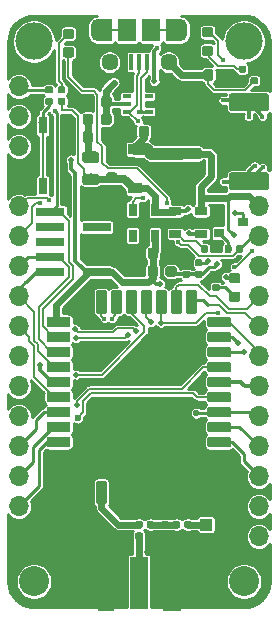
<source format=gtl>
G04 #@! TF.GenerationSoftware,KiCad,Pcbnew,(5.1.2-1)-1*
G04 #@! TF.CreationDate,2019-05-17T17:37:07+02:00*
G04 #@! TF.ProjectId,TLM-breakout-v1_1,544c4d2d-6272-4656-916b-6f75742d7631,1.1*
G04 #@! TF.SameCoordinates,Original*
G04 #@! TF.FileFunction,Copper,L1,Top*
G04 #@! TF.FilePolarity,Positive*
%FSLAX46Y46*%
G04 Gerber Fmt 4.6, Leading zero omitted, Abs format (unit mm)*
G04 Created by KiCad (PCBNEW (5.1.2-1)-1) date 2019-05-17 17:37:07*
%MOMM*%
%LPD*%
G04 APERTURE LIST*
%ADD10C,0.100000*%
%ADD11C,0.590000*%
%ADD12C,0.875000*%
%ADD13R,1.200000X0.900000*%
%ADD14C,0.975000*%
%ADD15R,2.200000X1.050000*%
%ADD16R,1.050000X1.000000*%
%ADD17R,2.400000X0.740000*%
%ADD18R,0.700000X1.450000*%
%ADD19C,0.900000*%
%ADD20R,1.060000X0.650000*%
%ADD21R,0.900000X0.800000*%
%ADD22R,0.650000X1.060000*%
%ADD23C,3.175000*%
%ADD24C,2.540000*%
%ADD25O,1.700000X1.700000*%
%ADD26C,1.000000*%
%ADD27C,1.500000*%
%ADD28R,1.350000X4.700000*%
%ADD29R,1.500000X4.700000*%
%ADD30R,1.500000X4.400000*%
%ADD31R,1.500000X1.900000*%
%ADD32C,1.450000*%
%ADD33R,0.400000X1.350000*%
%ADD34O,1.200000X1.900000*%
%ADD35R,1.200000X1.900000*%
%ADD36R,0.650000X0.400000*%
%ADD37C,0.400000*%
%ADD38C,0.550000*%
%ADD39C,0.500000*%
%ADD40C,0.350000*%
%ADD41C,0.600000*%
%ADD42C,0.300000*%
%ADD43C,0.600000*%
%ADD44C,0.350000*%
%ADD45C,0.200000*%
%ADD46C,0.250000*%
%ADD47C,0.180000*%
%ADD48C,1.000000*%
%ADD49C,0.152400*%
%ADD50C,0.101600*%
%ADD51C,0.254000*%
G04 APERTURE END LIST*
D10*
G36*
X138261358Y-111722110D02*
G01*
X138275676Y-111724234D01*
X138289717Y-111727751D01*
X138303346Y-111732628D01*
X138316431Y-111738817D01*
X138328847Y-111746258D01*
X138340473Y-111754881D01*
X138351198Y-111764602D01*
X138360919Y-111775327D01*
X138369542Y-111786953D01*
X138376983Y-111799369D01*
X138383172Y-111812454D01*
X138388049Y-111826083D01*
X138391566Y-111840124D01*
X138393690Y-111854442D01*
X138394400Y-111868900D01*
X138394400Y-112163900D01*
X138393690Y-112178358D01*
X138391566Y-112192676D01*
X138388049Y-112206717D01*
X138383172Y-112220346D01*
X138376983Y-112233431D01*
X138369542Y-112245847D01*
X138360919Y-112257473D01*
X138351198Y-112268198D01*
X138340473Y-112277919D01*
X138328847Y-112286542D01*
X138316431Y-112293983D01*
X138303346Y-112300172D01*
X138289717Y-112305049D01*
X138275676Y-112308566D01*
X138261358Y-112310690D01*
X138246900Y-112311400D01*
X137901900Y-112311400D01*
X137887442Y-112310690D01*
X137873124Y-112308566D01*
X137859083Y-112305049D01*
X137845454Y-112300172D01*
X137832369Y-112293983D01*
X137819953Y-112286542D01*
X137808327Y-112277919D01*
X137797602Y-112268198D01*
X137787881Y-112257473D01*
X137779258Y-112245847D01*
X137771817Y-112233431D01*
X137765628Y-112220346D01*
X137760751Y-112206717D01*
X137757234Y-112192676D01*
X137755110Y-112178358D01*
X137754400Y-112163900D01*
X137754400Y-111868900D01*
X137755110Y-111854442D01*
X137757234Y-111840124D01*
X137760751Y-111826083D01*
X137765628Y-111812454D01*
X137771817Y-111799369D01*
X137779258Y-111786953D01*
X137787881Y-111775327D01*
X137797602Y-111764602D01*
X137808327Y-111754881D01*
X137819953Y-111746258D01*
X137832369Y-111738817D01*
X137845454Y-111732628D01*
X137859083Y-111727751D01*
X137873124Y-111724234D01*
X137887442Y-111722110D01*
X137901900Y-111721400D01*
X138246900Y-111721400D01*
X138261358Y-111722110D01*
X138261358Y-111722110D01*
G37*
D11*
X138074400Y-112016400D03*
D10*
G36*
X138261358Y-110752110D02*
G01*
X138275676Y-110754234D01*
X138289717Y-110757751D01*
X138303346Y-110762628D01*
X138316431Y-110768817D01*
X138328847Y-110776258D01*
X138340473Y-110784881D01*
X138351198Y-110794602D01*
X138360919Y-110805327D01*
X138369542Y-110816953D01*
X138376983Y-110829369D01*
X138383172Y-110842454D01*
X138388049Y-110856083D01*
X138391566Y-110870124D01*
X138393690Y-110884442D01*
X138394400Y-110898900D01*
X138394400Y-111193900D01*
X138393690Y-111208358D01*
X138391566Y-111222676D01*
X138388049Y-111236717D01*
X138383172Y-111250346D01*
X138376983Y-111263431D01*
X138369542Y-111275847D01*
X138360919Y-111287473D01*
X138351198Y-111298198D01*
X138340473Y-111307919D01*
X138328847Y-111316542D01*
X138316431Y-111323983D01*
X138303346Y-111330172D01*
X138289717Y-111335049D01*
X138275676Y-111338566D01*
X138261358Y-111340690D01*
X138246900Y-111341400D01*
X137901900Y-111341400D01*
X137887442Y-111340690D01*
X137873124Y-111338566D01*
X137859083Y-111335049D01*
X137845454Y-111330172D01*
X137832369Y-111323983D01*
X137819953Y-111316542D01*
X137808327Y-111307919D01*
X137797602Y-111298198D01*
X137787881Y-111287473D01*
X137779258Y-111275847D01*
X137771817Y-111263431D01*
X137765628Y-111250346D01*
X137760751Y-111236717D01*
X137757234Y-111222676D01*
X137755110Y-111208358D01*
X137754400Y-111193900D01*
X137754400Y-110898900D01*
X137755110Y-110884442D01*
X137757234Y-110870124D01*
X137760751Y-110856083D01*
X137765628Y-110842454D01*
X137771817Y-110829369D01*
X137779258Y-110816953D01*
X137787881Y-110805327D01*
X137797602Y-110794602D01*
X137808327Y-110784881D01*
X137819953Y-110776258D01*
X137832369Y-110768817D01*
X137845454Y-110762628D01*
X137859083Y-110757751D01*
X137873124Y-110754234D01*
X137887442Y-110752110D01*
X137901900Y-110751400D01*
X138246900Y-110751400D01*
X138261358Y-110752110D01*
X138261358Y-110752110D01*
G37*
D11*
X138074400Y-111046400D03*
D10*
G36*
X136540190Y-78276053D02*
G01*
X136561425Y-78279203D01*
X136582249Y-78284419D01*
X136602461Y-78291651D01*
X136621867Y-78300830D01*
X136640280Y-78311866D01*
X136657523Y-78324654D01*
X136673429Y-78339070D01*
X136687845Y-78354976D01*
X136700633Y-78372219D01*
X136711669Y-78390632D01*
X136720848Y-78410038D01*
X136728080Y-78430250D01*
X136733296Y-78451074D01*
X136736446Y-78472309D01*
X136737499Y-78493750D01*
X136737499Y-79006250D01*
X136736446Y-79027691D01*
X136733296Y-79048926D01*
X136728080Y-79069750D01*
X136720848Y-79089962D01*
X136711669Y-79109368D01*
X136700633Y-79127781D01*
X136687845Y-79145024D01*
X136673429Y-79160930D01*
X136657523Y-79175346D01*
X136640280Y-79188134D01*
X136621867Y-79199170D01*
X136602461Y-79208349D01*
X136582249Y-79215581D01*
X136561425Y-79220797D01*
X136540190Y-79223947D01*
X136518749Y-79225000D01*
X136081249Y-79225000D01*
X136059808Y-79223947D01*
X136038573Y-79220797D01*
X136017749Y-79215581D01*
X135997537Y-79208349D01*
X135978131Y-79199170D01*
X135959718Y-79188134D01*
X135942475Y-79175346D01*
X135926569Y-79160930D01*
X135912153Y-79145024D01*
X135899365Y-79127781D01*
X135888329Y-79109368D01*
X135879150Y-79089962D01*
X135871918Y-79069750D01*
X135866702Y-79048926D01*
X135863552Y-79027691D01*
X135862499Y-79006250D01*
X135862499Y-78493750D01*
X135863552Y-78472309D01*
X135866702Y-78451074D01*
X135871918Y-78430250D01*
X135879150Y-78410038D01*
X135888329Y-78390632D01*
X135899365Y-78372219D01*
X135912153Y-78354976D01*
X135926569Y-78339070D01*
X135942475Y-78324654D01*
X135959718Y-78311866D01*
X135978131Y-78300830D01*
X135997537Y-78291651D01*
X136017749Y-78284419D01*
X136038573Y-78279203D01*
X136059808Y-78276053D01*
X136081249Y-78275000D01*
X136518749Y-78275000D01*
X136540190Y-78276053D01*
X136540190Y-78276053D01*
G37*
D12*
X136299999Y-78750000D03*
D10*
G36*
X134965190Y-78276053D02*
G01*
X134986425Y-78279203D01*
X135007249Y-78284419D01*
X135027461Y-78291651D01*
X135046867Y-78300830D01*
X135065280Y-78311866D01*
X135082523Y-78324654D01*
X135098429Y-78339070D01*
X135112845Y-78354976D01*
X135125633Y-78372219D01*
X135136669Y-78390632D01*
X135145848Y-78410038D01*
X135153080Y-78430250D01*
X135158296Y-78451074D01*
X135161446Y-78472309D01*
X135162499Y-78493750D01*
X135162499Y-79006250D01*
X135161446Y-79027691D01*
X135158296Y-79048926D01*
X135153080Y-79069750D01*
X135145848Y-79089962D01*
X135136669Y-79109368D01*
X135125633Y-79127781D01*
X135112845Y-79145024D01*
X135098429Y-79160930D01*
X135082523Y-79175346D01*
X135065280Y-79188134D01*
X135046867Y-79199170D01*
X135027461Y-79208349D01*
X135007249Y-79215581D01*
X134986425Y-79220797D01*
X134965190Y-79223947D01*
X134943749Y-79225000D01*
X134506249Y-79225000D01*
X134484808Y-79223947D01*
X134463573Y-79220797D01*
X134442749Y-79215581D01*
X134422537Y-79208349D01*
X134403131Y-79199170D01*
X134384718Y-79188134D01*
X134367475Y-79175346D01*
X134351569Y-79160930D01*
X134337153Y-79145024D01*
X134324365Y-79127781D01*
X134313329Y-79109368D01*
X134304150Y-79089962D01*
X134296918Y-79069750D01*
X134291702Y-79048926D01*
X134288552Y-79027691D01*
X134287499Y-79006250D01*
X134287499Y-78493750D01*
X134288552Y-78472309D01*
X134291702Y-78451074D01*
X134296918Y-78430250D01*
X134304150Y-78410038D01*
X134313329Y-78390632D01*
X134324365Y-78372219D01*
X134337153Y-78354976D01*
X134351569Y-78339070D01*
X134367475Y-78324654D01*
X134384718Y-78311866D01*
X134403131Y-78300830D01*
X134422537Y-78291651D01*
X134442749Y-78284419D01*
X134463573Y-78279203D01*
X134484808Y-78276053D01*
X134506249Y-78275000D01*
X134943749Y-78275000D01*
X134965190Y-78276053D01*
X134965190Y-78276053D01*
G37*
D12*
X134724999Y-78750000D03*
D10*
G36*
X133867691Y-82201053D02*
G01*
X133888926Y-82204203D01*
X133909750Y-82209419D01*
X133929962Y-82216651D01*
X133949368Y-82225830D01*
X133967781Y-82236866D01*
X133985024Y-82249654D01*
X134000930Y-82264070D01*
X134015346Y-82279976D01*
X134028134Y-82297219D01*
X134039170Y-82315632D01*
X134048349Y-82335038D01*
X134055581Y-82355250D01*
X134060797Y-82376074D01*
X134063947Y-82397309D01*
X134065000Y-82418750D01*
X134065000Y-82856250D01*
X134063947Y-82877691D01*
X134060797Y-82898926D01*
X134055581Y-82919750D01*
X134048349Y-82939962D01*
X134039170Y-82959368D01*
X134028134Y-82977781D01*
X134015346Y-82995024D01*
X134000930Y-83010930D01*
X133985024Y-83025346D01*
X133967781Y-83038134D01*
X133949368Y-83049170D01*
X133929962Y-83058349D01*
X133909750Y-83065581D01*
X133888926Y-83070797D01*
X133867691Y-83073947D01*
X133846250Y-83075000D01*
X133333750Y-83075000D01*
X133312309Y-83073947D01*
X133291074Y-83070797D01*
X133270250Y-83065581D01*
X133250038Y-83058349D01*
X133230632Y-83049170D01*
X133212219Y-83038134D01*
X133194976Y-83025346D01*
X133179070Y-83010930D01*
X133164654Y-82995024D01*
X133151866Y-82977781D01*
X133140830Y-82959368D01*
X133131651Y-82939962D01*
X133124419Y-82919750D01*
X133119203Y-82898926D01*
X133116053Y-82877691D01*
X133115000Y-82856250D01*
X133115000Y-82418750D01*
X133116053Y-82397309D01*
X133119203Y-82376074D01*
X133124419Y-82355250D01*
X133131651Y-82335038D01*
X133140830Y-82315632D01*
X133151866Y-82297219D01*
X133164654Y-82279976D01*
X133179070Y-82264070D01*
X133194976Y-82249654D01*
X133212219Y-82236866D01*
X133230632Y-82225830D01*
X133250038Y-82216651D01*
X133270250Y-82209419D01*
X133291074Y-82204203D01*
X133312309Y-82201053D01*
X133333750Y-82200000D01*
X133846250Y-82200000D01*
X133867691Y-82201053D01*
X133867691Y-82201053D01*
G37*
D12*
X133590000Y-82637500D03*
D10*
G36*
X133867691Y-80626053D02*
G01*
X133888926Y-80629203D01*
X133909750Y-80634419D01*
X133929962Y-80641651D01*
X133949368Y-80650830D01*
X133967781Y-80661866D01*
X133985024Y-80674654D01*
X134000930Y-80689070D01*
X134015346Y-80704976D01*
X134028134Y-80722219D01*
X134039170Y-80740632D01*
X134048349Y-80760038D01*
X134055581Y-80780250D01*
X134060797Y-80801074D01*
X134063947Y-80822309D01*
X134065000Y-80843750D01*
X134065000Y-81281250D01*
X134063947Y-81302691D01*
X134060797Y-81323926D01*
X134055581Y-81344750D01*
X134048349Y-81364962D01*
X134039170Y-81384368D01*
X134028134Y-81402781D01*
X134015346Y-81420024D01*
X134000930Y-81435930D01*
X133985024Y-81450346D01*
X133967781Y-81463134D01*
X133949368Y-81474170D01*
X133929962Y-81483349D01*
X133909750Y-81490581D01*
X133888926Y-81495797D01*
X133867691Y-81498947D01*
X133846250Y-81500000D01*
X133333750Y-81500000D01*
X133312309Y-81498947D01*
X133291074Y-81495797D01*
X133270250Y-81490581D01*
X133250038Y-81483349D01*
X133230632Y-81474170D01*
X133212219Y-81463134D01*
X133194976Y-81450346D01*
X133179070Y-81435930D01*
X133164654Y-81420024D01*
X133151866Y-81402781D01*
X133140830Y-81384368D01*
X133131651Y-81364962D01*
X133124419Y-81344750D01*
X133119203Y-81323926D01*
X133116053Y-81302691D01*
X133115000Y-81281250D01*
X133115000Y-80843750D01*
X133116053Y-80822309D01*
X133119203Y-80801074D01*
X133124419Y-80780250D01*
X133131651Y-80760038D01*
X133140830Y-80740632D01*
X133151866Y-80722219D01*
X133164654Y-80704976D01*
X133179070Y-80689070D01*
X133194976Y-80674654D01*
X133212219Y-80661866D01*
X133230632Y-80650830D01*
X133250038Y-80641651D01*
X133270250Y-80634419D01*
X133291074Y-80629203D01*
X133312309Y-80626053D01*
X133333750Y-80625000D01*
X133846250Y-80625000D01*
X133867691Y-80626053D01*
X133867691Y-80626053D01*
G37*
D12*
X133590000Y-81062500D03*
D10*
G36*
X135727191Y-90076053D02*
G01*
X135748426Y-90079203D01*
X135769250Y-90084419D01*
X135789462Y-90091651D01*
X135808868Y-90100830D01*
X135827281Y-90111866D01*
X135844524Y-90124654D01*
X135860430Y-90139070D01*
X135874846Y-90154976D01*
X135887634Y-90172219D01*
X135898670Y-90190632D01*
X135907849Y-90210038D01*
X135915081Y-90230250D01*
X135920297Y-90251074D01*
X135923447Y-90272309D01*
X135924500Y-90293750D01*
X135924500Y-90806250D01*
X135923447Y-90827691D01*
X135920297Y-90848926D01*
X135915081Y-90869750D01*
X135907849Y-90889962D01*
X135898670Y-90909368D01*
X135887634Y-90927781D01*
X135874846Y-90945024D01*
X135860430Y-90960930D01*
X135844524Y-90975346D01*
X135827281Y-90988134D01*
X135808868Y-90999170D01*
X135789462Y-91008349D01*
X135769250Y-91015581D01*
X135748426Y-91020797D01*
X135727191Y-91023947D01*
X135705750Y-91025000D01*
X135268250Y-91025000D01*
X135246809Y-91023947D01*
X135225574Y-91020797D01*
X135204750Y-91015581D01*
X135184538Y-91008349D01*
X135165132Y-90999170D01*
X135146719Y-90988134D01*
X135129476Y-90975346D01*
X135113570Y-90960930D01*
X135099154Y-90945024D01*
X135086366Y-90927781D01*
X135075330Y-90909368D01*
X135066151Y-90889962D01*
X135058919Y-90869750D01*
X135053703Y-90848926D01*
X135050553Y-90827691D01*
X135049500Y-90806250D01*
X135049500Y-90293750D01*
X135050553Y-90272309D01*
X135053703Y-90251074D01*
X135058919Y-90230250D01*
X135066151Y-90210038D01*
X135075330Y-90190632D01*
X135086366Y-90172219D01*
X135099154Y-90154976D01*
X135113570Y-90139070D01*
X135129476Y-90124654D01*
X135146719Y-90111866D01*
X135165132Y-90100830D01*
X135184538Y-90091651D01*
X135204750Y-90084419D01*
X135225574Y-90079203D01*
X135246809Y-90076053D01*
X135268250Y-90075000D01*
X135705750Y-90075000D01*
X135727191Y-90076053D01*
X135727191Y-90076053D01*
G37*
D12*
X135487000Y-90550000D03*
D10*
G36*
X137302191Y-90076053D02*
G01*
X137323426Y-90079203D01*
X137344250Y-90084419D01*
X137364462Y-90091651D01*
X137383868Y-90100830D01*
X137402281Y-90111866D01*
X137419524Y-90124654D01*
X137435430Y-90139070D01*
X137449846Y-90154976D01*
X137462634Y-90172219D01*
X137473670Y-90190632D01*
X137482849Y-90210038D01*
X137490081Y-90230250D01*
X137495297Y-90251074D01*
X137498447Y-90272309D01*
X137499500Y-90293750D01*
X137499500Y-90806250D01*
X137498447Y-90827691D01*
X137495297Y-90848926D01*
X137490081Y-90869750D01*
X137482849Y-90889962D01*
X137473670Y-90909368D01*
X137462634Y-90927781D01*
X137449846Y-90945024D01*
X137435430Y-90960930D01*
X137419524Y-90975346D01*
X137402281Y-90988134D01*
X137383868Y-90999170D01*
X137364462Y-91008349D01*
X137344250Y-91015581D01*
X137323426Y-91020797D01*
X137302191Y-91023947D01*
X137280750Y-91025000D01*
X136843250Y-91025000D01*
X136821809Y-91023947D01*
X136800574Y-91020797D01*
X136779750Y-91015581D01*
X136759538Y-91008349D01*
X136740132Y-90999170D01*
X136721719Y-90988134D01*
X136704476Y-90975346D01*
X136688570Y-90960930D01*
X136674154Y-90945024D01*
X136661366Y-90927781D01*
X136650330Y-90909368D01*
X136641151Y-90889962D01*
X136633919Y-90869750D01*
X136628703Y-90848926D01*
X136625553Y-90827691D01*
X136624500Y-90806250D01*
X136624500Y-90293750D01*
X136625553Y-90272309D01*
X136628703Y-90251074D01*
X136633919Y-90230250D01*
X136641151Y-90210038D01*
X136650330Y-90190632D01*
X136661366Y-90172219D01*
X136674154Y-90154976D01*
X136688570Y-90139070D01*
X136704476Y-90124654D01*
X136721719Y-90111866D01*
X136740132Y-90100830D01*
X136759538Y-90091651D01*
X136779750Y-90084419D01*
X136800574Y-90079203D01*
X136821809Y-90076053D01*
X136843250Y-90075000D01*
X137280750Y-90075000D01*
X137302191Y-90076053D01*
X137302191Y-90076053D01*
G37*
D12*
X137062000Y-90550000D03*
D10*
G36*
X137302191Y-88570153D02*
G01*
X137323426Y-88573303D01*
X137344250Y-88578519D01*
X137364462Y-88585751D01*
X137383868Y-88594930D01*
X137402281Y-88605966D01*
X137419524Y-88618754D01*
X137435430Y-88633170D01*
X137449846Y-88649076D01*
X137462634Y-88666319D01*
X137473670Y-88684732D01*
X137482849Y-88704138D01*
X137490081Y-88724350D01*
X137495297Y-88745174D01*
X137498447Y-88766409D01*
X137499500Y-88787850D01*
X137499500Y-89300350D01*
X137498447Y-89321791D01*
X137495297Y-89343026D01*
X137490081Y-89363850D01*
X137482849Y-89384062D01*
X137473670Y-89403468D01*
X137462634Y-89421881D01*
X137449846Y-89439124D01*
X137435430Y-89455030D01*
X137419524Y-89469446D01*
X137402281Y-89482234D01*
X137383868Y-89493270D01*
X137364462Y-89502449D01*
X137344250Y-89509681D01*
X137323426Y-89514897D01*
X137302191Y-89518047D01*
X137280750Y-89519100D01*
X136843250Y-89519100D01*
X136821809Y-89518047D01*
X136800574Y-89514897D01*
X136779750Y-89509681D01*
X136759538Y-89502449D01*
X136740132Y-89493270D01*
X136721719Y-89482234D01*
X136704476Y-89469446D01*
X136688570Y-89455030D01*
X136674154Y-89439124D01*
X136661366Y-89421881D01*
X136650330Y-89403468D01*
X136641151Y-89384062D01*
X136633919Y-89363850D01*
X136628703Y-89343026D01*
X136625553Y-89321791D01*
X136624500Y-89300350D01*
X136624500Y-88787850D01*
X136625553Y-88766409D01*
X136628703Y-88745174D01*
X136633919Y-88724350D01*
X136641151Y-88704138D01*
X136650330Y-88684732D01*
X136661366Y-88666319D01*
X136674154Y-88649076D01*
X136688570Y-88633170D01*
X136704476Y-88618754D01*
X136721719Y-88605966D01*
X136740132Y-88594930D01*
X136759538Y-88585751D01*
X136779750Y-88578519D01*
X136800574Y-88573303D01*
X136821809Y-88570153D01*
X136843250Y-88569100D01*
X137280750Y-88569100D01*
X137302191Y-88570153D01*
X137302191Y-88570153D01*
G37*
D12*
X137062000Y-89044100D03*
D10*
G36*
X135727191Y-88570153D02*
G01*
X135748426Y-88573303D01*
X135769250Y-88578519D01*
X135789462Y-88585751D01*
X135808868Y-88594930D01*
X135827281Y-88605966D01*
X135844524Y-88618754D01*
X135860430Y-88633170D01*
X135874846Y-88649076D01*
X135887634Y-88666319D01*
X135898670Y-88684732D01*
X135907849Y-88704138D01*
X135915081Y-88724350D01*
X135920297Y-88745174D01*
X135923447Y-88766409D01*
X135924500Y-88787850D01*
X135924500Y-89300350D01*
X135923447Y-89321791D01*
X135920297Y-89343026D01*
X135915081Y-89363850D01*
X135907849Y-89384062D01*
X135898670Y-89403468D01*
X135887634Y-89421881D01*
X135874846Y-89439124D01*
X135860430Y-89455030D01*
X135844524Y-89469446D01*
X135827281Y-89482234D01*
X135808868Y-89493270D01*
X135789462Y-89502449D01*
X135769250Y-89509681D01*
X135748426Y-89514897D01*
X135727191Y-89518047D01*
X135705750Y-89519100D01*
X135268250Y-89519100D01*
X135246809Y-89518047D01*
X135225574Y-89514897D01*
X135204750Y-89509681D01*
X135184538Y-89502449D01*
X135165132Y-89493270D01*
X135146719Y-89482234D01*
X135129476Y-89469446D01*
X135113570Y-89455030D01*
X135099154Y-89439124D01*
X135086366Y-89421881D01*
X135075330Y-89403468D01*
X135066151Y-89384062D01*
X135058919Y-89363850D01*
X135053703Y-89343026D01*
X135050553Y-89321791D01*
X135049500Y-89300350D01*
X135049500Y-88787850D01*
X135050553Y-88766409D01*
X135053703Y-88745174D01*
X135058919Y-88724350D01*
X135066151Y-88704138D01*
X135075330Y-88684732D01*
X135086366Y-88666319D01*
X135099154Y-88649076D01*
X135113570Y-88633170D01*
X135129476Y-88618754D01*
X135146719Y-88605966D01*
X135165132Y-88594930D01*
X135184538Y-88585751D01*
X135204750Y-88578519D01*
X135225574Y-88573303D01*
X135246809Y-88570153D01*
X135268250Y-88569100D01*
X135705750Y-88569100D01*
X135727191Y-88570153D01*
X135727191Y-88570153D01*
G37*
D12*
X135487000Y-89044100D03*
D10*
G36*
X131802691Y-75726053D02*
G01*
X131823926Y-75729203D01*
X131844750Y-75734419D01*
X131864962Y-75741651D01*
X131884368Y-75750830D01*
X131902781Y-75761866D01*
X131920024Y-75774654D01*
X131935930Y-75789070D01*
X131950346Y-75804976D01*
X131963134Y-75822219D01*
X131974170Y-75840632D01*
X131983349Y-75860038D01*
X131990581Y-75880250D01*
X131995797Y-75901074D01*
X131998947Y-75922309D01*
X132000000Y-75943750D01*
X132000000Y-76456250D01*
X131998947Y-76477691D01*
X131995797Y-76498926D01*
X131990581Y-76519750D01*
X131983349Y-76539962D01*
X131974170Y-76559368D01*
X131963134Y-76577781D01*
X131950346Y-76595024D01*
X131935930Y-76610930D01*
X131920024Y-76625346D01*
X131902781Y-76638134D01*
X131884368Y-76649170D01*
X131864962Y-76658349D01*
X131844750Y-76665581D01*
X131823926Y-76670797D01*
X131802691Y-76673947D01*
X131781250Y-76675000D01*
X131343750Y-76675000D01*
X131322309Y-76673947D01*
X131301074Y-76670797D01*
X131280250Y-76665581D01*
X131260038Y-76658349D01*
X131240632Y-76649170D01*
X131222219Y-76638134D01*
X131204976Y-76625346D01*
X131189070Y-76610930D01*
X131174654Y-76595024D01*
X131161866Y-76577781D01*
X131150830Y-76559368D01*
X131141651Y-76539962D01*
X131134419Y-76519750D01*
X131129203Y-76498926D01*
X131126053Y-76477691D01*
X131125000Y-76456250D01*
X131125000Y-75943750D01*
X131126053Y-75922309D01*
X131129203Y-75901074D01*
X131134419Y-75880250D01*
X131141651Y-75860038D01*
X131150830Y-75840632D01*
X131161866Y-75822219D01*
X131174654Y-75804976D01*
X131189070Y-75789070D01*
X131204976Y-75774654D01*
X131222219Y-75761866D01*
X131240632Y-75750830D01*
X131260038Y-75741651D01*
X131280250Y-75734419D01*
X131301074Y-75729203D01*
X131322309Y-75726053D01*
X131343750Y-75725000D01*
X131781250Y-75725000D01*
X131802691Y-75726053D01*
X131802691Y-75726053D01*
G37*
D12*
X131562500Y-76200000D03*
D10*
G36*
X133377691Y-75726053D02*
G01*
X133398926Y-75729203D01*
X133419750Y-75734419D01*
X133439962Y-75741651D01*
X133459368Y-75750830D01*
X133477781Y-75761866D01*
X133495024Y-75774654D01*
X133510930Y-75789070D01*
X133525346Y-75804976D01*
X133538134Y-75822219D01*
X133549170Y-75840632D01*
X133558349Y-75860038D01*
X133565581Y-75880250D01*
X133570797Y-75901074D01*
X133573947Y-75922309D01*
X133575000Y-75943750D01*
X133575000Y-76456250D01*
X133573947Y-76477691D01*
X133570797Y-76498926D01*
X133565581Y-76519750D01*
X133558349Y-76539962D01*
X133549170Y-76559368D01*
X133538134Y-76577781D01*
X133525346Y-76595024D01*
X133510930Y-76610930D01*
X133495024Y-76625346D01*
X133477781Y-76638134D01*
X133459368Y-76649170D01*
X133439962Y-76658349D01*
X133419750Y-76665581D01*
X133398926Y-76670797D01*
X133377691Y-76673947D01*
X133356250Y-76675000D01*
X132918750Y-76675000D01*
X132897309Y-76673947D01*
X132876074Y-76670797D01*
X132855250Y-76665581D01*
X132835038Y-76658349D01*
X132815632Y-76649170D01*
X132797219Y-76638134D01*
X132779976Y-76625346D01*
X132764070Y-76610930D01*
X132749654Y-76595024D01*
X132736866Y-76577781D01*
X132725830Y-76559368D01*
X132716651Y-76539962D01*
X132709419Y-76519750D01*
X132704203Y-76498926D01*
X132701053Y-76477691D01*
X132700000Y-76456250D01*
X132700000Y-75943750D01*
X132701053Y-75922309D01*
X132704203Y-75901074D01*
X132709419Y-75880250D01*
X132716651Y-75860038D01*
X132725830Y-75840632D01*
X132736866Y-75822219D01*
X132749654Y-75804976D01*
X132764070Y-75789070D01*
X132779976Y-75774654D01*
X132797219Y-75761866D01*
X132815632Y-75750830D01*
X132835038Y-75741651D01*
X132855250Y-75734419D01*
X132876074Y-75729203D01*
X132897309Y-75726053D01*
X132918750Y-75725000D01*
X133356250Y-75725000D01*
X133377691Y-75726053D01*
X133377691Y-75726053D01*
G37*
D12*
X133137500Y-76200000D03*
D10*
G36*
X131802691Y-78727253D02*
G01*
X131823926Y-78730403D01*
X131844750Y-78735619D01*
X131864962Y-78742851D01*
X131884368Y-78752030D01*
X131902781Y-78763066D01*
X131920024Y-78775854D01*
X131935930Y-78790270D01*
X131950346Y-78806176D01*
X131963134Y-78823419D01*
X131974170Y-78841832D01*
X131983349Y-78861238D01*
X131990581Y-78881450D01*
X131995797Y-78902274D01*
X131998947Y-78923509D01*
X132000000Y-78944950D01*
X132000000Y-79457450D01*
X131998947Y-79478891D01*
X131995797Y-79500126D01*
X131990581Y-79520950D01*
X131983349Y-79541162D01*
X131974170Y-79560568D01*
X131963134Y-79578981D01*
X131950346Y-79596224D01*
X131935930Y-79612130D01*
X131920024Y-79626546D01*
X131902781Y-79639334D01*
X131884368Y-79650370D01*
X131864962Y-79659549D01*
X131844750Y-79666781D01*
X131823926Y-79671997D01*
X131802691Y-79675147D01*
X131781250Y-79676200D01*
X131343750Y-79676200D01*
X131322309Y-79675147D01*
X131301074Y-79671997D01*
X131280250Y-79666781D01*
X131260038Y-79659549D01*
X131240632Y-79650370D01*
X131222219Y-79639334D01*
X131204976Y-79626546D01*
X131189070Y-79612130D01*
X131174654Y-79596224D01*
X131161866Y-79578981D01*
X131150830Y-79560568D01*
X131141651Y-79541162D01*
X131134419Y-79520950D01*
X131129203Y-79500126D01*
X131126053Y-79478891D01*
X131125000Y-79457450D01*
X131125000Y-78944950D01*
X131126053Y-78923509D01*
X131129203Y-78902274D01*
X131134419Y-78881450D01*
X131141651Y-78861238D01*
X131150830Y-78841832D01*
X131161866Y-78823419D01*
X131174654Y-78806176D01*
X131189070Y-78790270D01*
X131204976Y-78775854D01*
X131222219Y-78763066D01*
X131240632Y-78752030D01*
X131260038Y-78742851D01*
X131280250Y-78735619D01*
X131301074Y-78730403D01*
X131322309Y-78727253D01*
X131343750Y-78726200D01*
X131781250Y-78726200D01*
X131802691Y-78727253D01*
X131802691Y-78727253D01*
G37*
D12*
X131562500Y-79201200D03*
D10*
G36*
X133377691Y-78727253D02*
G01*
X133398926Y-78730403D01*
X133419750Y-78735619D01*
X133439962Y-78742851D01*
X133459368Y-78752030D01*
X133477781Y-78763066D01*
X133495024Y-78775854D01*
X133510930Y-78790270D01*
X133525346Y-78806176D01*
X133538134Y-78823419D01*
X133549170Y-78841832D01*
X133558349Y-78861238D01*
X133565581Y-78881450D01*
X133570797Y-78902274D01*
X133573947Y-78923509D01*
X133575000Y-78944950D01*
X133575000Y-79457450D01*
X133573947Y-79478891D01*
X133570797Y-79500126D01*
X133565581Y-79520950D01*
X133558349Y-79541162D01*
X133549170Y-79560568D01*
X133538134Y-79578981D01*
X133525346Y-79596224D01*
X133510930Y-79612130D01*
X133495024Y-79626546D01*
X133477781Y-79639334D01*
X133459368Y-79650370D01*
X133439962Y-79659549D01*
X133419750Y-79666781D01*
X133398926Y-79671997D01*
X133377691Y-79675147D01*
X133356250Y-79676200D01*
X132918750Y-79676200D01*
X132897309Y-79675147D01*
X132876074Y-79671997D01*
X132855250Y-79666781D01*
X132835038Y-79659549D01*
X132815632Y-79650370D01*
X132797219Y-79639334D01*
X132779976Y-79626546D01*
X132764070Y-79612130D01*
X132749654Y-79596224D01*
X132736866Y-79578981D01*
X132725830Y-79560568D01*
X132716651Y-79541162D01*
X132709419Y-79520950D01*
X132704203Y-79500126D01*
X132701053Y-79478891D01*
X132700000Y-79457450D01*
X132700000Y-78944950D01*
X132701053Y-78923509D01*
X132704203Y-78902274D01*
X132709419Y-78881450D01*
X132716651Y-78861238D01*
X132725830Y-78841832D01*
X132736866Y-78823419D01*
X132749654Y-78806176D01*
X132764070Y-78790270D01*
X132779976Y-78775854D01*
X132797219Y-78763066D01*
X132815632Y-78752030D01*
X132835038Y-78742851D01*
X132855250Y-78735619D01*
X132876074Y-78730403D01*
X132897309Y-78727253D01*
X132918750Y-78726200D01*
X133356250Y-78726200D01*
X133377691Y-78727253D01*
X133377691Y-78727253D01*
G37*
D12*
X133137500Y-79201200D03*
D10*
G36*
X143577691Y-73476053D02*
G01*
X143598926Y-73479203D01*
X143619750Y-73484419D01*
X143639962Y-73491651D01*
X143659368Y-73500830D01*
X143677781Y-73511866D01*
X143695024Y-73524654D01*
X143710930Y-73539070D01*
X143725346Y-73554976D01*
X143738134Y-73572219D01*
X143749170Y-73590632D01*
X143758349Y-73610038D01*
X143765581Y-73630250D01*
X143770797Y-73651074D01*
X143773947Y-73672309D01*
X143775000Y-73693750D01*
X143775000Y-74206250D01*
X143773947Y-74227691D01*
X143770797Y-74248926D01*
X143765581Y-74269750D01*
X143758349Y-74289962D01*
X143749170Y-74309368D01*
X143738134Y-74327781D01*
X143725346Y-74345024D01*
X143710930Y-74360930D01*
X143695024Y-74375346D01*
X143677781Y-74388134D01*
X143659368Y-74399170D01*
X143639962Y-74408349D01*
X143619750Y-74415581D01*
X143598926Y-74420797D01*
X143577691Y-74423947D01*
X143556250Y-74425000D01*
X143118750Y-74425000D01*
X143097309Y-74423947D01*
X143076074Y-74420797D01*
X143055250Y-74415581D01*
X143035038Y-74408349D01*
X143015632Y-74399170D01*
X142997219Y-74388134D01*
X142979976Y-74375346D01*
X142964070Y-74360930D01*
X142949654Y-74345024D01*
X142936866Y-74327781D01*
X142925830Y-74309368D01*
X142916651Y-74289962D01*
X142909419Y-74269750D01*
X142904203Y-74248926D01*
X142901053Y-74227691D01*
X142900000Y-74206250D01*
X142900000Y-73693750D01*
X142901053Y-73672309D01*
X142904203Y-73651074D01*
X142909419Y-73630250D01*
X142916651Y-73610038D01*
X142925830Y-73590632D01*
X142936866Y-73572219D01*
X142949654Y-73554976D01*
X142964070Y-73539070D01*
X142979976Y-73524654D01*
X142997219Y-73511866D01*
X143015632Y-73500830D01*
X143035038Y-73491651D01*
X143055250Y-73484419D01*
X143076074Y-73479203D01*
X143097309Y-73476053D01*
X143118750Y-73475000D01*
X143556250Y-73475000D01*
X143577691Y-73476053D01*
X143577691Y-73476053D01*
G37*
D12*
X143337500Y-73950000D03*
D10*
G36*
X142002691Y-73476053D02*
G01*
X142023926Y-73479203D01*
X142044750Y-73484419D01*
X142064962Y-73491651D01*
X142084368Y-73500830D01*
X142102781Y-73511866D01*
X142120024Y-73524654D01*
X142135930Y-73539070D01*
X142150346Y-73554976D01*
X142163134Y-73572219D01*
X142174170Y-73590632D01*
X142183349Y-73610038D01*
X142190581Y-73630250D01*
X142195797Y-73651074D01*
X142198947Y-73672309D01*
X142200000Y-73693750D01*
X142200000Y-74206250D01*
X142198947Y-74227691D01*
X142195797Y-74248926D01*
X142190581Y-74269750D01*
X142183349Y-74289962D01*
X142174170Y-74309368D01*
X142163134Y-74327781D01*
X142150346Y-74345024D01*
X142135930Y-74360930D01*
X142120024Y-74375346D01*
X142102781Y-74388134D01*
X142084368Y-74399170D01*
X142064962Y-74408349D01*
X142044750Y-74415581D01*
X142023926Y-74420797D01*
X142002691Y-74423947D01*
X141981250Y-74425000D01*
X141543750Y-74425000D01*
X141522309Y-74423947D01*
X141501074Y-74420797D01*
X141480250Y-74415581D01*
X141460038Y-74408349D01*
X141440632Y-74399170D01*
X141422219Y-74388134D01*
X141404976Y-74375346D01*
X141389070Y-74360930D01*
X141374654Y-74345024D01*
X141361866Y-74327781D01*
X141350830Y-74309368D01*
X141341651Y-74289962D01*
X141334419Y-74269750D01*
X141329203Y-74248926D01*
X141326053Y-74227691D01*
X141325000Y-74206250D01*
X141325000Y-73693750D01*
X141326053Y-73672309D01*
X141329203Y-73651074D01*
X141334419Y-73630250D01*
X141341651Y-73610038D01*
X141350830Y-73590632D01*
X141361866Y-73572219D01*
X141374654Y-73554976D01*
X141389070Y-73539070D01*
X141404976Y-73524654D01*
X141422219Y-73511866D01*
X141440632Y-73500830D01*
X141460038Y-73491651D01*
X141480250Y-73484419D01*
X141501074Y-73479203D01*
X141522309Y-73476053D01*
X141543750Y-73475000D01*
X141981250Y-73475000D01*
X142002691Y-73476053D01*
X142002691Y-73476053D01*
G37*
D12*
X141762500Y-73950000D03*
D10*
G36*
X138877691Y-90151053D02*
G01*
X138898926Y-90154203D01*
X138919750Y-90159419D01*
X138939962Y-90166651D01*
X138959368Y-90175830D01*
X138977781Y-90186866D01*
X138995024Y-90199654D01*
X139010930Y-90214070D01*
X139025346Y-90229976D01*
X139038134Y-90247219D01*
X139049170Y-90265632D01*
X139058349Y-90285038D01*
X139065581Y-90305250D01*
X139070797Y-90326074D01*
X139073947Y-90347309D01*
X139075000Y-90368750D01*
X139075000Y-90806250D01*
X139073947Y-90827691D01*
X139070797Y-90848926D01*
X139065581Y-90869750D01*
X139058349Y-90889962D01*
X139049170Y-90909368D01*
X139038134Y-90927781D01*
X139025346Y-90945024D01*
X139010930Y-90960930D01*
X138995024Y-90975346D01*
X138977781Y-90988134D01*
X138959368Y-90999170D01*
X138939962Y-91008349D01*
X138919750Y-91015581D01*
X138898926Y-91020797D01*
X138877691Y-91023947D01*
X138856250Y-91025000D01*
X138343750Y-91025000D01*
X138322309Y-91023947D01*
X138301074Y-91020797D01*
X138280250Y-91015581D01*
X138260038Y-91008349D01*
X138240632Y-90999170D01*
X138222219Y-90988134D01*
X138204976Y-90975346D01*
X138189070Y-90960930D01*
X138174654Y-90945024D01*
X138161866Y-90927781D01*
X138150830Y-90909368D01*
X138141651Y-90889962D01*
X138134419Y-90869750D01*
X138129203Y-90848926D01*
X138126053Y-90827691D01*
X138125000Y-90806250D01*
X138125000Y-90368750D01*
X138126053Y-90347309D01*
X138129203Y-90326074D01*
X138134419Y-90305250D01*
X138141651Y-90285038D01*
X138150830Y-90265632D01*
X138161866Y-90247219D01*
X138174654Y-90229976D01*
X138189070Y-90214070D01*
X138204976Y-90199654D01*
X138222219Y-90186866D01*
X138240632Y-90175830D01*
X138260038Y-90166651D01*
X138280250Y-90159419D01*
X138301074Y-90154203D01*
X138322309Y-90151053D01*
X138343750Y-90150000D01*
X138856250Y-90150000D01*
X138877691Y-90151053D01*
X138877691Y-90151053D01*
G37*
D12*
X138600000Y-90587500D03*
D10*
G36*
X138877691Y-88576053D02*
G01*
X138898926Y-88579203D01*
X138919750Y-88584419D01*
X138939962Y-88591651D01*
X138959368Y-88600830D01*
X138977781Y-88611866D01*
X138995024Y-88624654D01*
X139010930Y-88639070D01*
X139025346Y-88654976D01*
X139038134Y-88672219D01*
X139049170Y-88690632D01*
X139058349Y-88710038D01*
X139065581Y-88730250D01*
X139070797Y-88751074D01*
X139073947Y-88772309D01*
X139075000Y-88793750D01*
X139075000Y-89231250D01*
X139073947Y-89252691D01*
X139070797Y-89273926D01*
X139065581Y-89294750D01*
X139058349Y-89314962D01*
X139049170Y-89334368D01*
X139038134Y-89352781D01*
X139025346Y-89370024D01*
X139010930Y-89385930D01*
X138995024Y-89400346D01*
X138977781Y-89413134D01*
X138959368Y-89424170D01*
X138939962Y-89433349D01*
X138919750Y-89440581D01*
X138898926Y-89445797D01*
X138877691Y-89448947D01*
X138856250Y-89450000D01*
X138343750Y-89450000D01*
X138322309Y-89448947D01*
X138301074Y-89445797D01*
X138280250Y-89440581D01*
X138260038Y-89433349D01*
X138240632Y-89424170D01*
X138222219Y-89413134D01*
X138204976Y-89400346D01*
X138189070Y-89385930D01*
X138174654Y-89370024D01*
X138161866Y-89352781D01*
X138150830Y-89334368D01*
X138141651Y-89314962D01*
X138134419Y-89294750D01*
X138129203Y-89273926D01*
X138126053Y-89252691D01*
X138125000Y-89231250D01*
X138125000Y-88793750D01*
X138126053Y-88772309D01*
X138129203Y-88751074D01*
X138134419Y-88730250D01*
X138141651Y-88710038D01*
X138150830Y-88690632D01*
X138161866Y-88672219D01*
X138174654Y-88654976D01*
X138189070Y-88639070D01*
X138204976Y-88624654D01*
X138222219Y-88611866D01*
X138240632Y-88600830D01*
X138260038Y-88591651D01*
X138280250Y-88584419D01*
X138301074Y-88579203D01*
X138322309Y-88576053D01*
X138343750Y-88575000D01*
X138856250Y-88575000D01*
X138877691Y-88576053D01*
X138877691Y-88576053D01*
G37*
D12*
X138600000Y-89012500D03*
D13*
X135570000Y-83550000D03*
X135570000Y-80250000D03*
D10*
G36*
X130198691Y-71598053D02*
G01*
X130219926Y-71601203D01*
X130240750Y-71606419D01*
X130260962Y-71613651D01*
X130280368Y-71622830D01*
X130298781Y-71633866D01*
X130316024Y-71646654D01*
X130331930Y-71661070D01*
X130346346Y-71676976D01*
X130359134Y-71694219D01*
X130370170Y-71712632D01*
X130379349Y-71732038D01*
X130386581Y-71752250D01*
X130391797Y-71773074D01*
X130394947Y-71794309D01*
X130396000Y-71815750D01*
X130396000Y-72253250D01*
X130394947Y-72274691D01*
X130391797Y-72295926D01*
X130386581Y-72316750D01*
X130379349Y-72336962D01*
X130370170Y-72356368D01*
X130359134Y-72374781D01*
X130346346Y-72392024D01*
X130331930Y-72407930D01*
X130316024Y-72422346D01*
X130298781Y-72435134D01*
X130280368Y-72446170D01*
X130260962Y-72455349D01*
X130240750Y-72462581D01*
X130219926Y-72467797D01*
X130198691Y-72470947D01*
X130177250Y-72472000D01*
X129664750Y-72472000D01*
X129643309Y-72470947D01*
X129622074Y-72467797D01*
X129601250Y-72462581D01*
X129581038Y-72455349D01*
X129561632Y-72446170D01*
X129543219Y-72435134D01*
X129525976Y-72422346D01*
X129510070Y-72407930D01*
X129495654Y-72392024D01*
X129482866Y-72374781D01*
X129471830Y-72356368D01*
X129462651Y-72336962D01*
X129455419Y-72316750D01*
X129450203Y-72295926D01*
X129447053Y-72274691D01*
X129446000Y-72253250D01*
X129446000Y-71815750D01*
X129447053Y-71794309D01*
X129450203Y-71773074D01*
X129455419Y-71752250D01*
X129462651Y-71732038D01*
X129471830Y-71712632D01*
X129482866Y-71694219D01*
X129495654Y-71676976D01*
X129510070Y-71661070D01*
X129525976Y-71646654D01*
X129543219Y-71633866D01*
X129561632Y-71622830D01*
X129581038Y-71613651D01*
X129601250Y-71606419D01*
X129622074Y-71601203D01*
X129643309Y-71598053D01*
X129664750Y-71597000D01*
X130177250Y-71597000D01*
X130198691Y-71598053D01*
X130198691Y-71598053D01*
G37*
D12*
X129921000Y-72034500D03*
D10*
G36*
X130198691Y-70023053D02*
G01*
X130219926Y-70026203D01*
X130240750Y-70031419D01*
X130260962Y-70038651D01*
X130280368Y-70047830D01*
X130298781Y-70058866D01*
X130316024Y-70071654D01*
X130331930Y-70086070D01*
X130346346Y-70101976D01*
X130359134Y-70119219D01*
X130370170Y-70137632D01*
X130379349Y-70157038D01*
X130386581Y-70177250D01*
X130391797Y-70198074D01*
X130394947Y-70219309D01*
X130396000Y-70240750D01*
X130396000Y-70678250D01*
X130394947Y-70699691D01*
X130391797Y-70720926D01*
X130386581Y-70741750D01*
X130379349Y-70761962D01*
X130370170Y-70781368D01*
X130359134Y-70799781D01*
X130346346Y-70817024D01*
X130331930Y-70832930D01*
X130316024Y-70847346D01*
X130298781Y-70860134D01*
X130280368Y-70871170D01*
X130260962Y-70880349D01*
X130240750Y-70887581D01*
X130219926Y-70892797D01*
X130198691Y-70895947D01*
X130177250Y-70897000D01*
X129664750Y-70897000D01*
X129643309Y-70895947D01*
X129622074Y-70892797D01*
X129601250Y-70887581D01*
X129581038Y-70880349D01*
X129561632Y-70871170D01*
X129543219Y-70860134D01*
X129525976Y-70847346D01*
X129510070Y-70832930D01*
X129495654Y-70817024D01*
X129482866Y-70799781D01*
X129471830Y-70781368D01*
X129462651Y-70761962D01*
X129455419Y-70741750D01*
X129450203Y-70720926D01*
X129447053Y-70699691D01*
X129446000Y-70678250D01*
X129446000Y-70240750D01*
X129447053Y-70219309D01*
X129450203Y-70198074D01*
X129455419Y-70177250D01*
X129462651Y-70157038D01*
X129471830Y-70137632D01*
X129482866Y-70119219D01*
X129495654Y-70101976D01*
X129510070Y-70086070D01*
X129525976Y-70071654D01*
X129543219Y-70058866D01*
X129561632Y-70047830D01*
X129581038Y-70038651D01*
X129601250Y-70031419D01*
X129622074Y-70026203D01*
X129643309Y-70023053D01*
X129664750Y-70022000D01*
X130177250Y-70022000D01*
X130198691Y-70023053D01*
X130198691Y-70023053D01*
G37*
D12*
X129921000Y-70459500D03*
D10*
G36*
X144277691Y-92301053D02*
G01*
X144298926Y-92304203D01*
X144319750Y-92309419D01*
X144339962Y-92316651D01*
X144359368Y-92325830D01*
X144377781Y-92336866D01*
X144395024Y-92349654D01*
X144410930Y-92364070D01*
X144425346Y-92379976D01*
X144438134Y-92397219D01*
X144449170Y-92415632D01*
X144458349Y-92435038D01*
X144465581Y-92455250D01*
X144470797Y-92476074D01*
X144473947Y-92497309D01*
X144475000Y-92518750D01*
X144475000Y-92956250D01*
X144473947Y-92977691D01*
X144470797Y-92998926D01*
X144465581Y-93019750D01*
X144458349Y-93039962D01*
X144449170Y-93059368D01*
X144438134Y-93077781D01*
X144425346Y-93095024D01*
X144410930Y-93110930D01*
X144395024Y-93125346D01*
X144377781Y-93138134D01*
X144359368Y-93149170D01*
X144339962Y-93158349D01*
X144319750Y-93165581D01*
X144298926Y-93170797D01*
X144277691Y-93173947D01*
X144256250Y-93175000D01*
X143743750Y-93175000D01*
X143722309Y-93173947D01*
X143701074Y-93170797D01*
X143680250Y-93165581D01*
X143660038Y-93158349D01*
X143640632Y-93149170D01*
X143622219Y-93138134D01*
X143604976Y-93125346D01*
X143589070Y-93110930D01*
X143574654Y-93095024D01*
X143561866Y-93077781D01*
X143550830Y-93059368D01*
X143541651Y-93039962D01*
X143534419Y-93019750D01*
X143529203Y-92998926D01*
X143526053Y-92977691D01*
X143525000Y-92956250D01*
X143525000Y-92518750D01*
X143526053Y-92497309D01*
X143529203Y-92476074D01*
X143534419Y-92455250D01*
X143541651Y-92435038D01*
X143550830Y-92415632D01*
X143561866Y-92397219D01*
X143574654Y-92379976D01*
X143589070Y-92364070D01*
X143604976Y-92349654D01*
X143622219Y-92336866D01*
X143640632Y-92325830D01*
X143660038Y-92316651D01*
X143680250Y-92309419D01*
X143701074Y-92304203D01*
X143722309Y-92301053D01*
X143743750Y-92300000D01*
X144256250Y-92300000D01*
X144277691Y-92301053D01*
X144277691Y-92301053D01*
G37*
D12*
X144000000Y-92737500D03*
D10*
G36*
X144277691Y-90726053D02*
G01*
X144298926Y-90729203D01*
X144319750Y-90734419D01*
X144339962Y-90741651D01*
X144359368Y-90750830D01*
X144377781Y-90761866D01*
X144395024Y-90774654D01*
X144410930Y-90789070D01*
X144425346Y-90804976D01*
X144438134Y-90822219D01*
X144449170Y-90840632D01*
X144458349Y-90860038D01*
X144465581Y-90880250D01*
X144470797Y-90901074D01*
X144473947Y-90922309D01*
X144475000Y-90943750D01*
X144475000Y-91381250D01*
X144473947Y-91402691D01*
X144470797Y-91423926D01*
X144465581Y-91444750D01*
X144458349Y-91464962D01*
X144449170Y-91484368D01*
X144438134Y-91502781D01*
X144425346Y-91520024D01*
X144410930Y-91535930D01*
X144395024Y-91550346D01*
X144377781Y-91563134D01*
X144359368Y-91574170D01*
X144339962Y-91583349D01*
X144319750Y-91590581D01*
X144298926Y-91595797D01*
X144277691Y-91598947D01*
X144256250Y-91600000D01*
X143743750Y-91600000D01*
X143722309Y-91598947D01*
X143701074Y-91595797D01*
X143680250Y-91590581D01*
X143660038Y-91583349D01*
X143640632Y-91574170D01*
X143622219Y-91563134D01*
X143604976Y-91550346D01*
X143589070Y-91535930D01*
X143574654Y-91520024D01*
X143561866Y-91502781D01*
X143550830Y-91484368D01*
X143541651Y-91464962D01*
X143534419Y-91444750D01*
X143529203Y-91423926D01*
X143526053Y-91402691D01*
X143525000Y-91381250D01*
X143525000Y-90943750D01*
X143526053Y-90922309D01*
X143529203Y-90901074D01*
X143534419Y-90880250D01*
X143541651Y-90860038D01*
X143550830Y-90840632D01*
X143561866Y-90822219D01*
X143574654Y-90804976D01*
X143589070Y-90789070D01*
X143604976Y-90774654D01*
X143622219Y-90761866D01*
X143640632Y-90750830D01*
X143660038Y-90741651D01*
X143680250Y-90734419D01*
X143701074Y-90729203D01*
X143722309Y-90726053D01*
X143743750Y-90725000D01*
X144256250Y-90725000D01*
X144277691Y-90726053D01*
X144277691Y-90726053D01*
G37*
D12*
X144000000Y-91162500D03*
D10*
G36*
X141977691Y-69896053D02*
G01*
X141998926Y-69899203D01*
X142019750Y-69904419D01*
X142039962Y-69911651D01*
X142059368Y-69920830D01*
X142077781Y-69931866D01*
X142095024Y-69944654D01*
X142110930Y-69959070D01*
X142125346Y-69974976D01*
X142138134Y-69992219D01*
X142149170Y-70010632D01*
X142158349Y-70030038D01*
X142165581Y-70050250D01*
X142170797Y-70071074D01*
X142173947Y-70092309D01*
X142175000Y-70113750D01*
X142175000Y-70551250D01*
X142173947Y-70572691D01*
X142170797Y-70593926D01*
X142165581Y-70614750D01*
X142158349Y-70634962D01*
X142149170Y-70654368D01*
X142138134Y-70672781D01*
X142125346Y-70690024D01*
X142110930Y-70705930D01*
X142095024Y-70720346D01*
X142077781Y-70733134D01*
X142059368Y-70744170D01*
X142039962Y-70753349D01*
X142019750Y-70760581D01*
X141998926Y-70765797D01*
X141977691Y-70768947D01*
X141956250Y-70770000D01*
X141443750Y-70770000D01*
X141422309Y-70768947D01*
X141401074Y-70765797D01*
X141380250Y-70760581D01*
X141360038Y-70753349D01*
X141340632Y-70744170D01*
X141322219Y-70733134D01*
X141304976Y-70720346D01*
X141289070Y-70705930D01*
X141274654Y-70690024D01*
X141261866Y-70672781D01*
X141250830Y-70654368D01*
X141241651Y-70634962D01*
X141234419Y-70614750D01*
X141229203Y-70593926D01*
X141226053Y-70572691D01*
X141225000Y-70551250D01*
X141225000Y-70113750D01*
X141226053Y-70092309D01*
X141229203Y-70071074D01*
X141234419Y-70050250D01*
X141241651Y-70030038D01*
X141250830Y-70010632D01*
X141261866Y-69992219D01*
X141274654Y-69974976D01*
X141289070Y-69959070D01*
X141304976Y-69944654D01*
X141322219Y-69931866D01*
X141340632Y-69920830D01*
X141360038Y-69911651D01*
X141380250Y-69904419D01*
X141401074Y-69899203D01*
X141422309Y-69896053D01*
X141443750Y-69895000D01*
X141956250Y-69895000D01*
X141977691Y-69896053D01*
X141977691Y-69896053D01*
G37*
D12*
X141700000Y-70332500D03*
D10*
G36*
X141977691Y-71471053D02*
G01*
X141998926Y-71474203D01*
X142019750Y-71479419D01*
X142039962Y-71486651D01*
X142059368Y-71495830D01*
X142077781Y-71506866D01*
X142095024Y-71519654D01*
X142110930Y-71534070D01*
X142125346Y-71549976D01*
X142138134Y-71567219D01*
X142149170Y-71585632D01*
X142158349Y-71605038D01*
X142165581Y-71625250D01*
X142170797Y-71646074D01*
X142173947Y-71667309D01*
X142175000Y-71688750D01*
X142175000Y-72126250D01*
X142173947Y-72147691D01*
X142170797Y-72168926D01*
X142165581Y-72189750D01*
X142158349Y-72209962D01*
X142149170Y-72229368D01*
X142138134Y-72247781D01*
X142125346Y-72265024D01*
X142110930Y-72280930D01*
X142095024Y-72295346D01*
X142077781Y-72308134D01*
X142059368Y-72319170D01*
X142039962Y-72328349D01*
X142019750Y-72335581D01*
X141998926Y-72340797D01*
X141977691Y-72343947D01*
X141956250Y-72345000D01*
X141443750Y-72345000D01*
X141422309Y-72343947D01*
X141401074Y-72340797D01*
X141380250Y-72335581D01*
X141360038Y-72328349D01*
X141340632Y-72319170D01*
X141322219Y-72308134D01*
X141304976Y-72295346D01*
X141289070Y-72280930D01*
X141274654Y-72265024D01*
X141261866Y-72247781D01*
X141250830Y-72229368D01*
X141241651Y-72209962D01*
X141234419Y-72189750D01*
X141229203Y-72168926D01*
X141226053Y-72147691D01*
X141225000Y-72126250D01*
X141225000Y-71688750D01*
X141226053Y-71667309D01*
X141229203Y-71646074D01*
X141234419Y-71625250D01*
X141241651Y-71605038D01*
X141250830Y-71585632D01*
X141261866Y-71567219D01*
X141274654Y-71549976D01*
X141289070Y-71534070D01*
X141304976Y-71519654D01*
X141322219Y-71506866D01*
X141340632Y-71495830D01*
X141360038Y-71486651D01*
X141380250Y-71479419D01*
X141401074Y-71474203D01*
X141422309Y-71471053D01*
X141443750Y-71470000D01*
X141956250Y-71470000D01*
X141977691Y-71471053D01*
X141977691Y-71471053D01*
G37*
D12*
X141700000Y-71907500D03*
D10*
G36*
X132280142Y-80426174D02*
G01*
X132303803Y-80429684D01*
X132327007Y-80435496D01*
X132349529Y-80443554D01*
X132371153Y-80453782D01*
X132391670Y-80466079D01*
X132410883Y-80480329D01*
X132428607Y-80496393D01*
X132444671Y-80514117D01*
X132458921Y-80533330D01*
X132471218Y-80553847D01*
X132481446Y-80575471D01*
X132489504Y-80597993D01*
X132495316Y-80621197D01*
X132498826Y-80644858D01*
X132500000Y-80668750D01*
X132500000Y-81156250D01*
X132498826Y-81180142D01*
X132495316Y-81203803D01*
X132489504Y-81227007D01*
X132481446Y-81249529D01*
X132471218Y-81271153D01*
X132458921Y-81291670D01*
X132444671Y-81310883D01*
X132428607Y-81328607D01*
X132410883Y-81344671D01*
X132391670Y-81358921D01*
X132371153Y-81371218D01*
X132349529Y-81381446D01*
X132327007Y-81389504D01*
X132303803Y-81395316D01*
X132280142Y-81398826D01*
X132256250Y-81400000D01*
X131343750Y-81400000D01*
X131319858Y-81398826D01*
X131296197Y-81395316D01*
X131272993Y-81389504D01*
X131250471Y-81381446D01*
X131228847Y-81371218D01*
X131208330Y-81358921D01*
X131189117Y-81344671D01*
X131171393Y-81328607D01*
X131155329Y-81310883D01*
X131141079Y-81291670D01*
X131128782Y-81271153D01*
X131118554Y-81249529D01*
X131110496Y-81227007D01*
X131104684Y-81203803D01*
X131101174Y-81180142D01*
X131100000Y-81156250D01*
X131100000Y-80668750D01*
X131101174Y-80644858D01*
X131104684Y-80621197D01*
X131110496Y-80597993D01*
X131118554Y-80575471D01*
X131128782Y-80553847D01*
X131141079Y-80533330D01*
X131155329Y-80514117D01*
X131171393Y-80496393D01*
X131189117Y-80480329D01*
X131208330Y-80466079D01*
X131228847Y-80453782D01*
X131250471Y-80443554D01*
X131272993Y-80435496D01*
X131296197Y-80429684D01*
X131319858Y-80426174D01*
X131343750Y-80425000D01*
X132256250Y-80425000D01*
X132280142Y-80426174D01*
X132280142Y-80426174D01*
G37*
D14*
X131800000Y-80912500D03*
D10*
G36*
X132280142Y-82301174D02*
G01*
X132303803Y-82304684D01*
X132327007Y-82310496D01*
X132349529Y-82318554D01*
X132371153Y-82328782D01*
X132391670Y-82341079D01*
X132410883Y-82355329D01*
X132428607Y-82371393D01*
X132444671Y-82389117D01*
X132458921Y-82408330D01*
X132471218Y-82428847D01*
X132481446Y-82450471D01*
X132489504Y-82472993D01*
X132495316Y-82496197D01*
X132498826Y-82519858D01*
X132500000Y-82543750D01*
X132500000Y-83031250D01*
X132498826Y-83055142D01*
X132495316Y-83078803D01*
X132489504Y-83102007D01*
X132481446Y-83124529D01*
X132471218Y-83146153D01*
X132458921Y-83166670D01*
X132444671Y-83185883D01*
X132428607Y-83203607D01*
X132410883Y-83219671D01*
X132391670Y-83233921D01*
X132371153Y-83246218D01*
X132349529Y-83256446D01*
X132327007Y-83264504D01*
X132303803Y-83270316D01*
X132280142Y-83273826D01*
X132256250Y-83275000D01*
X131343750Y-83275000D01*
X131319858Y-83273826D01*
X131296197Y-83270316D01*
X131272993Y-83264504D01*
X131250471Y-83256446D01*
X131228847Y-83246218D01*
X131208330Y-83233921D01*
X131189117Y-83219671D01*
X131171393Y-83203607D01*
X131155329Y-83185883D01*
X131141079Y-83166670D01*
X131128782Y-83146153D01*
X131118554Y-83124529D01*
X131110496Y-83102007D01*
X131104684Y-83078803D01*
X131101174Y-83055142D01*
X131100000Y-83031250D01*
X131100000Y-82543750D01*
X131101174Y-82519858D01*
X131104684Y-82496197D01*
X131110496Y-82472993D01*
X131118554Y-82450471D01*
X131128782Y-82428847D01*
X131141079Y-82408330D01*
X131155329Y-82389117D01*
X131171393Y-82371393D01*
X131189117Y-82355329D01*
X131208330Y-82341079D01*
X131228847Y-82328782D01*
X131250471Y-82318554D01*
X131272993Y-82310496D01*
X131296197Y-82304684D01*
X131319858Y-82301174D01*
X131343750Y-82300000D01*
X132256250Y-82300000D01*
X132280142Y-82301174D01*
X132280142Y-82301174D01*
G37*
D14*
X131800000Y-82787500D03*
D10*
G36*
X133377691Y-77226053D02*
G01*
X133398926Y-77229203D01*
X133419750Y-77234419D01*
X133439962Y-77241651D01*
X133459368Y-77250830D01*
X133477781Y-77261866D01*
X133495024Y-77274654D01*
X133510930Y-77289070D01*
X133525346Y-77304976D01*
X133538134Y-77322219D01*
X133549170Y-77340632D01*
X133558349Y-77360038D01*
X133565581Y-77380250D01*
X133570797Y-77401074D01*
X133573947Y-77422309D01*
X133575000Y-77443750D01*
X133575000Y-77956250D01*
X133573947Y-77977691D01*
X133570797Y-77998926D01*
X133565581Y-78019750D01*
X133558349Y-78039962D01*
X133549170Y-78059368D01*
X133538134Y-78077781D01*
X133525346Y-78095024D01*
X133510930Y-78110930D01*
X133495024Y-78125346D01*
X133477781Y-78138134D01*
X133459368Y-78149170D01*
X133439962Y-78158349D01*
X133419750Y-78165581D01*
X133398926Y-78170797D01*
X133377691Y-78173947D01*
X133356250Y-78175000D01*
X132918750Y-78175000D01*
X132897309Y-78173947D01*
X132876074Y-78170797D01*
X132855250Y-78165581D01*
X132835038Y-78158349D01*
X132815632Y-78149170D01*
X132797219Y-78138134D01*
X132779976Y-78125346D01*
X132764070Y-78110930D01*
X132749654Y-78095024D01*
X132736866Y-78077781D01*
X132725830Y-78059368D01*
X132716651Y-78039962D01*
X132709419Y-78019750D01*
X132704203Y-77998926D01*
X132701053Y-77977691D01*
X132700000Y-77956250D01*
X132700000Y-77443750D01*
X132701053Y-77422309D01*
X132704203Y-77401074D01*
X132709419Y-77380250D01*
X132716651Y-77360038D01*
X132725830Y-77340632D01*
X132736866Y-77322219D01*
X132749654Y-77304976D01*
X132764070Y-77289070D01*
X132779976Y-77274654D01*
X132797219Y-77261866D01*
X132815632Y-77250830D01*
X132835038Y-77241651D01*
X132855250Y-77234419D01*
X132876074Y-77229203D01*
X132897309Y-77226053D01*
X132918750Y-77225000D01*
X133356250Y-77225000D01*
X133377691Y-77226053D01*
X133377691Y-77226053D01*
G37*
D12*
X133137500Y-77700000D03*
D10*
G36*
X131802691Y-77226053D02*
G01*
X131823926Y-77229203D01*
X131844750Y-77234419D01*
X131864962Y-77241651D01*
X131884368Y-77250830D01*
X131902781Y-77261866D01*
X131920024Y-77274654D01*
X131935930Y-77289070D01*
X131950346Y-77304976D01*
X131963134Y-77322219D01*
X131974170Y-77340632D01*
X131983349Y-77360038D01*
X131990581Y-77380250D01*
X131995797Y-77401074D01*
X131998947Y-77422309D01*
X132000000Y-77443750D01*
X132000000Y-77956250D01*
X131998947Y-77977691D01*
X131995797Y-77998926D01*
X131990581Y-78019750D01*
X131983349Y-78039962D01*
X131974170Y-78059368D01*
X131963134Y-78077781D01*
X131950346Y-78095024D01*
X131935930Y-78110930D01*
X131920024Y-78125346D01*
X131902781Y-78138134D01*
X131884368Y-78149170D01*
X131864962Y-78158349D01*
X131844750Y-78165581D01*
X131823926Y-78170797D01*
X131802691Y-78173947D01*
X131781250Y-78175000D01*
X131343750Y-78175000D01*
X131322309Y-78173947D01*
X131301074Y-78170797D01*
X131280250Y-78165581D01*
X131260038Y-78158349D01*
X131240632Y-78149170D01*
X131222219Y-78138134D01*
X131204976Y-78125346D01*
X131189070Y-78110930D01*
X131174654Y-78095024D01*
X131161866Y-78077781D01*
X131150830Y-78059368D01*
X131141651Y-78039962D01*
X131134419Y-78019750D01*
X131129203Y-77998926D01*
X131126053Y-77977691D01*
X131125000Y-77956250D01*
X131125000Y-77443750D01*
X131126053Y-77422309D01*
X131129203Y-77401074D01*
X131134419Y-77380250D01*
X131141651Y-77360038D01*
X131150830Y-77340632D01*
X131161866Y-77322219D01*
X131174654Y-77304976D01*
X131189070Y-77289070D01*
X131204976Y-77274654D01*
X131222219Y-77261866D01*
X131240632Y-77250830D01*
X131260038Y-77241651D01*
X131280250Y-77234419D01*
X131301074Y-77229203D01*
X131322309Y-77226053D01*
X131343750Y-77225000D01*
X131781250Y-77225000D01*
X131802691Y-77226053D01*
X131802691Y-77226053D01*
G37*
D12*
X131562500Y-77700000D03*
D15*
X143096000Y-113489000D03*
D16*
X141571000Y-112014000D03*
D15*
X143096000Y-110539000D03*
D17*
X132300000Y-90640000D03*
X128400000Y-90640000D03*
X132300000Y-89370000D03*
X128400000Y-89370000D03*
X132300000Y-88100000D03*
X128400000Y-88100000D03*
X132300000Y-86830000D03*
X128400000Y-86830000D03*
X132300000Y-85560000D03*
X128400000Y-85560000D03*
D10*
G36*
X140194558Y-111694710D02*
G01*
X140208876Y-111696834D01*
X140222917Y-111700351D01*
X140236546Y-111705228D01*
X140249631Y-111711417D01*
X140262047Y-111718858D01*
X140273673Y-111727481D01*
X140284398Y-111737202D01*
X140294119Y-111747927D01*
X140302742Y-111759553D01*
X140310183Y-111771969D01*
X140316372Y-111785054D01*
X140321249Y-111798683D01*
X140324766Y-111812724D01*
X140326890Y-111827042D01*
X140327600Y-111841500D01*
X140327600Y-112186500D01*
X140326890Y-112200958D01*
X140324766Y-112215276D01*
X140321249Y-112229317D01*
X140316372Y-112242946D01*
X140310183Y-112256031D01*
X140302742Y-112268447D01*
X140294119Y-112280073D01*
X140284398Y-112290798D01*
X140273673Y-112300519D01*
X140262047Y-112309142D01*
X140249631Y-112316583D01*
X140236546Y-112322772D01*
X140222917Y-112327649D01*
X140208876Y-112331166D01*
X140194558Y-112333290D01*
X140180100Y-112334000D01*
X139885100Y-112334000D01*
X139870642Y-112333290D01*
X139856324Y-112331166D01*
X139842283Y-112327649D01*
X139828654Y-112322772D01*
X139815569Y-112316583D01*
X139803153Y-112309142D01*
X139791527Y-112300519D01*
X139780802Y-112290798D01*
X139771081Y-112280073D01*
X139762458Y-112268447D01*
X139755017Y-112256031D01*
X139748828Y-112242946D01*
X139743951Y-112229317D01*
X139740434Y-112215276D01*
X139738310Y-112200958D01*
X139737600Y-112186500D01*
X139737600Y-111841500D01*
X139738310Y-111827042D01*
X139740434Y-111812724D01*
X139743951Y-111798683D01*
X139748828Y-111785054D01*
X139755017Y-111771969D01*
X139762458Y-111759553D01*
X139771081Y-111747927D01*
X139780802Y-111737202D01*
X139791527Y-111727481D01*
X139803153Y-111718858D01*
X139815569Y-111711417D01*
X139828654Y-111705228D01*
X139842283Y-111700351D01*
X139856324Y-111696834D01*
X139870642Y-111694710D01*
X139885100Y-111694000D01*
X140180100Y-111694000D01*
X140194558Y-111694710D01*
X140194558Y-111694710D01*
G37*
D11*
X140032600Y-112014000D03*
D10*
G36*
X139224558Y-111694710D02*
G01*
X139238876Y-111696834D01*
X139252917Y-111700351D01*
X139266546Y-111705228D01*
X139279631Y-111711417D01*
X139292047Y-111718858D01*
X139303673Y-111727481D01*
X139314398Y-111737202D01*
X139324119Y-111747927D01*
X139332742Y-111759553D01*
X139340183Y-111771969D01*
X139346372Y-111785054D01*
X139351249Y-111798683D01*
X139354766Y-111812724D01*
X139356890Y-111827042D01*
X139357600Y-111841500D01*
X139357600Y-112186500D01*
X139356890Y-112200958D01*
X139354766Y-112215276D01*
X139351249Y-112229317D01*
X139346372Y-112242946D01*
X139340183Y-112256031D01*
X139332742Y-112268447D01*
X139324119Y-112280073D01*
X139314398Y-112290798D01*
X139303673Y-112300519D01*
X139292047Y-112309142D01*
X139279631Y-112316583D01*
X139266546Y-112322772D01*
X139252917Y-112327649D01*
X139238876Y-112331166D01*
X139224558Y-112333290D01*
X139210100Y-112334000D01*
X138915100Y-112334000D01*
X138900642Y-112333290D01*
X138886324Y-112331166D01*
X138872283Y-112327649D01*
X138858654Y-112322772D01*
X138845569Y-112316583D01*
X138833153Y-112309142D01*
X138821527Y-112300519D01*
X138810802Y-112290798D01*
X138801081Y-112280073D01*
X138792458Y-112268447D01*
X138785017Y-112256031D01*
X138778828Y-112242946D01*
X138773951Y-112229317D01*
X138770434Y-112215276D01*
X138768310Y-112200958D01*
X138767600Y-112186500D01*
X138767600Y-111841500D01*
X138768310Y-111827042D01*
X138770434Y-111812724D01*
X138773951Y-111798683D01*
X138778828Y-111785054D01*
X138785017Y-111771969D01*
X138792458Y-111759553D01*
X138801081Y-111747927D01*
X138810802Y-111737202D01*
X138821527Y-111727481D01*
X138833153Y-111718858D01*
X138845569Y-111711417D01*
X138858654Y-111705228D01*
X138872283Y-111700351D01*
X138886324Y-111696834D01*
X138900642Y-111694710D01*
X138915100Y-111694000D01*
X139210100Y-111694000D01*
X139224558Y-111694710D01*
X139224558Y-111694710D01*
G37*
D11*
X139062600Y-112014000D03*
D10*
G36*
X137019558Y-111694710D02*
G01*
X137033876Y-111696834D01*
X137047917Y-111700351D01*
X137061546Y-111705228D01*
X137074631Y-111711417D01*
X137087047Y-111718858D01*
X137098673Y-111727481D01*
X137109398Y-111737202D01*
X137119119Y-111747927D01*
X137127742Y-111759553D01*
X137135183Y-111771969D01*
X137141372Y-111785054D01*
X137146249Y-111798683D01*
X137149766Y-111812724D01*
X137151890Y-111827042D01*
X137152600Y-111841500D01*
X137152600Y-112186500D01*
X137151890Y-112200958D01*
X137149766Y-112215276D01*
X137146249Y-112229317D01*
X137141372Y-112242946D01*
X137135183Y-112256031D01*
X137127742Y-112268447D01*
X137119119Y-112280073D01*
X137109398Y-112290798D01*
X137098673Y-112300519D01*
X137087047Y-112309142D01*
X137074631Y-112316583D01*
X137061546Y-112322772D01*
X137047917Y-112327649D01*
X137033876Y-112331166D01*
X137019558Y-112333290D01*
X137005100Y-112334000D01*
X136710100Y-112334000D01*
X136695642Y-112333290D01*
X136681324Y-112331166D01*
X136667283Y-112327649D01*
X136653654Y-112322772D01*
X136640569Y-112316583D01*
X136628153Y-112309142D01*
X136616527Y-112300519D01*
X136605802Y-112290798D01*
X136596081Y-112280073D01*
X136587458Y-112268447D01*
X136580017Y-112256031D01*
X136573828Y-112242946D01*
X136568951Y-112229317D01*
X136565434Y-112215276D01*
X136563310Y-112200958D01*
X136562600Y-112186500D01*
X136562600Y-111841500D01*
X136563310Y-111827042D01*
X136565434Y-111812724D01*
X136568951Y-111798683D01*
X136573828Y-111785054D01*
X136580017Y-111771969D01*
X136587458Y-111759553D01*
X136596081Y-111747927D01*
X136605802Y-111737202D01*
X136616527Y-111727481D01*
X136628153Y-111718858D01*
X136640569Y-111711417D01*
X136653654Y-111705228D01*
X136667283Y-111700351D01*
X136681324Y-111696834D01*
X136695642Y-111694710D01*
X136710100Y-111694000D01*
X137005100Y-111694000D01*
X137019558Y-111694710D01*
X137019558Y-111694710D01*
G37*
D11*
X136857600Y-112014000D03*
D10*
G36*
X136049558Y-111694710D02*
G01*
X136063876Y-111696834D01*
X136077917Y-111700351D01*
X136091546Y-111705228D01*
X136104631Y-111711417D01*
X136117047Y-111718858D01*
X136128673Y-111727481D01*
X136139398Y-111737202D01*
X136149119Y-111747927D01*
X136157742Y-111759553D01*
X136165183Y-111771969D01*
X136171372Y-111785054D01*
X136176249Y-111798683D01*
X136179766Y-111812724D01*
X136181890Y-111827042D01*
X136182600Y-111841500D01*
X136182600Y-112186500D01*
X136181890Y-112200958D01*
X136179766Y-112215276D01*
X136176249Y-112229317D01*
X136171372Y-112242946D01*
X136165183Y-112256031D01*
X136157742Y-112268447D01*
X136149119Y-112280073D01*
X136139398Y-112290798D01*
X136128673Y-112300519D01*
X136117047Y-112309142D01*
X136104631Y-112316583D01*
X136091546Y-112322772D01*
X136077917Y-112327649D01*
X136063876Y-112331166D01*
X136049558Y-112333290D01*
X136035100Y-112334000D01*
X135740100Y-112334000D01*
X135725642Y-112333290D01*
X135711324Y-112331166D01*
X135697283Y-112327649D01*
X135683654Y-112322772D01*
X135670569Y-112316583D01*
X135658153Y-112309142D01*
X135646527Y-112300519D01*
X135635802Y-112290798D01*
X135626081Y-112280073D01*
X135617458Y-112268447D01*
X135610017Y-112256031D01*
X135603828Y-112242946D01*
X135598951Y-112229317D01*
X135595434Y-112215276D01*
X135593310Y-112200958D01*
X135592600Y-112186500D01*
X135592600Y-111841500D01*
X135593310Y-111827042D01*
X135595434Y-111812724D01*
X135598951Y-111798683D01*
X135603828Y-111785054D01*
X135610017Y-111771969D01*
X135617458Y-111759553D01*
X135626081Y-111747927D01*
X135635802Y-111737202D01*
X135646527Y-111727481D01*
X135658153Y-111718858D01*
X135670569Y-111711417D01*
X135683654Y-111705228D01*
X135697283Y-111700351D01*
X135711324Y-111696834D01*
X135725642Y-111694710D01*
X135740100Y-111694000D01*
X136035100Y-111694000D01*
X136049558Y-111694710D01*
X136049558Y-111694710D01*
G37*
D11*
X135887600Y-112014000D03*
D10*
G36*
X136076958Y-112687310D02*
G01*
X136091276Y-112689434D01*
X136105317Y-112692951D01*
X136118946Y-112697828D01*
X136132031Y-112704017D01*
X136144447Y-112711458D01*
X136156073Y-112720081D01*
X136166798Y-112729802D01*
X136176519Y-112740527D01*
X136185142Y-112752153D01*
X136192583Y-112764569D01*
X136198772Y-112777654D01*
X136203649Y-112791283D01*
X136207166Y-112805324D01*
X136209290Y-112819642D01*
X136210000Y-112834100D01*
X136210000Y-113129100D01*
X136209290Y-113143558D01*
X136207166Y-113157876D01*
X136203649Y-113171917D01*
X136198772Y-113185546D01*
X136192583Y-113198631D01*
X136185142Y-113211047D01*
X136176519Y-113222673D01*
X136166798Y-113233398D01*
X136156073Y-113243119D01*
X136144447Y-113251742D01*
X136132031Y-113259183D01*
X136118946Y-113265372D01*
X136105317Y-113270249D01*
X136091276Y-113273766D01*
X136076958Y-113275890D01*
X136062500Y-113276600D01*
X135717500Y-113276600D01*
X135703042Y-113275890D01*
X135688724Y-113273766D01*
X135674683Y-113270249D01*
X135661054Y-113265372D01*
X135647969Y-113259183D01*
X135635553Y-113251742D01*
X135623927Y-113243119D01*
X135613202Y-113233398D01*
X135603481Y-113222673D01*
X135594858Y-113211047D01*
X135587417Y-113198631D01*
X135581228Y-113185546D01*
X135576351Y-113171917D01*
X135572834Y-113157876D01*
X135570710Y-113143558D01*
X135570000Y-113129100D01*
X135570000Y-112834100D01*
X135570710Y-112819642D01*
X135572834Y-112805324D01*
X135576351Y-112791283D01*
X135581228Y-112777654D01*
X135587417Y-112764569D01*
X135594858Y-112752153D01*
X135603481Y-112740527D01*
X135613202Y-112729802D01*
X135623927Y-112720081D01*
X135635553Y-112711458D01*
X135647969Y-112704017D01*
X135661054Y-112697828D01*
X135674683Y-112692951D01*
X135688724Y-112689434D01*
X135703042Y-112687310D01*
X135717500Y-112686600D01*
X136062500Y-112686600D01*
X136076958Y-112687310D01*
X136076958Y-112687310D01*
G37*
D11*
X135890000Y-112981600D03*
D10*
G36*
X136076958Y-111717310D02*
G01*
X136091276Y-111719434D01*
X136105317Y-111722951D01*
X136118946Y-111727828D01*
X136132031Y-111734017D01*
X136144447Y-111741458D01*
X136156073Y-111750081D01*
X136166798Y-111759802D01*
X136176519Y-111770527D01*
X136185142Y-111782153D01*
X136192583Y-111794569D01*
X136198772Y-111807654D01*
X136203649Y-111821283D01*
X136207166Y-111835324D01*
X136209290Y-111849642D01*
X136210000Y-111864100D01*
X136210000Y-112159100D01*
X136209290Y-112173558D01*
X136207166Y-112187876D01*
X136203649Y-112201917D01*
X136198772Y-112215546D01*
X136192583Y-112228631D01*
X136185142Y-112241047D01*
X136176519Y-112252673D01*
X136166798Y-112263398D01*
X136156073Y-112273119D01*
X136144447Y-112281742D01*
X136132031Y-112289183D01*
X136118946Y-112295372D01*
X136105317Y-112300249D01*
X136091276Y-112303766D01*
X136076958Y-112305890D01*
X136062500Y-112306600D01*
X135717500Y-112306600D01*
X135703042Y-112305890D01*
X135688724Y-112303766D01*
X135674683Y-112300249D01*
X135661054Y-112295372D01*
X135647969Y-112289183D01*
X135635553Y-112281742D01*
X135623927Y-112273119D01*
X135613202Y-112263398D01*
X135603481Y-112252673D01*
X135594858Y-112241047D01*
X135587417Y-112228631D01*
X135581228Y-112215546D01*
X135576351Y-112201917D01*
X135572834Y-112187876D01*
X135570710Y-112173558D01*
X135570000Y-112159100D01*
X135570000Y-111864100D01*
X135570710Y-111849642D01*
X135572834Y-111835324D01*
X135576351Y-111821283D01*
X135581228Y-111807654D01*
X135587417Y-111794569D01*
X135594858Y-111782153D01*
X135603481Y-111770527D01*
X135613202Y-111759802D01*
X135623927Y-111750081D01*
X135635553Y-111741458D01*
X135647969Y-111734017D01*
X135661054Y-111727828D01*
X135674683Y-111722951D01*
X135688724Y-111719434D01*
X135703042Y-111717310D01*
X135717500Y-111716600D01*
X136062500Y-111716600D01*
X136076958Y-111717310D01*
X136076958Y-111717310D01*
G37*
D11*
X135890000Y-112011600D03*
D18*
X127750000Y-83380000D03*
X127750000Y-78220000D03*
X129750000Y-78220000D03*
X129750000Y-83380000D03*
D10*
G36*
X131732643Y-108293867D02*
G01*
X131750116Y-108296459D01*
X131767251Y-108300751D01*
X131783883Y-108306702D01*
X131799851Y-108314254D01*
X131815003Y-108323335D01*
X131829191Y-108333858D01*
X131842279Y-108345721D01*
X131854142Y-108358809D01*
X131864665Y-108372997D01*
X131873746Y-108388149D01*
X131881298Y-108404117D01*
X131887249Y-108420749D01*
X131891541Y-108437884D01*
X131894133Y-108455357D01*
X131895000Y-108473000D01*
X131895000Y-110113000D01*
X131894133Y-110130643D01*
X131891541Y-110148116D01*
X131887249Y-110165251D01*
X131881298Y-110181883D01*
X131873746Y-110197851D01*
X131864665Y-110213003D01*
X131854142Y-110227191D01*
X131842279Y-110240279D01*
X131829191Y-110252142D01*
X131815003Y-110262665D01*
X131799851Y-110271746D01*
X131783883Y-110279298D01*
X131767251Y-110285249D01*
X131750116Y-110289541D01*
X131732643Y-110292133D01*
X131715000Y-110293000D01*
X131175000Y-110293000D01*
X131157357Y-110292133D01*
X131139884Y-110289541D01*
X131122749Y-110285249D01*
X131106117Y-110279298D01*
X131090149Y-110271746D01*
X131074997Y-110262665D01*
X131060809Y-110252142D01*
X131047721Y-110240279D01*
X131035858Y-110227191D01*
X131025335Y-110213003D01*
X131016254Y-110197851D01*
X131008702Y-110181883D01*
X131002751Y-110165251D01*
X130998459Y-110148116D01*
X130995867Y-110130643D01*
X130995000Y-110113000D01*
X130995000Y-108473000D01*
X130995867Y-108455357D01*
X130998459Y-108437884D01*
X131002751Y-108420749D01*
X131008702Y-108404117D01*
X131016254Y-108388149D01*
X131025335Y-108372997D01*
X131035858Y-108358809D01*
X131047721Y-108345721D01*
X131060809Y-108333858D01*
X131074997Y-108323335D01*
X131090149Y-108314254D01*
X131106117Y-108306702D01*
X131122749Y-108300751D01*
X131139884Y-108296459D01*
X131157357Y-108293867D01*
X131175000Y-108293000D01*
X131715000Y-108293000D01*
X131732643Y-108293867D01*
X131732643Y-108293867D01*
G37*
D19*
X131445000Y-109293000D03*
D10*
G36*
X133002643Y-108293867D02*
G01*
X133020116Y-108296459D01*
X133037251Y-108300751D01*
X133053883Y-108306702D01*
X133069851Y-108314254D01*
X133085003Y-108323335D01*
X133099191Y-108333858D01*
X133112279Y-108345721D01*
X133124142Y-108358809D01*
X133134665Y-108372997D01*
X133143746Y-108388149D01*
X133151298Y-108404117D01*
X133157249Y-108420749D01*
X133161541Y-108437884D01*
X133164133Y-108455357D01*
X133165000Y-108473000D01*
X133165000Y-110113000D01*
X133164133Y-110130643D01*
X133161541Y-110148116D01*
X133157249Y-110165251D01*
X133151298Y-110181883D01*
X133143746Y-110197851D01*
X133134665Y-110213003D01*
X133124142Y-110227191D01*
X133112279Y-110240279D01*
X133099191Y-110252142D01*
X133085003Y-110262665D01*
X133069851Y-110271746D01*
X133053883Y-110279298D01*
X133037251Y-110285249D01*
X133020116Y-110289541D01*
X133002643Y-110292133D01*
X132985000Y-110293000D01*
X132445000Y-110293000D01*
X132427357Y-110292133D01*
X132409884Y-110289541D01*
X132392749Y-110285249D01*
X132376117Y-110279298D01*
X132360149Y-110271746D01*
X132344997Y-110262665D01*
X132330809Y-110252142D01*
X132317721Y-110240279D01*
X132305858Y-110227191D01*
X132295335Y-110213003D01*
X132286254Y-110197851D01*
X132278702Y-110181883D01*
X132272751Y-110165251D01*
X132268459Y-110148116D01*
X132265867Y-110130643D01*
X132265000Y-110113000D01*
X132265000Y-108473000D01*
X132265867Y-108455357D01*
X132268459Y-108437884D01*
X132272751Y-108420749D01*
X132278702Y-108404117D01*
X132286254Y-108388149D01*
X132295335Y-108372997D01*
X132305858Y-108358809D01*
X132317721Y-108345721D01*
X132330809Y-108333858D01*
X132344997Y-108323335D01*
X132360149Y-108314254D01*
X132376117Y-108306702D01*
X132392749Y-108300751D01*
X132409884Y-108296459D01*
X132427357Y-108293867D01*
X132445000Y-108293000D01*
X132985000Y-108293000D01*
X133002643Y-108293867D01*
X133002643Y-108293867D01*
G37*
D19*
X132715000Y-109293000D03*
D10*
G36*
X134272643Y-108293867D02*
G01*
X134290116Y-108296459D01*
X134307251Y-108300751D01*
X134323883Y-108306702D01*
X134339851Y-108314254D01*
X134355003Y-108323335D01*
X134369191Y-108333858D01*
X134382279Y-108345721D01*
X134394142Y-108358809D01*
X134404665Y-108372997D01*
X134413746Y-108388149D01*
X134421298Y-108404117D01*
X134427249Y-108420749D01*
X134431541Y-108437884D01*
X134434133Y-108455357D01*
X134435000Y-108473000D01*
X134435000Y-110113000D01*
X134434133Y-110130643D01*
X134431541Y-110148116D01*
X134427249Y-110165251D01*
X134421298Y-110181883D01*
X134413746Y-110197851D01*
X134404665Y-110213003D01*
X134394142Y-110227191D01*
X134382279Y-110240279D01*
X134369191Y-110252142D01*
X134355003Y-110262665D01*
X134339851Y-110271746D01*
X134323883Y-110279298D01*
X134307251Y-110285249D01*
X134290116Y-110289541D01*
X134272643Y-110292133D01*
X134255000Y-110293000D01*
X133715000Y-110293000D01*
X133697357Y-110292133D01*
X133679884Y-110289541D01*
X133662749Y-110285249D01*
X133646117Y-110279298D01*
X133630149Y-110271746D01*
X133614997Y-110262665D01*
X133600809Y-110252142D01*
X133587721Y-110240279D01*
X133575858Y-110227191D01*
X133565335Y-110213003D01*
X133556254Y-110197851D01*
X133548702Y-110181883D01*
X133542751Y-110165251D01*
X133538459Y-110148116D01*
X133535867Y-110130643D01*
X133535000Y-110113000D01*
X133535000Y-108473000D01*
X133535867Y-108455357D01*
X133538459Y-108437884D01*
X133542751Y-108420749D01*
X133548702Y-108404117D01*
X133556254Y-108388149D01*
X133565335Y-108372997D01*
X133575858Y-108358809D01*
X133587721Y-108345721D01*
X133600809Y-108333858D01*
X133614997Y-108323335D01*
X133630149Y-108314254D01*
X133646117Y-108306702D01*
X133662749Y-108300751D01*
X133679884Y-108296459D01*
X133697357Y-108293867D01*
X133715000Y-108293000D01*
X134255000Y-108293000D01*
X134272643Y-108293867D01*
X134272643Y-108293867D01*
G37*
D19*
X133985000Y-109293000D03*
D10*
G36*
X129923643Y-105849867D02*
G01*
X129941116Y-105852459D01*
X129958251Y-105856751D01*
X129974883Y-105862702D01*
X129990851Y-105870254D01*
X130006003Y-105879335D01*
X130020191Y-105889858D01*
X130033279Y-105901721D01*
X130045142Y-105914809D01*
X130055665Y-105928997D01*
X130064746Y-105944149D01*
X130072298Y-105960117D01*
X130078249Y-105976749D01*
X130082541Y-105993884D01*
X130085133Y-106011357D01*
X130086000Y-106029000D01*
X130086000Y-106569000D01*
X130085133Y-106586643D01*
X130082541Y-106604116D01*
X130078249Y-106621251D01*
X130072298Y-106637883D01*
X130064746Y-106653851D01*
X130055665Y-106669003D01*
X130045142Y-106683191D01*
X130033279Y-106696279D01*
X130020191Y-106708142D01*
X130006003Y-106718665D01*
X129990851Y-106727746D01*
X129974883Y-106735298D01*
X129958251Y-106741249D01*
X129941116Y-106745541D01*
X129923643Y-106748133D01*
X129906000Y-106749000D01*
X128266000Y-106749000D01*
X128248357Y-106748133D01*
X128230884Y-106745541D01*
X128213749Y-106741249D01*
X128197117Y-106735298D01*
X128181149Y-106727746D01*
X128165997Y-106718665D01*
X128151809Y-106708142D01*
X128138721Y-106696279D01*
X128126858Y-106683191D01*
X128116335Y-106669003D01*
X128107254Y-106653851D01*
X128099702Y-106637883D01*
X128093751Y-106621251D01*
X128089459Y-106604116D01*
X128086867Y-106586643D01*
X128086000Y-106569000D01*
X128086000Y-106029000D01*
X128086867Y-106011357D01*
X128089459Y-105993884D01*
X128093751Y-105976749D01*
X128099702Y-105960117D01*
X128107254Y-105944149D01*
X128116335Y-105928997D01*
X128126858Y-105914809D01*
X128138721Y-105901721D01*
X128151809Y-105889858D01*
X128165997Y-105879335D01*
X128181149Y-105870254D01*
X128197117Y-105862702D01*
X128213749Y-105856751D01*
X128230884Y-105852459D01*
X128248357Y-105849867D01*
X128266000Y-105849000D01*
X129906000Y-105849000D01*
X129923643Y-105849867D01*
X129923643Y-105849867D01*
G37*
D19*
X129086000Y-106299000D03*
D10*
G36*
X129923643Y-104579867D02*
G01*
X129941116Y-104582459D01*
X129958251Y-104586751D01*
X129974883Y-104592702D01*
X129990851Y-104600254D01*
X130006003Y-104609335D01*
X130020191Y-104619858D01*
X130033279Y-104631721D01*
X130045142Y-104644809D01*
X130055665Y-104658997D01*
X130064746Y-104674149D01*
X130072298Y-104690117D01*
X130078249Y-104706749D01*
X130082541Y-104723884D01*
X130085133Y-104741357D01*
X130086000Y-104759000D01*
X130086000Y-105299000D01*
X130085133Y-105316643D01*
X130082541Y-105334116D01*
X130078249Y-105351251D01*
X130072298Y-105367883D01*
X130064746Y-105383851D01*
X130055665Y-105399003D01*
X130045142Y-105413191D01*
X130033279Y-105426279D01*
X130020191Y-105438142D01*
X130006003Y-105448665D01*
X129990851Y-105457746D01*
X129974883Y-105465298D01*
X129958251Y-105471249D01*
X129941116Y-105475541D01*
X129923643Y-105478133D01*
X129906000Y-105479000D01*
X128266000Y-105479000D01*
X128248357Y-105478133D01*
X128230884Y-105475541D01*
X128213749Y-105471249D01*
X128197117Y-105465298D01*
X128181149Y-105457746D01*
X128165997Y-105448665D01*
X128151809Y-105438142D01*
X128138721Y-105426279D01*
X128126858Y-105413191D01*
X128116335Y-105399003D01*
X128107254Y-105383851D01*
X128099702Y-105367883D01*
X128093751Y-105351251D01*
X128089459Y-105334116D01*
X128086867Y-105316643D01*
X128086000Y-105299000D01*
X128086000Y-104759000D01*
X128086867Y-104741357D01*
X128089459Y-104723884D01*
X128093751Y-104706749D01*
X128099702Y-104690117D01*
X128107254Y-104674149D01*
X128116335Y-104658997D01*
X128126858Y-104644809D01*
X128138721Y-104631721D01*
X128151809Y-104619858D01*
X128165997Y-104609335D01*
X128181149Y-104600254D01*
X128197117Y-104592702D01*
X128213749Y-104586751D01*
X128230884Y-104582459D01*
X128248357Y-104579867D01*
X128266000Y-104579000D01*
X129906000Y-104579000D01*
X129923643Y-104579867D01*
X129923643Y-104579867D01*
G37*
D19*
X129086000Y-105029000D03*
D10*
G36*
X129923643Y-103309867D02*
G01*
X129941116Y-103312459D01*
X129958251Y-103316751D01*
X129974883Y-103322702D01*
X129990851Y-103330254D01*
X130006003Y-103339335D01*
X130020191Y-103349858D01*
X130033279Y-103361721D01*
X130045142Y-103374809D01*
X130055665Y-103388997D01*
X130064746Y-103404149D01*
X130072298Y-103420117D01*
X130078249Y-103436749D01*
X130082541Y-103453884D01*
X130085133Y-103471357D01*
X130086000Y-103489000D01*
X130086000Y-104029000D01*
X130085133Y-104046643D01*
X130082541Y-104064116D01*
X130078249Y-104081251D01*
X130072298Y-104097883D01*
X130064746Y-104113851D01*
X130055665Y-104129003D01*
X130045142Y-104143191D01*
X130033279Y-104156279D01*
X130020191Y-104168142D01*
X130006003Y-104178665D01*
X129990851Y-104187746D01*
X129974883Y-104195298D01*
X129958251Y-104201249D01*
X129941116Y-104205541D01*
X129923643Y-104208133D01*
X129906000Y-104209000D01*
X128266000Y-104209000D01*
X128248357Y-104208133D01*
X128230884Y-104205541D01*
X128213749Y-104201249D01*
X128197117Y-104195298D01*
X128181149Y-104187746D01*
X128165997Y-104178665D01*
X128151809Y-104168142D01*
X128138721Y-104156279D01*
X128126858Y-104143191D01*
X128116335Y-104129003D01*
X128107254Y-104113851D01*
X128099702Y-104097883D01*
X128093751Y-104081251D01*
X128089459Y-104064116D01*
X128086867Y-104046643D01*
X128086000Y-104029000D01*
X128086000Y-103489000D01*
X128086867Y-103471357D01*
X128089459Y-103453884D01*
X128093751Y-103436749D01*
X128099702Y-103420117D01*
X128107254Y-103404149D01*
X128116335Y-103388997D01*
X128126858Y-103374809D01*
X128138721Y-103361721D01*
X128151809Y-103349858D01*
X128165997Y-103339335D01*
X128181149Y-103330254D01*
X128197117Y-103322702D01*
X128213749Y-103316751D01*
X128230884Y-103312459D01*
X128248357Y-103309867D01*
X128266000Y-103309000D01*
X129906000Y-103309000D01*
X129923643Y-103309867D01*
X129923643Y-103309867D01*
G37*
D19*
X129086000Y-103759000D03*
D10*
G36*
X129923643Y-102039867D02*
G01*
X129941116Y-102042459D01*
X129958251Y-102046751D01*
X129974883Y-102052702D01*
X129990851Y-102060254D01*
X130006003Y-102069335D01*
X130020191Y-102079858D01*
X130033279Y-102091721D01*
X130045142Y-102104809D01*
X130055665Y-102118997D01*
X130064746Y-102134149D01*
X130072298Y-102150117D01*
X130078249Y-102166749D01*
X130082541Y-102183884D01*
X130085133Y-102201357D01*
X130086000Y-102219000D01*
X130086000Y-102759000D01*
X130085133Y-102776643D01*
X130082541Y-102794116D01*
X130078249Y-102811251D01*
X130072298Y-102827883D01*
X130064746Y-102843851D01*
X130055665Y-102859003D01*
X130045142Y-102873191D01*
X130033279Y-102886279D01*
X130020191Y-102898142D01*
X130006003Y-102908665D01*
X129990851Y-102917746D01*
X129974883Y-102925298D01*
X129958251Y-102931249D01*
X129941116Y-102935541D01*
X129923643Y-102938133D01*
X129906000Y-102939000D01*
X128266000Y-102939000D01*
X128248357Y-102938133D01*
X128230884Y-102935541D01*
X128213749Y-102931249D01*
X128197117Y-102925298D01*
X128181149Y-102917746D01*
X128165997Y-102908665D01*
X128151809Y-102898142D01*
X128138721Y-102886279D01*
X128126858Y-102873191D01*
X128116335Y-102859003D01*
X128107254Y-102843851D01*
X128099702Y-102827883D01*
X128093751Y-102811251D01*
X128089459Y-102794116D01*
X128086867Y-102776643D01*
X128086000Y-102759000D01*
X128086000Y-102219000D01*
X128086867Y-102201357D01*
X128089459Y-102183884D01*
X128093751Y-102166749D01*
X128099702Y-102150117D01*
X128107254Y-102134149D01*
X128116335Y-102118997D01*
X128126858Y-102104809D01*
X128138721Y-102091721D01*
X128151809Y-102079858D01*
X128165997Y-102069335D01*
X128181149Y-102060254D01*
X128197117Y-102052702D01*
X128213749Y-102046751D01*
X128230884Y-102042459D01*
X128248357Y-102039867D01*
X128266000Y-102039000D01*
X129906000Y-102039000D01*
X129923643Y-102039867D01*
X129923643Y-102039867D01*
G37*
D19*
X129086000Y-102489000D03*
D10*
G36*
X129923643Y-100769867D02*
G01*
X129941116Y-100772459D01*
X129958251Y-100776751D01*
X129974883Y-100782702D01*
X129990851Y-100790254D01*
X130006003Y-100799335D01*
X130020191Y-100809858D01*
X130033279Y-100821721D01*
X130045142Y-100834809D01*
X130055665Y-100848997D01*
X130064746Y-100864149D01*
X130072298Y-100880117D01*
X130078249Y-100896749D01*
X130082541Y-100913884D01*
X130085133Y-100931357D01*
X130086000Y-100949000D01*
X130086000Y-101489000D01*
X130085133Y-101506643D01*
X130082541Y-101524116D01*
X130078249Y-101541251D01*
X130072298Y-101557883D01*
X130064746Y-101573851D01*
X130055665Y-101589003D01*
X130045142Y-101603191D01*
X130033279Y-101616279D01*
X130020191Y-101628142D01*
X130006003Y-101638665D01*
X129990851Y-101647746D01*
X129974883Y-101655298D01*
X129958251Y-101661249D01*
X129941116Y-101665541D01*
X129923643Y-101668133D01*
X129906000Y-101669000D01*
X128266000Y-101669000D01*
X128248357Y-101668133D01*
X128230884Y-101665541D01*
X128213749Y-101661249D01*
X128197117Y-101655298D01*
X128181149Y-101647746D01*
X128165997Y-101638665D01*
X128151809Y-101628142D01*
X128138721Y-101616279D01*
X128126858Y-101603191D01*
X128116335Y-101589003D01*
X128107254Y-101573851D01*
X128099702Y-101557883D01*
X128093751Y-101541251D01*
X128089459Y-101524116D01*
X128086867Y-101506643D01*
X128086000Y-101489000D01*
X128086000Y-100949000D01*
X128086867Y-100931357D01*
X128089459Y-100913884D01*
X128093751Y-100896749D01*
X128099702Y-100880117D01*
X128107254Y-100864149D01*
X128116335Y-100848997D01*
X128126858Y-100834809D01*
X128138721Y-100821721D01*
X128151809Y-100809858D01*
X128165997Y-100799335D01*
X128181149Y-100790254D01*
X128197117Y-100782702D01*
X128213749Y-100776751D01*
X128230884Y-100772459D01*
X128248357Y-100769867D01*
X128266000Y-100769000D01*
X129906000Y-100769000D01*
X129923643Y-100769867D01*
X129923643Y-100769867D01*
G37*
D19*
X129086000Y-101219000D03*
D10*
G36*
X129923643Y-99499867D02*
G01*
X129941116Y-99502459D01*
X129958251Y-99506751D01*
X129974883Y-99512702D01*
X129990851Y-99520254D01*
X130006003Y-99529335D01*
X130020191Y-99539858D01*
X130033279Y-99551721D01*
X130045142Y-99564809D01*
X130055665Y-99578997D01*
X130064746Y-99594149D01*
X130072298Y-99610117D01*
X130078249Y-99626749D01*
X130082541Y-99643884D01*
X130085133Y-99661357D01*
X130086000Y-99679000D01*
X130086000Y-100219000D01*
X130085133Y-100236643D01*
X130082541Y-100254116D01*
X130078249Y-100271251D01*
X130072298Y-100287883D01*
X130064746Y-100303851D01*
X130055665Y-100319003D01*
X130045142Y-100333191D01*
X130033279Y-100346279D01*
X130020191Y-100358142D01*
X130006003Y-100368665D01*
X129990851Y-100377746D01*
X129974883Y-100385298D01*
X129958251Y-100391249D01*
X129941116Y-100395541D01*
X129923643Y-100398133D01*
X129906000Y-100399000D01*
X128266000Y-100399000D01*
X128248357Y-100398133D01*
X128230884Y-100395541D01*
X128213749Y-100391249D01*
X128197117Y-100385298D01*
X128181149Y-100377746D01*
X128165997Y-100368665D01*
X128151809Y-100358142D01*
X128138721Y-100346279D01*
X128126858Y-100333191D01*
X128116335Y-100319003D01*
X128107254Y-100303851D01*
X128099702Y-100287883D01*
X128093751Y-100271251D01*
X128089459Y-100254116D01*
X128086867Y-100236643D01*
X128086000Y-100219000D01*
X128086000Y-99679000D01*
X128086867Y-99661357D01*
X128089459Y-99643884D01*
X128093751Y-99626749D01*
X128099702Y-99610117D01*
X128107254Y-99594149D01*
X128116335Y-99578997D01*
X128126858Y-99564809D01*
X128138721Y-99551721D01*
X128151809Y-99539858D01*
X128165997Y-99529335D01*
X128181149Y-99520254D01*
X128197117Y-99512702D01*
X128213749Y-99506751D01*
X128230884Y-99502459D01*
X128248357Y-99499867D01*
X128266000Y-99499000D01*
X129906000Y-99499000D01*
X129923643Y-99499867D01*
X129923643Y-99499867D01*
G37*
D19*
X129086000Y-99949000D03*
D10*
G36*
X129923643Y-98229867D02*
G01*
X129941116Y-98232459D01*
X129958251Y-98236751D01*
X129974883Y-98242702D01*
X129990851Y-98250254D01*
X130006003Y-98259335D01*
X130020191Y-98269858D01*
X130033279Y-98281721D01*
X130045142Y-98294809D01*
X130055665Y-98308997D01*
X130064746Y-98324149D01*
X130072298Y-98340117D01*
X130078249Y-98356749D01*
X130082541Y-98373884D01*
X130085133Y-98391357D01*
X130086000Y-98409000D01*
X130086000Y-98949000D01*
X130085133Y-98966643D01*
X130082541Y-98984116D01*
X130078249Y-99001251D01*
X130072298Y-99017883D01*
X130064746Y-99033851D01*
X130055665Y-99049003D01*
X130045142Y-99063191D01*
X130033279Y-99076279D01*
X130020191Y-99088142D01*
X130006003Y-99098665D01*
X129990851Y-99107746D01*
X129974883Y-99115298D01*
X129958251Y-99121249D01*
X129941116Y-99125541D01*
X129923643Y-99128133D01*
X129906000Y-99129000D01*
X128266000Y-99129000D01*
X128248357Y-99128133D01*
X128230884Y-99125541D01*
X128213749Y-99121249D01*
X128197117Y-99115298D01*
X128181149Y-99107746D01*
X128165997Y-99098665D01*
X128151809Y-99088142D01*
X128138721Y-99076279D01*
X128126858Y-99063191D01*
X128116335Y-99049003D01*
X128107254Y-99033851D01*
X128099702Y-99017883D01*
X128093751Y-99001251D01*
X128089459Y-98984116D01*
X128086867Y-98966643D01*
X128086000Y-98949000D01*
X128086000Y-98409000D01*
X128086867Y-98391357D01*
X128089459Y-98373884D01*
X128093751Y-98356749D01*
X128099702Y-98340117D01*
X128107254Y-98324149D01*
X128116335Y-98308997D01*
X128126858Y-98294809D01*
X128138721Y-98281721D01*
X128151809Y-98269858D01*
X128165997Y-98259335D01*
X128181149Y-98250254D01*
X128197117Y-98242702D01*
X128213749Y-98236751D01*
X128230884Y-98232459D01*
X128248357Y-98229867D01*
X128266000Y-98229000D01*
X129906000Y-98229000D01*
X129923643Y-98229867D01*
X129923643Y-98229867D01*
G37*
D19*
X129086000Y-98679000D03*
D10*
G36*
X129923643Y-96959867D02*
G01*
X129941116Y-96962459D01*
X129958251Y-96966751D01*
X129974883Y-96972702D01*
X129990851Y-96980254D01*
X130006003Y-96989335D01*
X130020191Y-96999858D01*
X130033279Y-97011721D01*
X130045142Y-97024809D01*
X130055665Y-97038997D01*
X130064746Y-97054149D01*
X130072298Y-97070117D01*
X130078249Y-97086749D01*
X130082541Y-97103884D01*
X130085133Y-97121357D01*
X130086000Y-97139000D01*
X130086000Y-97679000D01*
X130085133Y-97696643D01*
X130082541Y-97714116D01*
X130078249Y-97731251D01*
X130072298Y-97747883D01*
X130064746Y-97763851D01*
X130055665Y-97779003D01*
X130045142Y-97793191D01*
X130033279Y-97806279D01*
X130020191Y-97818142D01*
X130006003Y-97828665D01*
X129990851Y-97837746D01*
X129974883Y-97845298D01*
X129958251Y-97851249D01*
X129941116Y-97855541D01*
X129923643Y-97858133D01*
X129906000Y-97859000D01*
X128266000Y-97859000D01*
X128248357Y-97858133D01*
X128230884Y-97855541D01*
X128213749Y-97851249D01*
X128197117Y-97845298D01*
X128181149Y-97837746D01*
X128165997Y-97828665D01*
X128151809Y-97818142D01*
X128138721Y-97806279D01*
X128126858Y-97793191D01*
X128116335Y-97779003D01*
X128107254Y-97763851D01*
X128099702Y-97747883D01*
X128093751Y-97731251D01*
X128089459Y-97714116D01*
X128086867Y-97696643D01*
X128086000Y-97679000D01*
X128086000Y-97139000D01*
X128086867Y-97121357D01*
X128089459Y-97103884D01*
X128093751Y-97086749D01*
X128099702Y-97070117D01*
X128107254Y-97054149D01*
X128116335Y-97038997D01*
X128126858Y-97024809D01*
X128138721Y-97011721D01*
X128151809Y-96999858D01*
X128165997Y-96989335D01*
X128181149Y-96980254D01*
X128197117Y-96972702D01*
X128213749Y-96966751D01*
X128230884Y-96962459D01*
X128248357Y-96959867D01*
X128266000Y-96959000D01*
X129906000Y-96959000D01*
X129923643Y-96959867D01*
X129923643Y-96959867D01*
G37*
D19*
X129086000Y-97409000D03*
D10*
G36*
X129923643Y-95689867D02*
G01*
X129941116Y-95692459D01*
X129958251Y-95696751D01*
X129974883Y-95702702D01*
X129990851Y-95710254D01*
X130006003Y-95719335D01*
X130020191Y-95729858D01*
X130033279Y-95741721D01*
X130045142Y-95754809D01*
X130055665Y-95768997D01*
X130064746Y-95784149D01*
X130072298Y-95800117D01*
X130078249Y-95816749D01*
X130082541Y-95833884D01*
X130085133Y-95851357D01*
X130086000Y-95869000D01*
X130086000Y-96409000D01*
X130085133Y-96426643D01*
X130082541Y-96444116D01*
X130078249Y-96461251D01*
X130072298Y-96477883D01*
X130064746Y-96493851D01*
X130055665Y-96509003D01*
X130045142Y-96523191D01*
X130033279Y-96536279D01*
X130020191Y-96548142D01*
X130006003Y-96558665D01*
X129990851Y-96567746D01*
X129974883Y-96575298D01*
X129958251Y-96581249D01*
X129941116Y-96585541D01*
X129923643Y-96588133D01*
X129906000Y-96589000D01*
X128266000Y-96589000D01*
X128248357Y-96588133D01*
X128230884Y-96585541D01*
X128213749Y-96581249D01*
X128197117Y-96575298D01*
X128181149Y-96567746D01*
X128165997Y-96558665D01*
X128151809Y-96548142D01*
X128138721Y-96536279D01*
X128126858Y-96523191D01*
X128116335Y-96509003D01*
X128107254Y-96493851D01*
X128099702Y-96477883D01*
X128093751Y-96461251D01*
X128089459Y-96444116D01*
X128086867Y-96426643D01*
X128086000Y-96409000D01*
X128086000Y-95869000D01*
X128086867Y-95851357D01*
X128089459Y-95833884D01*
X128093751Y-95816749D01*
X128099702Y-95800117D01*
X128107254Y-95784149D01*
X128116335Y-95768997D01*
X128126858Y-95754809D01*
X128138721Y-95741721D01*
X128151809Y-95729858D01*
X128165997Y-95719335D01*
X128181149Y-95710254D01*
X128197117Y-95702702D01*
X128213749Y-95696751D01*
X128230884Y-95692459D01*
X128248357Y-95689867D01*
X128266000Y-95689000D01*
X129906000Y-95689000D01*
X129923643Y-95689867D01*
X129923643Y-95689867D01*
G37*
D19*
X129086000Y-96139000D03*
D10*
G36*
X129923643Y-94419867D02*
G01*
X129941116Y-94422459D01*
X129958251Y-94426751D01*
X129974883Y-94432702D01*
X129990851Y-94440254D01*
X130006003Y-94449335D01*
X130020191Y-94459858D01*
X130033279Y-94471721D01*
X130045142Y-94484809D01*
X130055665Y-94498997D01*
X130064746Y-94514149D01*
X130072298Y-94530117D01*
X130078249Y-94546749D01*
X130082541Y-94563884D01*
X130085133Y-94581357D01*
X130086000Y-94599000D01*
X130086000Y-95139000D01*
X130085133Y-95156643D01*
X130082541Y-95174116D01*
X130078249Y-95191251D01*
X130072298Y-95207883D01*
X130064746Y-95223851D01*
X130055665Y-95239003D01*
X130045142Y-95253191D01*
X130033279Y-95266279D01*
X130020191Y-95278142D01*
X130006003Y-95288665D01*
X129990851Y-95297746D01*
X129974883Y-95305298D01*
X129958251Y-95311249D01*
X129941116Y-95315541D01*
X129923643Y-95318133D01*
X129906000Y-95319000D01*
X128266000Y-95319000D01*
X128248357Y-95318133D01*
X128230884Y-95315541D01*
X128213749Y-95311249D01*
X128197117Y-95305298D01*
X128181149Y-95297746D01*
X128165997Y-95288665D01*
X128151809Y-95278142D01*
X128138721Y-95266279D01*
X128126858Y-95253191D01*
X128116335Y-95239003D01*
X128107254Y-95223851D01*
X128099702Y-95207883D01*
X128093751Y-95191251D01*
X128089459Y-95174116D01*
X128086867Y-95156643D01*
X128086000Y-95139000D01*
X128086000Y-94599000D01*
X128086867Y-94581357D01*
X128089459Y-94563884D01*
X128093751Y-94546749D01*
X128099702Y-94530117D01*
X128107254Y-94514149D01*
X128116335Y-94498997D01*
X128126858Y-94484809D01*
X128138721Y-94471721D01*
X128151809Y-94459858D01*
X128165997Y-94449335D01*
X128181149Y-94440254D01*
X128197117Y-94432702D01*
X128213749Y-94426751D01*
X128230884Y-94422459D01*
X128248357Y-94419867D01*
X128266000Y-94419000D01*
X129906000Y-94419000D01*
X129923643Y-94419867D01*
X129923643Y-94419867D01*
G37*
D19*
X129086000Y-94869000D03*
D10*
G36*
X131732643Y-92164867D02*
G01*
X131750116Y-92167459D01*
X131767251Y-92171751D01*
X131783883Y-92177702D01*
X131799851Y-92185254D01*
X131815003Y-92194335D01*
X131829191Y-92204858D01*
X131842279Y-92216721D01*
X131854142Y-92229809D01*
X131864665Y-92243997D01*
X131873746Y-92259149D01*
X131881298Y-92275117D01*
X131887249Y-92291749D01*
X131891541Y-92308884D01*
X131894133Y-92326357D01*
X131895000Y-92344000D01*
X131895000Y-93984000D01*
X131894133Y-94001643D01*
X131891541Y-94019116D01*
X131887249Y-94036251D01*
X131881298Y-94052883D01*
X131873746Y-94068851D01*
X131864665Y-94084003D01*
X131854142Y-94098191D01*
X131842279Y-94111279D01*
X131829191Y-94123142D01*
X131815003Y-94133665D01*
X131799851Y-94142746D01*
X131783883Y-94150298D01*
X131767251Y-94156249D01*
X131750116Y-94160541D01*
X131732643Y-94163133D01*
X131715000Y-94164000D01*
X131175000Y-94164000D01*
X131157357Y-94163133D01*
X131139884Y-94160541D01*
X131122749Y-94156249D01*
X131106117Y-94150298D01*
X131090149Y-94142746D01*
X131074997Y-94133665D01*
X131060809Y-94123142D01*
X131047721Y-94111279D01*
X131035858Y-94098191D01*
X131025335Y-94084003D01*
X131016254Y-94068851D01*
X131008702Y-94052883D01*
X131002751Y-94036251D01*
X130998459Y-94019116D01*
X130995867Y-94001643D01*
X130995000Y-93984000D01*
X130995000Y-92344000D01*
X130995867Y-92326357D01*
X130998459Y-92308884D01*
X131002751Y-92291749D01*
X131008702Y-92275117D01*
X131016254Y-92259149D01*
X131025335Y-92243997D01*
X131035858Y-92229809D01*
X131047721Y-92216721D01*
X131060809Y-92204858D01*
X131074997Y-92194335D01*
X131090149Y-92185254D01*
X131106117Y-92177702D01*
X131122749Y-92171751D01*
X131139884Y-92167459D01*
X131157357Y-92164867D01*
X131175000Y-92164000D01*
X131715000Y-92164000D01*
X131732643Y-92164867D01*
X131732643Y-92164867D01*
G37*
D19*
X131445000Y-93164000D03*
D10*
G36*
X133002643Y-92164867D02*
G01*
X133020116Y-92167459D01*
X133037251Y-92171751D01*
X133053883Y-92177702D01*
X133069851Y-92185254D01*
X133085003Y-92194335D01*
X133099191Y-92204858D01*
X133112279Y-92216721D01*
X133124142Y-92229809D01*
X133134665Y-92243997D01*
X133143746Y-92259149D01*
X133151298Y-92275117D01*
X133157249Y-92291749D01*
X133161541Y-92308884D01*
X133164133Y-92326357D01*
X133165000Y-92344000D01*
X133165000Y-93984000D01*
X133164133Y-94001643D01*
X133161541Y-94019116D01*
X133157249Y-94036251D01*
X133151298Y-94052883D01*
X133143746Y-94068851D01*
X133134665Y-94084003D01*
X133124142Y-94098191D01*
X133112279Y-94111279D01*
X133099191Y-94123142D01*
X133085003Y-94133665D01*
X133069851Y-94142746D01*
X133053883Y-94150298D01*
X133037251Y-94156249D01*
X133020116Y-94160541D01*
X133002643Y-94163133D01*
X132985000Y-94164000D01*
X132445000Y-94164000D01*
X132427357Y-94163133D01*
X132409884Y-94160541D01*
X132392749Y-94156249D01*
X132376117Y-94150298D01*
X132360149Y-94142746D01*
X132344997Y-94133665D01*
X132330809Y-94123142D01*
X132317721Y-94111279D01*
X132305858Y-94098191D01*
X132295335Y-94084003D01*
X132286254Y-94068851D01*
X132278702Y-94052883D01*
X132272751Y-94036251D01*
X132268459Y-94019116D01*
X132265867Y-94001643D01*
X132265000Y-93984000D01*
X132265000Y-92344000D01*
X132265867Y-92326357D01*
X132268459Y-92308884D01*
X132272751Y-92291749D01*
X132278702Y-92275117D01*
X132286254Y-92259149D01*
X132295335Y-92243997D01*
X132305858Y-92229809D01*
X132317721Y-92216721D01*
X132330809Y-92204858D01*
X132344997Y-92194335D01*
X132360149Y-92185254D01*
X132376117Y-92177702D01*
X132392749Y-92171751D01*
X132409884Y-92167459D01*
X132427357Y-92164867D01*
X132445000Y-92164000D01*
X132985000Y-92164000D01*
X133002643Y-92164867D01*
X133002643Y-92164867D01*
G37*
D19*
X132715000Y-93164000D03*
D10*
G36*
X134272643Y-92164867D02*
G01*
X134290116Y-92167459D01*
X134307251Y-92171751D01*
X134323883Y-92177702D01*
X134339851Y-92185254D01*
X134355003Y-92194335D01*
X134369191Y-92204858D01*
X134382279Y-92216721D01*
X134394142Y-92229809D01*
X134404665Y-92243997D01*
X134413746Y-92259149D01*
X134421298Y-92275117D01*
X134427249Y-92291749D01*
X134431541Y-92308884D01*
X134434133Y-92326357D01*
X134435000Y-92344000D01*
X134435000Y-93984000D01*
X134434133Y-94001643D01*
X134431541Y-94019116D01*
X134427249Y-94036251D01*
X134421298Y-94052883D01*
X134413746Y-94068851D01*
X134404665Y-94084003D01*
X134394142Y-94098191D01*
X134382279Y-94111279D01*
X134369191Y-94123142D01*
X134355003Y-94133665D01*
X134339851Y-94142746D01*
X134323883Y-94150298D01*
X134307251Y-94156249D01*
X134290116Y-94160541D01*
X134272643Y-94163133D01*
X134255000Y-94164000D01*
X133715000Y-94164000D01*
X133697357Y-94163133D01*
X133679884Y-94160541D01*
X133662749Y-94156249D01*
X133646117Y-94150298D01*
X133630149Y-94142746D01*
X133614997Y-94133665D01*
X133600809Y-94123142D01*
X133587721Y-94111279D01*
X133575858Y-94098191D01*
X133565335Y-94084003D01*
X133556254Y-94068851D01*
X133548702Y-94052883D01*
X133542751Y-94036251D01*
X133538459Y-94019116D01*
X133535867Y-94001643D01*
X133535000Y-93984000D01*
X133535000Y-92344000D01*
X133535867Y-92326357D01*
X133538459Y-92308884D01*
X133542751Y-92291749D01*
X133548702Y-92275117D01*
X133556254Y-92259149D01*
X133565335Y-92243997D01*
X133575858Y-92229809D01*
X133587721Y-92216721D01*
X133600809Y-92204858D01*
X133614997Y-92194335D01*
X133630149Y-92185254D01*
X133646117Y-92177702D01*
X133662749Y-92171751D01*
X133679884Y-92167459D01*
X133697357Y-92164867D01*
X133715000Y-92164000D01*
X134255000Y-92164000D01*
X134272643Y-92164867D01*
X134272643Y-92164867D01*
G37*
D19*
X133985000Y-93164000D03*
D10*
G36*
X135542643Y-92164867D02*
G01*
X135560116Y-92167459D01*
X135577251Y-92171751D01*
X135593883Y-92177702D01*
X135609851Y-92185254D01*
X135625003Y-92194335D01*
X135639191Y-92204858D01*
X135652279Y-92216721D01*
X135664142Y-92229809D01*
X135674665Y-92243997D01*
X135683746Y-92259149D01*
X135691298Y-92275117D01*
X135697249Y-92291749D01*
X135701541Y-92308884D01*
X135704133Y-92326357D01*
X135705000Y-92344000D01*
X135705000Y-93984000D01*
X135704133Y-94001643D01*
X135701541Y-94019116D01*
X135697249Y-94036251D01*
X135691298Y-94052883D01*
X135683746Y-94068851D01*
X135674665Y-94084003D01*
X135664142Y-94098191D01*
X135652279Y-94111279D01*
X135639191Y-94123142D01*
X135625003Y-94133665D01*
X135609851Y-94142746D01*
X135593883Y-94150298D01*
X135577251Y-94156249D01*
X135560116Y-94160541D01*
X135542643Y-94163133D01*
X135525000Y-94164000D01*
X134985000Y-94164000D01*
X134967357Y-94163133D01*
X134949884Y-94160541D01*
X134932749Y-94156249D01*
X134916117Y-94150298D01*
X134900149Y-94142746D01*
X134884997Y-94133665D01*
X134870809Y-94123142D01*
X134857721Y-94111279D01*
X134845858Y-94098191D01*
X134835335Y-94084003D01*
X134826254Y-94068851D01*
X134818702Y-94052883D01*
X134812751Y-94036251D01*
X134808459Y-94019116D01*
X134805867Y-94001643D01*
X134805000Y-93984000D01*
X134805000Y-92344000D01*
X134805867Y-92326357D01*
X134808459Y-92308884D01*
X134812751Y-92291749D01*
X134818702Y-92275117D01*
X134826254Y-92259149D01*
X134835335Y-92243997D01*
X134845858Y-92229809D01*
X134857721Y-92216721D01*
X134870809Y-92204858D01*
X134884997Y-92194335D01*
X134900149Y-92185254D01*
X134916117Y-92177702D01*
X134932749Y-92171751D01*
X134949884Y-92167459D01*
X134967357Y-92164867D01*
X134985000Y-92164000D01*
X135525000Y-92164000D01*
X135542643Y-92164867D01*
X135542643Y-92164867D01*
G37*
D19*
X135255000Y-93164000D03*
D10*
G36*
X136812643Y-92164867D02*
G01*
X136830116Y-92167459D01*
X136847251Y-92171751D01*
X136863883Y-92177702D01*
X136879851Y-92185254D01*
X136895003Y-92194335D01*
X136909191Y-92204858D01*
X136922279Y-92216721D01*
X136934142Y-92229809D01*
X136944665Y-92243997D01*
X136953746Y-92259149D01*
X136961298Y-92275117D01*
X136967249Y-92291749D01*
X136971541Y-92308884D01*
X136974133Y-92326357D01*
X136975000Y-92344000D01*
X136975000Y-93984000D01*
X136974133Y-94001643D01*
X136971541Y-94019116D01*
X136967249Y-94036251D01*
X136961298Y-94052883D01*
X136953746Y-94068851D01*
X136944665Y-94084003D01*
X136934142Y-94098191D01*
X136922279Y-94111279D01*
X136909191Y-94123142D01*
X136895003Y-94133665D01*
X136879851Y-94142746D01*
X136863883Y-94150298D01*
X136847251Y-94156249D01*
X136830116Y-94160541D01*
X136812643Y-94163133D01*
X136795000Y-94164000D01*
X136255000Y-94164000D01*
X136237357Y-94163133D01*
X136219884Y-94160541D01*
X136202749Y-94156249D01*
X136186117Y-94150298D01*
X136170149Y-94142746D01*
X136154997Y-94133665D01*
X136140809Y-94123142D01*
X136127721Y-94111279D01*
X136115858Y-94098191D01*
X136105335Y-94084003D01*
X136096254Y-94068851D01*
X136088702Y-94052883D01*
X136082751Y-94036251D01*
X136078459Y-94019116D01*
X136075867Y-94001643D01*
X136075000Y-93984000D01*
X136075000Y-92344000D01*
X136075867Y-92326357D01*
X136078459Y-92308884D01*
X136082751Y-92291749D01*
X136088702Y-92275117D01*
X136096254Y-92259149D01*
X136105335Y-92243997D01*
X136115858Y-92229809D01*
X136127721Y-92216721D01*
X136140809Y-92204858D01*
X136154997Y-92194335D01*
X136170149Y-92185254D01*
X136186117Y-92177702D01*
X136202749Y-92171751D01*
X136219884Y-92167459D01*
X136237357Y-92164867D01*
X136255000Y-92164000D01*
X136795000Y-92164000D01*
X136812643Y-92164867D01*
X136812643Y-92164867D01*
G37*
D19*
X136525000Y-93164000D03*
D10*
G36*
X138082643Y-92164867D02*
G01*
X138100116Y-92167459D01*
X138117251Y-92171751D01*
X138133883Y-92177702D01*
X138149851Y-92185254D01*
X138165003Y-92194335D01*
X138179191Y-92204858D01*
X138192279Y-92216721D01*
X138204142Y-92229809D01*
X138214665Y-92243997D01*
X138223746Y-92259149D01*
X138231298Y-92275117D01*
X138237249Y-92291749D01*
X138241541Y-92308884D01*
X138244133Y-92326357D01*
X138245000Y-92344000D01*
X138245000Y-93984000D01*
X138244133Y-94001643D01*
X138241541Y-94019116D01*
X138237249Y-94036251D01*
X138231298Y-94052883D01*
X138223746Y-94068851D01*
X138214665Y-94084003D01*
X138204142Y-94098191D01*
X138192279Y-94111279D01*
X138179191Y-94123142D01*
X138165003Y-94133665D01*
X138149851Y-94142746D01*
X138133883Y-94150298D01*
X138117251Y-94156249D01*
X138100116Y-94160541D01*
X138082643Y-94163133D01*
X138065000Y-94164000D01*
X137525000Y-94164000D01*
X137507357Y-94163133D01*
X137489884Y-94160541D01*
X137472749Y-94156249D01*
X137456117Y-94150298D01*
X137440149Y-94142746D01*
X137424997Y-94133665D01*
X137410809Y-94123142D01*
X137397721Y-94111279D01*
X137385858Y-94098191D01*
X137375335Y-94084003D01*
X137366254Y-94068851D01*
X137358702Y-94052883D01*
X137352751Y-94036251D01*
X137348459Y-94019116D01*
X137345867Y-94001643D01*
X137345000Y-93984000D01*
X137345000Y-92344000D01*
X137345867Y-92326357D01*
X137348459Y-92308884D01*
X137352751Y-92291749D01*
X137358702Y-92275117D01*
X137366254Y-92259149D01*
X137375335Y-92243997D01*
X137385858Y-92229809D01*
X137397721Y-92216721D01*
X137410809Y-92204858D01*
X137424997Y-92194335D01*
X137440149Y-92185254D01*
X137456117Y-92177702D01*
X137472749Y-92171751D01*
X137489884Y-92167459D01*
X137507357Y-92164867D01*
X137525000Y-92164000D01*
X138065000Y-92164000D01*
X138082643Y-92164867D01*
X138082643Y-92164867D01*
G37*
D19*
X137795000Y-93164000D03*
D10*
G36*
X139352643Y-92164867D02*
G01*
X139370116Y-92167459D01*
X139387251Y-92171751D01*
X139403883Y-92177702D01*
X139419851Y-92185254D01*
X139435003Y-92194335D01*
X139449191Y-92204858D01*
X139462279Y-92216721D01*
X139474142Y-92229809D01*
X139484665Y-92243997D01*
X139493746Y-92259149D01*
X139501298Y-92275117D01*
X139507249Y-92291749D01*
X139511541Y-92308884D01*
X139514133Y-92326357D01*
X139515000Y-92344000D01*
X139515000Y-93984000D01*
X139514133Y-94001643D01*
X139511541Y-94019116D01*
X139507249Y-94036251D01*
X139501298Y-94052883D01*
X139493746Y-94068851D01*
X139484665Y-94084003D01*
X139474142Y-94098191D01*
X139462279Y-94111279D01*
X139449191Y-94123142D01*
X139435003Y-94133665D01*
X139419851Y-94142746D01*
X139403883Y-94150298D01*
X139387251Y-94156249D01*
X139370116Y-94160541D01*
X139352643Y-94163133D01*
X139335000Y-94164000D01*
X138795000Y-94164000D01*
X138777357Y-94163133D01*
X138759884Y-94160541D01*
X138742749Y-94156249D01*
X138726117Y-94150298D01*
X138710149Y-94142746D01*
X138694997Y-94133665D01*
X138680809Y-94123142D01*
X138667721Y-94111279D01*
X138655858Y-94098191D01*
X138645335Y-94084003D01*
X138636254Y-94068851D01*
X138628702Y-94052883D01*
X138622751Y-94036251D01*
X138618459Y-94019116D01*
X138615867Y-94001643D01*
X138615000Y-93984000D01*
X138615000Y-92344000D01*
X138615867Y-92326357D01*
X138618459Y-92308884D01*
X138622751Y-92291749D01*
X138628702Y-92275117D01*
X138636254Y-92259149D01*
X138645335Y-92243997D01*
X138655858Y-92229809D01*
X138667721Y-92216721D01*
X138680809Y-92204858D01*
X138694997Y-92194335D01*
X138710149Y-92185254D01*
X138726117Y-92177702D01*
X138742749Y-92171751D01*
X138759884Y-92167459D01*
X138777357Y-92164867D01*
X138795000Y-92164000D01*
X139335000Y-92164000D01*
X139352643Y-92164867D01*
X139352643Y-92164867D01*
G37*
D19*
X139065000Y-93164000D03*
D10*
G36*
X140622643Y-92164867D02*
G01*
X140640116Y-92167459D01*
X140657251Y-92171751D01*
X140673883Y-92177702D01*
X140689851Y-92185254D01*
X140705003Y-92194335D01*
X140719191Y-92204858D01*
X140732279Y-92216721D01*
X140744142Y-92229809D01*
X140754665Y-92243997D01*
X140763746Y-92259149D01*
X140771298Y-92275117D01*
X140777249Y-92291749D01*
X140781541Y-92308884D01*
X140784133Y-92326357D01*
X140785000Y-92344000D01*
X140785000Y-93984000D01*
X140784133Y-94001643D01*
X140781541Y-94019116D01*
X140777249Y-94036251D01*
X140771298Y-94052883D01*
X140763746Y-94068851D01*
X140754665Y-94084003D01*
X140744142Y-94098191D01*
X140732279Y-94111279D01*
X140719191Y-94123142D01*
X140705003Y-94133665D01*
X140689851Y-94142746D01*
X140673883Y-94150298D01*
X140657251Y-94156249D01*
X140640116Y-94160541D01*
X140622643Y-94163133D01*
X140605000Y-94164000D01*
X140065000Y-94164000D01*
X140047357Y-94163133D01*
X140029884Y-94160541D01*
X140012749Y-94156249D01*
X139996117Y-94150298D01*
X139980149Y-94142746D01*
X139964997Y-94133665D01*
X139950809Y-94123142D01*
X139937721Y-94111279D01*
X139925858Y-94098191D01*
X139915335Y-94084003D01*
X139906254Y-94068851D01*
X139898702Y-94052883D01*
X139892751Y-94036251D01*
X139888459Y-94019116D01*
X139885867Y-94001643D01*
X139885000Y-93984000D01*
X139885000Y-92344000D01*
X139885867Y-92326357D01*
X139888459Y-92308884D01*
X139892751Y-92291749D01*
X139898702Y-92275117D01*
X139906254Y-92259149D01*
X139915335Y-92243997D01*
X139925858Y-92229809D01*
X139937721Y-92216721D01*
X139950809Y-92204858D01*
X139964997Y-92194335D01*
X139980149Y-92185254D01*
X139996117Y-92177702D01*
X140012749Y-92171751D01*
X140029884Y-92167459D01*
X140047357Y-92164867D01*
X140065000Y-92164000D01*
X140605000Y-92164000D01*
X140622643Y-92164867D01*
X140622643Y-92164867D01*
G37*
D19*
X140335000Y-93164000D03*
D10*
G36*
X143512643Y-94419867D02*
G01*
X143530116Y-94422459D01*
X143547251Y-94426751D01*
X143563883Y-94432702D01*
X143579851Y-94440254D01*
X143595003Y-94449335D01*
X143609191Y-94459858D01*
X143622279Y-94471721D01*
X143634142Y-94484809D01*
X143644665Y-94498997D01*
X143653746Y-94514149D01*
X143661298Y-94530117D01*
X143667249Y-94546749D01*
X143671541Y-94563884D01*
X143674133Y-94581357D01*
X143675000Y-94599000D01*
X143675000Y-95139000D01*
X143674133Y-95156643D01*
X143671541Y-95174116D01*
X143667249Y-95191251D01*
X143661298Y-95207883D01*
X143653746Y-95223851D01*
X143644665Y-95239003D01*
X143634142Y-95253191D01*
X143622279Y-95266279D01*
X143609191Y-95278142D01*
X143595003Y-95288665D01*
X143579851Y-95297746D01*
X143563883Y-95305298D01*
X143547251Y-95311249D01*
X143530116Y-95315541D01*
X143512643Y-95318133D01*
X143495000Y-95319000D01*
X141855000Y-95319000D01*
X141837357Y-95318133D01*
X141819884Y-95315541D01*
X141802749Y-95311249D01*
X141786117Y-95305298D01*
X141770149Y-95297746D01*
X141754997Y-95288665D01*
X141740809Y-95278142D01*
X141727721Y-95266279D01*
X141715858Y-95253191D01*
X141705335Y-95239003D01*
X141696254Y-95223851D01*
X141688702Y-95207883D01*
X141682751Y-95191251D01*
X141678459Y-95174116D01*
X141675867Y-95156643D01*
X141675000Y-95139000D01*
X141675000Y-94599000D01*
X141675867Y-94581357D01*
X141678459Y-94563884D01*
X141682751Y-94546749D01*
X141688702Y-94530117D01*
X141696254Y-94514149D01*
X141705335Y-94498997D01*
X141715858Y-94484809D01*
X141727721Y-94471721D01*
X141740809Y-94459858D01*
X141754997Y-94449335D01*
X141770149Y-94440254D01*
X141786117Y-94432702D01*
X141802749Y-94426751D01*
X141819884Y-94422459D01*
X141837357Y-94419867D01*
X141855000Y-94419000D01*
X143495000Y-94419000D01*
X143512643Y-94419867D01*
X143512643Y-94419867D01*
G37*
D19*
X142675000Y-94869000D03*
D10*
G36*
X143512643Y-95689867D02*
G01*
X143530116Y-95692459D01*
X143547251Y-95696751D01*
X143563883Y-95702702D01*
X143579851Y-95710254D01*
X143595003Y-95719335D01*
X143609191Y-95729858D01*
X143622279Y-95741721D01*
X143634142Y-95754809D01*
X143644665Y-95768997D01*
X143653746Y-95784149D01*
X143661298Y-95800117D01*
X143667249Y-95816749D01*
X143671541Y-95833884D01*
X143674133Y-95851357D01*
X143675000Y-95869000D01*
X143675000Y-96409000D01*
X143674133Y-96426643D01*
X143671541Y-96444116D01*
X143667249Y-96461251D01*
X143661298Y-96477883D01*
X143653746Y-96493851D01*
X143644665Y-96509003D01*
X143634142Y-96523191D01*
X143622279Y-96536279D01*
X143609191Y-96548142D01*
X143595003Y-96558665D01*
X143579851Y-96567746D01*
X143563883Y-96575298D01*
X143547251Y-96581249D01*
X143530116Y-96585541D01*
X143512643Y-96588133D01*
X143495000Y-96589000D01*
X141855000Y-96589000D01*
X141837357Y-96588133D01*
X141819884Y-96585541D01*
X141802749Y-96581249D01*
X141786117Y-96575298D01*
X141770149Y-96567746D01*
X141754997Y-96558665D01*
X141740809Y-96548142D01*
X141727721Y-96536279D01*
X141715858Y-96523191D01*
X141705335Y-96509003D01*
X141696254Y-96493851D01*
X141688702Y-96477883D01*
X141682751Y-96461251D01*
X141678459Y-96444116D01*
X141675867Y-96426643D01*
X141675000Y-96409000D01*
X141675000Y-95869000D01*
X141675867Y-95851357D01*
X141678459Y-95833884D01*
X141682751Y-95816749D01*
X141688702Y-95800117D01*
X141696254Y-95784149D01*
X141705335Y-95768997D01*
X141715858Y-95754809D01*
X141727721Y-95741721D01*
X141740809Y-95729858D01*
X141754997Y-95719335D01*
X141770149Y-95710254D01*
X141786117Y-95702702D01*
X141802749Y-95696751D01*
X141819884Y-95692459D01*
X141837357Y-95689867D01*
X141855000Y-95689000D01*
X143495000Y-95689000D01*
X143512643Y-95689867D01*
X143512643Y-95689867D01*
G37*
D19*
X142675000Y-96139000D03*
D10*
G36*
X143512643Y-96959867D02*
G01*
X143530116Y-96962459D01*
X143547251Y-96966751D01*
X143563883Y-96972702D01*
X143579851Y-96980254D01*
X143595003Y-96989335D01*
X143609191Y-96999858D01*
X143622279Y-97011721D01*
X143634142Y-97024809D01*
X143644665Y-97038997D01*
X143653746Y-97054149D01*
X143661298Y-97070117D01*
X143667249Y-97086749D01*
X143671541Y-97103884D01*
X143674133Y-97121357D01*
X143675000Y-97139000D01*
X143675000Y-97679000D01*
X143674133Y-97696643D01*
X143671541Y-97714116D01*
X143667249Y-97731251D01*
X143661298Y-97747883D01*
X143653746Y-97763851D01*
X143644665Y-97779003D01*
X143634142Y-97793191D01*
X143622279Y-97806279D01*
X143609191Y-97818142D01*
X143595003Y-97828665D01*
X143579851Y-97837746D01*
X143563883Y-97845298D01*
X143547251Y-97851249D01*
X143530116Y-97855541D01*
X143512643Y-97858133D01*
X143495000Y-97859000D01*
X141855000Y-97859000D01*
X141837357Y-97858133D01*
X141819884Y-97855541D01*
X141802749Y-97851249D01*
X141786117Y-97845298D01*
X141770149Y-97837746D01*
X141754997Y-97828665D01*
X141740809Y-97818142D01*
X141727721Y-97806279D01*
X141715858Y-97793191D01*
X141705335Y-97779003D01*
X141696254Y-97763851D01*
X141688702Y-97747883D01*
X141682751Y-97731251D01*
X141678459Y-97714116D01*
X141675867Y-97696643D01*
X141675000Y-97679000D01*
X141675000Y-97139000D01*
X141675867Y-97121357D01*
X141678459Y-97103884D01*
X141682751Y-97086749D01*
X141688702Y-97070117D01*
X141696254Y-97054149D01*
X141705335Y-97038997D01*
X141715858Y-97024809D01*
X141727721Y-97011721D01*
X141740809Y-96999858D01*
X141754997Y-96989335D01*
X141770149Y-96980254D01*
X141786117Y-96972702D01*
X141802749Y-96966751D01*
X141819884Y-96962459D01*
X141837357Y-96959867D01*
X141855000Y-96959000D01*
X143495000Y-96959000D01*
X143512643Y-96959867D01*
X143512643Y-96959867D01*
G37*
D19*
X142675000Y-97409000D03*
D10*
G36*
X143512643Y-98229867D02*
G01*
X143530116Y-98232459D01*
X143547251Y-98236751D01*
X143563883Y-98242702D01*
X143579851Y-98250254D01*
X143595003Y-98259335D01*
X143609191Y-98269858D01*
X143622279Y-98281721D01*
X143634142Y-98294809D01*
X143644665Y-98308997D01*
X143653746Y-98324149D01*
X143661298Y-98340117D01*
X143667249Y-98356749D01*
X143671541Y-98373884D01*
X143674133Y-98391357D01*
X143675000Y-98409000D01*
X143675000Y-98949000D01*
X143674133Y-98966643D01*
X143671541Y-98984116D01*
X143667249Y-99001251D01*
X143661298Y-99017883D01*
X143653746Y-99033851D01*
X143644665Y-99049003D01*
X143634142Y-99063191D01*
X143622279Y-99076279D01*
X143609191Y-99088142D01*
X143595003Y-99098665D01*
X143579851Y-99107746D01*
X143563883Y-99115298D01*
X143547251Y-99121249D01*
X143530116Y-99125541D01*
X143512643Y-99128133D01*
X143495000Y-99129000D01*
X141855000Y-99129000D01*
X141837357Y-99128133D01*
X141819884Y-99125541D01*
X141802749Y-99121249D01*
X141786117Y-99115298D01*
X141770149Y-99107746D01*
X141754997Y-99098665D01*
X141740809Y-99088142D01*
X141727721Y-99076279D01*
X141715858Y-99063191D01*
X141705335Y-99049003D01*
X141696254Y-99033851D01*
X141688702Y-99017883D01*
X141682751Y-99001251D01*
X141678459Y-98984116D01*
X141675867Y-98966643D01*
X141675000Y-98949000D01*
X141675000Y-98409000D01*
X141675867Y-98391357D01*
X141678459Y-98373884D01*
X141682751Y-98356749D01*
X141688702Y-98340117D01*
X141696254Y-98324149D01*
X141705335Y-98308997D01*
X141715858Y-98294809D01*
X141727721Y-98281721D01*
X141740809Y-98269858D01*
X141754997Y-98259335D01*
X141770149Y-98250254D01*
X141786117Y-98242702D01*
X141802749Y-98236751D01*
X141819884Y-98232459D01*
X141837357Y-98229867D01*
X141855000Y-98229000D01*
X143495000Y-98229000D01*
X143512643Y-98229867D01*
X143512643Y-98229867D01*
G37*
D19*
X142675000Y-98679000D03*
D10*
G36*
X143512643Y-99499867D02*
G01*
X143530116Y-99502459D01*
X143547251Y-99506751D01*
X143563883Y-99512702D01*
X143579851Y-99520254D01*
X143595003Y-99529335D01*
X143609191Y-99539858D01*
X143622279Y-99551721D01*
X143634142Y-99564809D01*
X143644665Y-99578997D01*
X143653746Y-99594149D01*
X143661298Y-99610117D01*
X143667249Y-99626749D01*
X143671541Y-99643884D01*
X143674133Y-99661357D01*
X143675000Y-99679000D01*
X143675000Y-100219000D01*
X143674133Y-100236643D01*
X143671541Y-100254116D01*
X143667249Y-100271251D01*
X143661298Y-100287883D01*
X143653746Y-100303851D01*
X143644665Y-100319003D01*
X143634142Y-100333191D01*
X143622279Y-100346279D01*
X143609191Y-100358142D01*
X143595003Y-100368665D01*
X143579851Y-100377746D01*
X143563883Y-100385298D01*
X143547251Y-100391249D01*
X143530116Y-100395541D01*
X143512643Y-100398133D01*
X143495000Y-100399000D01*
X141855000Y-100399000D01*
X141837357Y-100398133D01*
X141819884Y-100395541D01*
X141802749Y-100391249D01*
X141786117Y-100385298D01*
X141770149Y-100377746D01*
X141754997Y-100368665D01*
X141740809Y-100358142D01*
X141727721Y-100346279D01*
X141715858Y-100333191D01*
X141705335Y-100319003D01*
X141696254Y-100303851D01*
X141688702Y-100287883D01*
X141682751Y-100271251D01*
X141678459Y-100254116D01*
X141675867Y-100236643D01*
X141675000Y-100219000D01*
X141675000Y-99679000D01*
X141675867Y-99661357D01*
X141678459Y-99643884D01*
X141682751Y-99626749D01*
X141688702Y-99610117D01*
X141696254Y-99594149D01*
X141705335Y-99578997D01*
X141715858Y-99564809D01*
X141727721Y-99551721D01*
X141740809Y-99539858D01*
X141754997Y-99529335D01*
X141770149Y-99520254D01*
X141786117Y-99512702D01*
X141802749Y-99506751D01*
X141819884Y-99502459D01*
X141837357Y-99499867D01*
X141855000Y-99499000D01*
X143495000Y-99499000D01*
X143512643Y-99499867D01*
X143512643Y-99499867D01*
G37*
D19*
X142675000Y-99949000D03*
D10*
G36*
X143512643Y-100769867D02*
G01*
X143530116Y-100772459D01*
X143547251Y-100776751D01*
X143563883Y-100782702D01*
X143579851Y-100790254D01*
X143595003Y-100799335D01*
X143609191Y-100809858D01*
X143622279Y-100821721D01*
X143634142Y-100834809D01*
X143644665Y-100848997D01*
X143653746Y-100864149D01*
X143661298Y-100880117D01*
X143667249Y-100896749D01*
X143671541Y-100913884D01*
X143674133Y-100931357D01*
X143675000Y-100949000D01*
X143675000Y-101489000D01*
X143674133Y-101506643D01*
X143671541Y-101524116D01*
X143667249Y-101541251D01*
X143661298Y-101557883D01*
X143653746Y-101573851D01*
X143644665Y-101589003D01*
X143634142Y-101603191D01*
X143622279Y-101616279D01*
X143609191Y-101628142D01*
X143595003Y-101638665D01*
X143579851Y-101647746D01*
X143563883Y-101655298D01*
X143547251Y-101661249D01*
X143530116Y-101665541D01*
X143512643Y-101668133D01*
X143495000Y-101669000D01*
X141855000Y-101669000D01*
X141837357Y-101668133D01*
X141819884Y-101665541D01*
X141802749Y-101661249D01*
X141786117Y-101655298D01*
X141770149Y-101647746D01*
X141754997Y-101638665D01*
X141740809Y-101628142D01*
X141727721Y-101616279D01*
X141715858Y-101603191D01*
X141705335Y-101589003D01*
X141696254Y-101573851D01*
X141688702Y-101557883D01*
X141682751Y-101541251D01*
X141678459Y-101524116D01*
X141675867Y-101506643D01*
X141675000Y-101489000D01*
X141675000Y-100949000D01*
X141675867Y-100931357D01*
X141678459Y-100913884D01*
X141682751Y-100896749D01*
X141688702Y-100880117D01*
X141696254Y-100864149D01*
X141705335Y-100848997D01*
X141715858Y-100834809D01*
X141727721Y-100821721D01*
X141740809Y-100809858D01*
X141754997Y-100799335D01*
X141770149Y-100790254D01*
X141786117Y-100782702D01*
X141802749Y-100776751D01*
X141819884Y-100772459D01*
X141837357Y-100769867D01*
X141855000Y-100769000D01*
X143495000Y-100769000D01*
X143512643Y-100769867D01*
X143512643Y-100769867D01*
G37*
D19*
X142675000Y-101219000D03*
D10*
G36*
X143512643Y-102039867D02*
G01*
X143530116Y-102042459D01*
X143547251Y-102046751D01*
X143563883Y-102052702D01*
X143579851Y-102060254D01*
X143595003Y-102069335D01*
X143609191Y-102079858D01*
X143622279Y-102091721D01*
X143634142Y-102104809D01*
X143644665Y-102118997D01*
X143653746Y-102134149D01*
X143661298Y-102150117D01*
X143667249Y-102166749D01*
X143671541Y-102183884D01*
X143674133Y-102201357D01*
X143675000Y-102219000D01*
X143675000Y-102759000D01*
X143674133Y-102776643D01*
X143671541Y-102794116D01*
X143667249Y-102811251D01*
X143661298Y-102827883D01*
X143653746Y-102843851D01*
X143644665Y-102859003D01*
X143634142Y-102873191D01*
X143622279Y-102886279D01*
X143609191Y-102898142D01*
X143595003Y-102908665D01*
X143579851Y-102917746D01*
X143563883Y-102925298D01*
X143547251Y-102931249D01*
X143530116Y-102935541D01*
X143512643Y-102938133D01*
X143495000Y-102939000D01*
X141855000Y-102939000D01*
X141837357Y-102938133D01*
X141819884Y-102935541D01*
X141802749Y-102931249D01*
X141786117Y-102925298D01*
X141770149Y-102917746D01*
X141754997Y-102908665D01*
X141740809Y-102898142D01*
X141727721Y-102886279D01*
X141715858Y-102873191D01*
X141705335Y-102859003D01*
X141696254Y-102843851D01*
X141688702Y-102827883D01*
X141682751Y-102811251D01*
X141678459Y-102794116D01*
X141675867Y-102776643D01*
X141675000Y-102759000D01*
X141675000Y-102219000D01*
X141675867Y-102201357D01*
X141678459Y-102183884D01*
X141682751Y-102166749D01*
X141688702Y-102150117D01*
X141696254Y-102134149D01*
X141705335Y-102118997D01*
X141715858Y-102104809D01*
X141727721Y-102091721D01*
X141740809Y-102079858D01*
X141754997Y-102069335D01*
X141770149Y-102060254D01*
X141786117Y-102052702D01*
X141802749Y-102046751D01*
X141819884Y-102042459D01*
X141837357Y-102039867D01*
X141855000Y-102039000D01*
X143495000Y-102039000D01*
X143512643Y-102039867D01*
X143512643Y-102039867D01*
G37*
D19*
X142675000Y-102489000D03*
D10*
G36*
X143512643Y-103309867D02*
G01*
X143530116Y-103312459D01*
X143547251Y-103316751D01*
X143563883Y-103322702D01*
X143579851Y-103330254D01*
X143595003Y-103339335D01*
X143609191Y-103349858D01*
X143622279Y-103361721D01*
X143634142Y-103374809D01*
X143644665Y-103388997D01*
X143653746Y-103404149D01*
X143661298Y-103420117D01*
X143667249Y-103436749D01*
X143671541Y-103453884D01*
X143674133Y-103471357D01*
X143675000Y-103489000D01*
X143675000Y-104029000D01*
X143674133Y-104046643D01*
X143671541Y-104064116D01*
X143667249Y-104081251D01*
X143661298Y-104097883D01*
X143653746Y-104113851D01*
X143644665Y-104129003D01*
X143634142Y-104143191D01*
X143622279Y-104156279D01*
X143609191Y-104168142D01*
X143595003Y-104178665D01*
X143579851Y-104187746D01*
X143563883Y-104195298D01*
X143547251Y-104201249D01*
X143530116Y-104205541D01*
X143512643Y-104208133D01*
X143495000Y-104209000D01*
X141855000Y-104209000D01*
X141837357Y-104208133D01*
X141819884Y-104205541D01*
X141802749Y-104201249D01*
X141786117Y-104195298D01*
X141770149Y-104187746D01*
X141754997Y-104178665D01*
X141740809Y-104168142D01*
X141727721Y-104156279D01*
X141715858Y-104143191D01*
X141705335Y-104129003D01*
X141696254Y-104113851D01*
X141688702Y-104097883D01*
X141682751Y-104081251D01*
X141678459Y-104064116D01*
X141675867Y-104046643D01*
X141675000Y-104029000D01*
X141675000Y-103489000D01*
X141675867Y-103471357D01*
X141678459Y-103453884D01*
X141682751Y-103436749D01*
X141688702Y-103420117D01*
X141696254Y-103404149D01*
X141705335Y-103388997D01*
X141715858Y-103374809D01*
X141727721Y-103361721D01*
X141740809Y-103349858D01*
X141754997Y-103339335D01*
X141770149Y-103330254D01*
X141786117Y-103322702D01*
X141802749Y-103316751D01*
X141819884Y-103312459D01*
X141837357Y-103309867D01*
X141855000Y-103309000D01*
X143495000Y-103309000D01*
X143512643Y-103309867D01*
X143512643Y-103309867D01*
G37*
D19*
X142675000Y-103759000D03*
D10*
G36*
X143512643Y-104579867D02*
G01*
X143530116Y-104582459D01*
X143547251Y-104586751D01*
X143563883Y-104592702D01*
X143579851Y-104600254D01*
X143595003Y-104609335D01*
X143609191Y-104619858D01*
X143622279Y-104631721D01*
X143634142Y-104644809D01*
X143644665Y-104658997D01*
X143653746Y-104674149D01*
X143661298Y-104690117D01*
X143667249Y-104706749D01*
X143671541Y-104723884D01*
X143674133Y-104741357D01*
X143675000Y-104759000D01*
X143675000Y-105299000D01*
X143674133Y-105316643D01*
X143671541Y-105334116D01*
X143667249Y-105351251D01*
X143661298Y-105367883D01*
X143653746Y-105383851D01*
X143644665Y-105399003D01*
X143634142Y-105413191D01*
X143622279Y-105426279D01*
X143609191Y-105438142D01*
X143595003Y-105448665D01*
X143579851Y-105457746D01*
X143563883Y-105465298D01*
X143547251Y-105471249D01*
X143530116Y-105475541D01*
X143512643Y-105478133D01*
X143495000Y-105479000D01*
X141855000Y-105479000D01*
X141837357Y-105478133D01*
X141819884Y-105475541D01*
X141802749Y-105471249D01*
X141786117Y-105465298D01*
X141770149Y-105457746D01*
X141754997Y-105448665D01*
X141740809Y-105438142D01*
X141727721Y-105426279D01*
X141715858Y-105413191D01*
X141705335Y-105399003D01*
X141696254Y-105383851D01*
X141688702Y-105367883D01*
X141682751Y-105351251D01*
X141678459Y-105334116D01*
X141675867Y-105316643D01*
X141675000Y-105299000D01*
X141675000Y-104759000D01*
X141675867Y-104741357D01*
X141678459Y-104723884D01*
X141682751Y-104706749D01*
X141688702Y-104690117D01*
X141696254Y-104674149D01*
X141705335Y-104658997D01*
X141715858Y-104644809D01*
X141727721Y-104631721D01*
X141740809Y-104619858D01*
X141754997Y-104609335D01*
X141770149Y-104600254D01*
X141786117Y-104592702D01*
X141802749Y-104586751D01*
X141819884Y-104582459D01*
X141837357Y-104579867D01*
X141855000Y-104579000D01*
X143495000Y-104579000D01*
X143512643Y-104579867D01*
X143512643Y-104579867D01*
G37*
D19*
X142675000Y-105029000D03*
D10*
G36*
X143512643Y-105849867D02*
G01*
X143530116Y-105852459D01*
X143547251Y-105856751D01*
X143563883Y-105862702D01*
X143579851Y-105870254D01*
X143595003Y-105879335D01*
X143609191Y-105889858D01*
X143622279Y-105901721D01*
X143634142Y-105914809D01*
X143644665Y-105928997D01*
X143653746Y-105944149D01*
X143661298Y-105960117D01*
X143667249Y-105976749D01*
X143671541Y-105993884D01*
X143674133Y-106011357D01*
X143675000Y-106029000D01*
X143675000Y-106569000D01*
X143674133Y-106586643D01*
X143671541Y-106604116D01*
X143667249Y-106621251D01*
X143661298Y-106637883D01*
X143653746Y-106653851D01*
X143644665Y-106669003D01*
X143634142Y-106683191D01*
X143622279Y-106696279D01*
X143609191Y-106708142D01*
X143595003Y-106718665D01*
X143579851Y-106727746D01*
X143563883Y-106735298D01*
X143547251Y-106741249D01*
X143530116Y-106745541D01*
X143512643Y-106748133D01*
X143495000Y-106749000D01*
X141855000Y-106749000D01*
X141837357Y-106748133D01*
X141819884Y-106745541D01*
X141802749Y-106741249D01*
X141786117Y-106735298D01*
X141770149Y-106727746D01*
X141754997Y-106718665D01*
X141740809Y-106708142D01*
X141727721Y-106696279D01*
X141715858Y-106683191D01*
X141705335Y-106669003D01*
X141696254Y-106653851D01*
X141688702Y-106637883D01*
X141682751Y-106621251D01*
X141678459Y-106604116D01*
X141675867Y-106586643D01*
X141675000Y-106569000D01*
X141675000Y-106029000D01*
X141675867Y-106011357D01*
X141678459Y-105993884D01*
X141682751Y-105976749D01*
X141688702Y-105960117D01*
X141696254Y-105944149D01*
X141705335Y-105928997D01*
X141715858Y-105914809D01*
X141727721Y-105901721D01*
X141740809Y-105889858D01*
X141754997Y-105879335D01*
X141770149Y-105870254D01*
X141786117Y-105862702D01*
X141802749Y-105856751D01*
X141819884Y-105852459D01*
X141837357Y-105849867D01*
X141855000Y-105849000D01*
X143495000Y-105849000D01*
X143512643Y-105849867D01*
X143512643Y-105849867D01*
G37*
D19*
X142675000Y-106299000D03*
D20*
X138950000Y-87400000D03*
X138950000Y-85500000D03*
X141150000Y-85500000D03*
X141150000Y-86450000D03*
X141150000Y-87400000D03*
D21*
X142700000Y-85450000D03*
X142700000Y-87350000D03*
X144700000Y-86400000D03*
D22*
X137250000Y-85350000D03*
X136300000Y-85350000D03*
X135350000Y-85350000D03*
X135350000Y-87550000D03*
X137250000Y-87550000D03*
D23*
X127000000Y-71116000D03*
X144780000Y-71116000D03*
D24*
X144780000Y-116836000D03*
X127000000Y-116836000D03*
D25*
X125730000Y-74926000D03*
X125730000Y-77466000D03*
X125730000Y-80006000D03*
X125730000Y-82546000D03*
X125730000Y-85086000D03*
X125730000Y-87626000D03*
X125730000Y-90166000D03*
X125730000Y-92706000D03*
X125730000Y-95246000D03*
X125730000Y-97786000D03*
X125730000Y-100326000D03*
X125730000Y-102866000D03*
X125730000Y-105406000D03*
X125730000Y-107946000D03*
X125730000Y-110486000D03*
X125730000Y-113026000D03*
X146050000Y-113026000D03*
X146050000Y-110486000D03*
X146050000Y-107946000D03*
X146050000Y-105406000D03*
X146050000Y-102866000D03*
X146050000Y-100326000D03*
X146050000Y-97786000D03*
X146050000Y-95246000D03*
X146050000Y-92706000D03*
X146050000Y-90166000D03*
X146050000Y-87626000D03*
X146050000Y-85086000D03*
D10*
G36*
X140974504Y-80101204D02*
G01*
X140998773Y-80104804D01*
X141022571Y-80110765D01*
X141045671Y-80119030D01*
X141067849Y-80129520D01*
X141088893Y-80142133D01*
X141108598Y-80156747D01*
X141126777Y-80173223D01*
X141143253Y-80191402D01*
X141157867Y-80211107D01*
X141170480Y-80232151D01*
X141180970Y-80254329D01*
X141189235Y-80277429D01*
X141195196Y-80301227D01*
X141198796Y-80325496D01*
X141200000Y-80350000D01*
X141200000Y-80850000D01*
X141198796Y-80874504D01*
X141195196Y-80898773D01*
X141189235Y-80922571D01*
X141180970Y-80945671D01*
X141170480Y-80967849D01*
X141157867Y-80988893D01*
X141143253Y-81008598D01*
X141126777Y-81026777D01*
X141108598Y-81043253D01*
X141088893Y-81057867D01*
X141067849Y-81070480D01*
X141045671Y-81080970D01*
X141022571Y-81089235D01*
X140998773Y-81095196D01*
X140974504Y-81098796D01*
X140950000Y-81100000D01*
X137950000Y-81100000D01*
X137925496Y-81098796D01*
X137901227Y-81095196D01*
X137877429Y-81089235D01*
X137854329Y-81080970D01*
X137832151Y-81070480D01*
X137811107Y-81057867D01*
X137791402Y-81043253D01*
X137773223Y-81026777D01*
X137756747Y-81008598D01*
X137742133Y-80988893D01*
X137729520Y-80967849D01*
X137719030Y-80945671D01*
X137710765Y-80922571D01*
X137704804Y-80898773D01*
X137701204Y-80874504D01*
X137700000Y-80850000D01*
X137700000Y-80350000D01*
X137701204Y-80325496D01*
X137704804Y-80301227D01*
X137710765Y-80277429D01*
X137719030Y-80254329D01*
X137729520Y-80232151D01*
X137742133Y-80211107D01*
X137756747Y-80191402D01*
X137773223Y-80173223D01*
X137791402Y-80156747D01*
X137811107Y-80142133D01*
X137832151Y-80129520D01*
X137854329Y-80119030D01*
X137877429Y-80110765D01*
X137901227Y-80104804D01*
X137925496Y-80101204D01*
X137950000Y-80100000D01*
X140950000Y-80100000D01*
X140974504Y-80101204D01*
X140974504Y-80101204D01*
G37*
D26*
X139450000Y-80600000D03*
D10*
G36*
X140974504Y-78101204D02*
G01*
X140998773Y-78104804D01*
X141022571Y-78110765D01*
X141045671Y-78119030D01*
X141067849Y-78129520D01*
X141088893Y-78142133D01*
X141108598Y-78156747D01*
X141126777Y-78173223D01*
X141143253Y-78191402D01*
X141157867Y-78211107D01*
X141170480Y-78232151D01*
X141180970Y-78254329D01*
X141189235Y-78277429D01*
X141195196Y-78301227D01*
X141198796Y-78325496D01*
X141200000Y-78350000D01*
X141200000Y-78850000D01*
X141198796Y-78874504D01*
X141195196Y-78898773D01*
X141189235Y-78922571D01*
X141180970Y-78945671D01*
X141170480Y-78967849D01*
X141157867Y-78988893D01*
X141143253Y-79008598D01*
X141126777Y-79026777D01*
X141108598Y-79043253D01*
X141088893Y-79057867D01*
X141067849Y-79070480D01*
X141045671Y-79080970D01*
X141022571Y-79089235D01*
X140998773Y-79095196D01*
X140974504Y-79098796D01*
X140950000Y-79100000D01*
X137950000Y-79100000D01*
X137925496Y-79098796D01*
X137901227Y-79095196D01*
X137877429Y-79089235D01*
X137854329Y-79080970D01*
X137832151Y-79070480D01*
X137811107Y-79057867D01*
X137791402Y-79043253D01*
X137773223Y-79026777D01*
X137756747Y-79008598D01*
X137742133Y-78988893D01*
X137729520Y-78967849D01*
X137719030Y-78945671D01*
X137710765Y-78922571D01*
X137704804Y-78898773D01*
X137701204Y-78874504D01*
X137700000Y-78850000D01*
X137700000Y-78350000D01*
X137701204Y-78325496D01*
X137704804Y-78301227D01*
X137710765Y-78277429D01*
X137719030Y-78254329D01*
X137729520Y-78232151D01*
X137742133Y-78211107D01*
X137756747Y-78191402D01*
X137773223Y-78173223D01*
X137791402Y-78156747D01*
X137811107Y-78142133D01*
X137832151Y-78129520D01*
X137854329Y-78119030D01*
X137877429Y-78110765D01*
X137901227Y-78104804D01*
X137925496Y-78101204D01*
X137950000Y-78100000D01*
X140950000Y-78100000D01*
X140974504Y-78101204D01*
X140974504Y-78101204D01*
G37*
D26*
X139450000Y-78600000D03*
D10*
G36*
X146674504Y-82201204D02*
G01*
X146698773Y-82204804D01*
X146722571Y-82210765D01*
X146745671Y-82219030D01*
X146767849Y-82229520D01*
X146788893Y-82242133D01*
X146808598Y-82256747D01*
X146826777Y-82273223D01*
X146843253Y-82291402D01*
X146857867Y-82311107D01*
X146870480Y-82332151D01*
X146880970Y-82354329D01*
X146889235Y-82377429D01*
X146895196Y-82401227D01*
X146898796Y-82425496D01*
X146900000Y-82450000D01*
X146900000Y-83450000D01*
X146898796Y-83474504D01*
X146895196Y-83498773D01*
X146889235Y-83522571D01*
X146880970Y-83545671D01*
X146870480Y-83567849D01*
X146857867Y-83588893D01*
X146843253Y-83608598D01*
X146826777Y-83626777D01*
X146808598Y-83643253D01*
X146788893Y-83657867D01*
X146767849Y-83670480D01*
X146745671Y-83680970D01*
X146722571Y-83689235D01*
X146698773Y-83695196D01*
X146674504Y-83698796D01*
X146650000Y-83700000D01*
X143750000Y-83700000D01*
X143725496Y-83698796D01*
X143701227Y-83695196D01*
X143677429Y-83689235D01*
X143654329Y-83680970D01*
X143632151Y-83670480D01*
X143611107Y-83657867D01*
X143591402Y-83643253D01*
X143573223Y-83626777D01*
X143556747Y-83608598D01*
X143542133Y-83588893D01*
X143529520Y-83567849D01*
X143519030Y-83545671D01*
X143510765Y-83522571D01*
X143504804Y-83498773D01*
X143501204Y-83474504D01*
X143500000Y-83450000D01*
X143500000Y-82450000D01*
X143501204Y-82425496D01*
X143504804Y-82401227D01*
X143510765Y-82377429D01*
X143519030Y-82354329D01*
X143529520Y-82332151D01*
X143542133Y-82311107D01*
X143556747Y-82291402D01*
X143573223Y-82273223D01*
X143591402Y-82256747D01*
X143611107Y-82242133D01*
X143632151Y-82229520D01*
X143654329Y-82219030D01*
X143677429Y-82210765D01*
X143701227Y-82204804D01*
X143725496Y-82201204D01*
X143750000Y-82200000D01*
X146650000Y-82200000D01*
X146674504Y-82201204D01*
X146674504Y-82201204D01*
G37*
D27*
X145200000Y-82950000D03*
D10*
G36*
X146674504Y-75501204D02*
G01*
X146698773Y-75504804D01*
X146722571Y-75510765D01*
X146745671Y-75519030D01*
X146767849Y-75529520D01*
X146788893Y-75542133D01*
X146808598Y-75556747D01*
X146826777Y-75573223D01*
X146843253Y-75591402D01*
X146857867Y-75611107D01*
X146870480Y-75632151D01*
X146880970Y-75654329D01*
X146889235Y-75677429D01*
X146895196Y-75701227D01*
X146898796Y-75725496D01*
X146900000Y-75750000D01*
X146900000Y-76750000D01*
X146898796Y-76774504D01*
X146895196Y-76798773D01*
X146889235Y-76822571D01*
X146880970Y-76845671D01*
X146870480Y-76867849D01*
X146857867Y-76888893D01*
X146843253Y-76908598D01*
X146826777Y-76926777D01*
X146808598Y-76943253D01*
X146788893Y-76957867D01*
X146767849Y-76970480D01*
X146745671Y-76980970D01*
X146722571Y-76989235D01*
X146698773Y-76995196D01*
X146674504Y-76998796D01*
X146650000Y-77000000D01*
X143750000Y-77000000D01*
X143725496Y-76998796D01*
X143701227Y-76995196D01*
X143677429Y-76989235D01*
X143654329Y-76980970D01*
X143632151Y-76970480D01*
X143611107Y-76957867D01*
X143591402Y-76943253D01*
X143573223Y-76926777D01*
X143556747Y-76908598D01*
X143542133Y-76888893D01*
X143529520Y-76867849D01*
X143519030Y-76845671D01*
X143510765Y-76822571D01*
X143504804Y-76798773D01*
X143501204Y-76774504D01*
X143500000Y-76750000D01*
X143500000Y-75750000D01*
X143501204Y-75725496D01*
X143504804Y-75701227D01*
X143510765Y-75677429D01*
X143519030Y-75654329D01*
X143529520Y-75632151D01*
X143542133Y-75611107D01*
X143556747Y-75591402D01*
X143573223Y-75573223D01*
X143591402Y-75556747D01*
X143611107Y-75542133D01*
X143632151Y-75529520D01*
X143654329Y-75519030D01*
X143677429Y-75510765D01*
X143701227Y-75504804D01*
X143725496Y-75501204D01*
X143750000Y-75500000D01*
X146650000Y-75500000D01*
X146674504Y-75501204D01*
X146674504Y-75501204D01*
G37*
D27*
X145200000Y-76250000D03*
D28*
X133065000Y-116990000D03*
D29*
X138715000Y-116990000D03*
D30*
X135890000Y-116967000D03*
D10*
G36*
X142566958Y-88370710D02*
G01*
X142581276Y-88372834D01*
X142595317Y-88376351D01*
X142608946Y-88381228D01*
X142622031Y-88387417D01*
X142634447Y-88394858D01*
X142646073Y-88403481D01*
X142656798Y-88413202D01*
X142666519Y-88423927D01*
X142675142Y-88435553D01*
X142682583Y-88447969D01*
X142688772Y-88461054D01*
X142693649Y-88474683D01*
X142697166Y-88488724D01*
X142699290Y-88503042D01*
X142700000Y-88517500D01*
X142700000Y-88862500D01*
X142699290Y-88876958D01*
X142697166Y-88891276D01*
X142693649Y-88905317D01*
X142688772Y-88918946D01*
X142682583Y-88932031D01*
X142675142Y-88944447D01*
X142666519Y-88956073D01*
X142656798Y-88966798D01*
X142646073Y-88976519D01*
X142634447Y-88985142D01*
X142622031Y-88992583D01*
X142608946Y-88998772D01*
X142595317Y-89003649D01*
X142581276Y-89007166D01*
X142566958Y-89009290D01*
X142552500Y-89010000D01*
X142257500Y-89010000D01*
X142243042Y-89009290D01*
X142228724Y-89007166D01*
X142214683Y-89003649D01*
X142201054Y-88998772D01*
X142187969Y-88992583D01*
X142175553Y-88985142D01*
X142163927Y-88976519D01*
X142153202Y-88966798D01*
X142143481Y-88956073D01*
X142134858Y-88944447D01*
X142127417Y-88932031D01*
X142121228Y-88918946D01*
X142116351Y-88905317D01*
X142112834Y-88891276D01*
X142110710Y-88876958D01*
X142110000Y-88862500D01*
X142110000Y-88517500D01*
X142110710Y-88503042D01*
X142112834Y-88488724D01*
X142116351Y-88474683D01*
X142121228Y-88461054D01*
X142127417Y-88447969D01*
X142134858Y-88435553D01*
X142143481Y-88423927D01*
X142153202Y-88413202D01*
X142163927Y-88403481D01*
X142175553Y-88394858D01*
X142187969Y-88387417D01*
X142201054Y-88381228D01*
X142214683Y-88376351D01*
X142228724Y-88372834D01*
X142243042Y-88370710D01*
X142257500Y-88370000D01*
X142552500Y-88370000D01*
X142566958Y-88370710D01*
X142566958Y-88370710D01*
G37*
D11*
X142405000Y-88690000D03*
D10*
G36*
X141596958Y-88370710D02*
G01*
X141611276Y-88372834D01*
X141625317Y-88376351D01*
X141638946Y-88381228D01*
X141652031Y-88387417D01*
X141664447Y-88394858D01*
X141676073Y-88403481D01*
X141686798Y-88413202D01*
X141696519Y-88423927D01*
X141705142Y-88435553D01*
X141712583Y-88447969D01*
X141718772Y-88461054D01*
X141723649Y-88474683D01*
X141727166Y-88488724D01*
X141729290Y-88503042D01*
X141730000Y-88517500D01*
X141730000Y-88862500D01*
X141729290Y-88876958D01*
X141727166Y-88891276D01*
X141723649Y-88905317D01*
X141718772Y-88918946D01*
X141712583Y-88932031D01*
X141705142Y-88944447D01*
X141696519Y-88956073D01*
X141686798Y-88966798D01*
X141676073Y-88976519D01*
X141664447Y-88985142D01*
X141652031Y-88992583D01*
X141638946Y-88998772D01*
X141625317Y-89003649D01*
X141611276Y-89007166D01*
X141596958Y-89009290D01*
X141582500Y-89010000D01*
X141287500Y-89010000D01*
X141273042Y-89009290D01*
X141258724Y-89007166D01*
X141244683Y-89003649D01*
X141231054Y-88998772D01*
X141217969Y-88992583D01*
X141205553Y-88985142D01*
X141193927Y-88976519D01*
X141183202Y-88966798D01*
X141173481Y-88956073D01*
X141164858Y-88944447D01*
X141157417Y-88932031D01*
X141151228Y-88918946D01*
X141146351Y-88905317D01*
X141142834Y-88891276D01*
X141140710Y-88876958D01*
X141140000Y-88862500D01*
X141140000Y-88517500D01*
X141140710Y-88503042D01*
X141142834Y-88488724D01*
X141146351Y-88474683D01*
X141151228Y-88461054D01*
X141157417Y-88447969D01*
X141164858Y-88435553D01*
X141173481Y-88423927D01*
X141183202Y-88413202D01*
X141193927Y-88403481D01*
X141205553Y-88394858D01*
X141217969Y-88387417D01*
X141231054Y-88381228D01*
X141244683Y-88376351D01*
X141258724Y-88372834D01*
X141273042Y-88370710D01*
X141287500Y-88370000D01*
X141582500Y-88370000D01*
X141596958Y-88370710D01*
X141596958Y-88370710D01*
G37*
D11*
X141435000Y-88690000D03*
D10*
G36*
X144566958Y-88360710D02*
G01*
X144581276Y-88362834D01*
X144595317Y-88366351D01*
X144608946Y-88371228D01*
X144622031Y-88377417D01*
X144634447Y-88384858D01*
X144646073Y-88393481D01*
X144656798Y-88403202D01*
X144666519Y-88413927D01*
X144675142Y-88425553D01*
X144682583Y-88437969D01*
X144688772Y-88451054D01*
X144693649Y-88464683D01*
X144697166Y-88478724D01*
X144699290Y-88493042D01*
X144700000Y-88507500D01*
X144700000Y-88852500D01*
X144699290Y-88866958D01*
X144697166Y-88881276D01*
X144693649Y-88895317D01*
X144688772Y-88908946D01*
X144682583Y-88922031D01*
X144675142Y-88934447D01*
X144666519Y-88946073D01*
X144656798Y-88956798D01*
X144646073Y-88966519D01*
X144634447Y-88975142D01*
X144622031Y-88982583D01*
X144608946Y-88988772D01*
X144595317Y-88993649D01*
X144581276Y-88997166D01*
X144566958Y-88999290D01*
X144552500Y-89000000D01*
X144257500Y-89000000D01*
X144243042Y-88999290D01*
X144228724Y-88997166D01*
X144214683Y-88993649D01*
X144201054Y-88988772D01*
X144187969Y-88982583D01*
X144175553Y-88975142D01*
X144163927Y-88966519D01*
X144153202Y-88956798D01*
X144143481Y-88946073D01*
X144134858Y-88934447D01*
X144127417Y-88922031D01*
X144121228Y-88908946D01*
X144116351Y-88895317D01*
X144112834Y-88881276D01*
X144110710Y-88866958D01*
X144110000Y-88852500D01*
X144110000Y-88507500D01*
X144110710Y-88493042D01*
X144112834Y-88478724D01*
X144116351Y-88464683D01*
X144121228Y-88451054D01*
X144127417Y-88437969D01*
X144134858Y-88425553D01*
X144143481Y-88413927D01*
X144153202Y-88403202D01*
X144163927Y-88393481D01*
X144175553Y-88384858D01*
X144187969Y-88377417D01*
X144201054Y-88371228D01*
X144214683Y-88366351D01*
X144228724Y-88362834D01*
X144243042Y-88360710D01*
X144257500Y-88360000D01*
X144552500Y-88360000D01*
X144566958Y-88360710D01*
X144566958Y-88360710D01*
G37*
D11*
X144405000Y-88680000D03*
D10*
G36*
X143596958Y-88360710D02*
G01*
X143611276Y-88362834D01*
X143625317Y-88366351D01*
X143638946Y-88371228D01*
X143652031Y-88377417D01*
X143664447Y-88384858D01*
X143676073Y-88393481D01*
X143686798Y-88403202D01*
X143696519Y-88413927D01*
X143705142Y-88425553D01*
X143712583Y-88437969D01*
X143718772Y-88451054D01*
X143723649Y-88464683D01*
X143727166Y-88478724D01*
X143729290Y-88493042D01*
X143730000Y-88507500D01*
X143730000Y-88852500D01*
X143729290Y-88866958D01*
X143727166Y-88881276D01*
X143723649Y-88895317D01*
X143718772Y-88908946D01*
X143712583Y-88922031D01*
X143705142Y-88934447D01*
X143696519Y-88946073D01*
X143686798Y-88956798D01*
X143676073Y-88966519D01*
X143664447Y-88975142D01*
X143652031Y-88982583D01*
X143638946Y-88988772D01*
X143625317Y-88993649D01*
X143611276Y-88997166D01*
X143596958Y-88999290D01*
X143582500Y-89000000D01*
X143287500Y-89000000D01*
X143273042Y-88999290D01*
X143258724Y-88997166D01*
X143244683Y-88993649D01*
X143231054Y-88988772D01*
X143217969Y-88982583D01*
X143205553Y-88975142D01*
X143193927Y-88966519D01*
X143183202Y-88956798D01*
X143173481Y-88946073D01*
X143164858Y-88934447D01*
X143157417Y-88922031D01*
X143151228Y-88908946D01*
X143146351Y-88895317D01*
X143142834Y-88881276D01*
X143140710Y-88866958D01*
X143140000Y-88852500D01*
X143140000Y-88507500D01*
X143140710Y-88493042D01*
X143142834Y-88478724D01*
X143146351Y-88464683D01*
X143151228Y-88451054D01*
X143157417Y-88437969D01*
X143164858Y-88425553D01*
X143173481Y-88413927D01*
X143183202Y-88403202D01*
X143193927Y-88393481D01*
X143205553Y-88384858D01*
X143217969Y-88377417D01*
X143231054Y-88371228D01*
X143244683Y-88366351D01*
X143258724Y-88362834D01*
X143273042Y-88360710D01*
X143287500Y-88360000D01*
X143582500Y-88360000D01*
X143596958Y-88360710D01*
X143596958Y-88360710D01*
G37*
D11*
X143435000Y-88680000D03*
D10*
G36*
X129536958Y-74920710D02*
G01*
X129551276Y-74922834D01*
X129565317Y-74926351D01*
X129578946Y-74931228D01*
X129592031Y-74937417D01*
X129604447Y-74944858D01*
X129616073Y-74953481D01*
X129626798Y-74963202D01*
X129636519Y-74973927D01*
X129645142Y-74985553D01*
X129652583Y-74997969D01*
X129658772Y-75011054D01*
X129663649Y-75024683D01*
X129667166Y-75038724D01*
X129669290Y-75053042D01*
X129670000Y-75067500D01*
X129670000Y-75362500D01*
X129669290Y-75376958D01*
X129667166Y-75391276D01*
X129663649Y-75405317D01*
X129658772Y-75418946D01*
X129652583Y-75432031D01*
X129645142Y-75444447D01*
X129636519Y-75456073D01*
X129626798Y-75466798D01*
X129616073Y-75476519D01*
X129604447Y-75485142D01*
X129592031Y-75492583D01*
X129578946Y-75498772D01*
X129565317Y-75503649D01*
X129551276Y-75507166D01*
X129536958Y-75509290D01*
X129522500Y-75510000D01*
X129177500Y-75510000D01*
X129163042Y-75509290D01*
X129148724Y-75507166D01*
X129134683Y-75503649D01*
X129121054Y-75498772D01*
X129107969Y-75492583D01*
X129095553Y-75485142D01*
X129083927Y-75476519D01*
X129073202Y-75466798D01*
X129063481Y-75456073D01*
X129054858Y-75444447D01*
X129047417Y-75432031D01*
X129041228Y-75418946D01*
X129036351Y-75405317D01*
X129032834Y-75391276D01*
X129030710Y-75376958D01*
X129030000Y-75362500D01*
X129030000Y-75067500D01*
X129030710Y-75053042D01*
X129032834Y-75038724D01*
X129036351Y-75024683D01*
X129041228Y-75011054D01*
X129047417Y-74997969D01*
X129054858Y-74985553D01*
X129063481Y-74973927D01*
X129073202Y-74963202D01*
X129083927Y-74953481D01*
X129095553Y-74944858D01*
X129107969Y-74937417D01*
X129121054Y-74931228D01*
X129134683Y-74926351D01*
X129148724Y-74922834D01*
X129163042Y-74920710D01*
X129177500Y-74920000D01*
X129522500Y-74920000D01*
X129536958Y-74920710D01*
X129536958Y-74920710D01*
G37*
D11*
X129350000Y-75215000D03*
D10*
G36*
X129536958Y-75890710D02*
G01*
X129551276Y-75892834D01*
X129565317Y-75896351D01*
X129578946Y-75901228D01*
X129592031Y-75907417D01*
X129604447Y-75914858D01*
X129616073Y-75923481D01*
X129626798Y-75933202D01*
X129636519Y-75943927D01*
X129645142Y-75955553D01*
X129652583Y-75967969D01*
X129658772Y-75981054D01*
X129663649Y-75994683D01*
X129667166Y-76008724D01*
X129669290Y-76023042D01*
X129670000Y-76037500D01*
X129670000Y-76332500D01*
X129669290Y-76346958D01*
X129667166Y-76361276D01*
X129663649Y-76375317D01*
X129658772Y-76388946D01*
X129652583Y-76402031D01*
X129645142Y-76414447D01*
X129636519Y-76426073D01*
X129626798Y-76436798D01*
X129616073Y-76446519D01*
X129604447Y-76455142D01*
X129592031Y-76462583D01*
X129578946Y-76468772D01*
X129565317Y-76473649D01*
X129551276Y-76477166D01*
X129536958Y-76479290D01*
X129522500Y-76480000D01*
X129177500Y-76480000D01*
X129163042Y-76479290D01*
X129148724Y-76477166D01*
X129134683Y-76473649D01*
X129121054Y-76468772D01*
X129107969Y-76462583D01*
X129095553Y-76455142D01*
X129083927Y-76446519D01*
X129073202Y-76436798D01*
X129063481Y-76426073D01*
X129054858Y-76414447D01*
X129047417Y-76402031D01*
X129041228Y-76388946D01*
X129036351Y-76375317D01*
X129032834Y-76361276D01*
X129030710Y-76346958D01*
X129030000Y-76332500D01*
X129030000Y-76037500D01*
X129030710Y-76023042D01*
X129032834Y-76008724D01*
X129036351Y-75994683D01*
X129041228Y-75981054D01*
X129047417Y-75967969D01*
X129054858Y-75955553D01*
X129063481Y-75943927D01*
X129073202Y-75933202D01*
X129083927Y-75923481D01*
X129095553Y-75914858D01*
X129107969Y-75907417D01*
X129121054Y-75901228D01*
X129134683Y-75896351D01*
X129148724Y-75892834D01*
X129163042Y-75890710D01*
X129177500Y-75890000D01*
X129522500Y-75890000D01*
X129536958Y-75890710D01*
X129536958Y-75890710D01*
G37*
D11*
X129350000Y-76185000D03*
D10*
G36*
X128456958Y-75882710D02*
G01*
X128471276Y-75884834D01*
X128485317Y-75888351D01*
X128498946Y-75893228D01*
X128512031Y-75899417D01*
X128524447Y-75906858D01*
X128536073Y-75915481D01*
X128546798Y-75925202D01*
X128556519Y-75935927D01*
X128565142Y-75947553D01*
X128572583Y-75959969D01*
X128578772Y-75973054D01*
X128583649Y-75986683D01*
X128587166Y-76000724D01*
X128589290Y-76015042D01*
X128590000Y-76029500D01*
X128590000Y-76324500D01*
X128589290Y-76338958D01*
X128587166Y-76353276D01*
X128583649Y-76367317D01*
X128578772Y-76380946D01*
X128572583Y-76394031D01*
X128565142Y-76406447D01*
X128556519Y-76418073D01*
X128546798Y-76428798D01*
X128536073Y-76438519D01*
X128524447Y-76447142D01*
X128512031Y-76454583D01*
X128498946Y-76460772D01*
X128485317Y-76465649D01*
X128471276Y-76469166D01*
X128456958Y-76471290D01*
X128442500Y-76472000D01*
X128097500Y-76472000D01*
X128083042Y-76471290D01*
X128068724Y-76469166D01*
X128054683Y-76465649D01*
X128041054Y-76460772D01*
X128027969Y-76454583D01*
X128015553Y-76447142D01*
X128003927Y-76438519D01*
X127993202Y-76428798D01*
X127983481Y-76418073D01*
X127974858Y-76406447D01*
X127967417Y-76394031D01*
X127961228Y-76380946D01*
X127956351Y-76367317D01*
X127952834Y-76353276D01*
X127950710Y-76338958D01*
X127950000Y-76324500D01*
X127950000Y-76029500D01*
X127950710Y-76015042D01*
X127952834Y-76000724D01*
X127956351Y-75986683D01*
X127961228Y-75973054D01*
X127967417Y-75959969D01*
X127974858Y-75947553D01*
X127983481Y-75935927D01*
X127993202Y-75925202D01*
X128003927Y-75915481D01*
X128015553Y-75906858D01*
X128027969Y-75899417D01*
X128041054Y-75893228D01*
X128054683Y-75888351D01*
X128068724Y-75884834D01*
X128083042Y-75882710D01*
X128097500Y-75882000D01*
X128442500Y-75882000D01*
X128456958Y-75882710D01*
X128456958Y-75882710D01*
G37*
D11*
X128270000Y-76177000D03*
D10*
G36*
X128456958Y-74912710D02*
G01*
X128471276Y-74914834D01*
X128485317Y-74918351D01*
X128498946Y-74923228D01*
X128512031Y-74929417D01*
X128524447Y-74936858D01*
X128536073Y-74945481D01*
X128546798Y-74955202D01*
X128556519Y-74965927D01*
X128565142Y-74977553D01*
X128572583Y-74989969D01*
X128578772Y-75003054D01*
X128583649Y-75016683D01*
X128587166Y-75030724D01*
X128589290Y-75045042D01*
X128590000Y-75059500D01*
X128590000Y-75354500D01*
X128589290Y-75368958D01*
X128587166Y-75383276D01*
X128583649Y-75397317D01*
X128578772Y-75410946D01*
X128572583Y-75424031D01*
X128565142Y-75436447D01*
X128556519Y-75448073D01*
X128546798Y-75458798D01*
X128536073Y-75468519D01*
X128524447Y-75477142D01*
X128512031Y-75484583D01*
X128498946Y-75490772D01*
X128485317Y-75495649D01*
X128471276Y-75499166D01*
X128456958Y-75501290D01*
X128442500Y-75502000D01*
X128097500Y-75502000D01*
X128083042Y-75501290D01*
X128068724Y-75499166D01*
X128054683Y-75495649D01*
X128041054Y-75490772D01*
X128027969Y-75484583D01*
X128015553Y-75477142D01*
X128003927Y-75468519D01*
X127993202Y-75458798D01*
X127983481Y-75448073D01*
X127974858Y-75436447D01*
X127967417Y-75424031D01*
X127961228Y-75410946D01*
X127956351Y-75397317D01*
X127952834Y-75383276D01*
X127950710Y-75368958D01*
X127950000Y-75354500D01*
X127950000Y-75059500D01*
X127950710Y-75045042D01*
X127952834Y-75030724D01*
X127956351Y-75016683D01*
X127961228Y-75003054D01*
X127967417Y-74989969D01*
X127974858Y-74977553D01*
X127983481Y-74965927D01*
X127993202Y-74955202D01*
X128003927Y-74945481D01*
X128015553Y-74936858D01*
X128027969Y-74929417D01*
X128041054Y-74923228D01*
X128054683Y-74918351D01*
X128068724Y-74914834D01*
X128083042Y-74912710D01*
X128097500Y-74912000D01*
X128442500Y-74912000D01*
X128456958Y-74912710D01*
X128456958Y-74912710D01*
G37*
D11*
X128270000Y-75207000D03*
D10*
G36*
X142586958Y-91640710D02*
G01*
X142601276Y-91642834D01*
X142615317Y-91646351D01*
X142628946Y-91651228D01*
X142642031Y-91657417D01*
X142654447Y-91664858D01*
X142666073Y-91673481D01*
X142676798Y-91683202D01*
X142686519Y-91693927D01*
X142695142Y-91705553D01*
X142702583Y-91717969D01*
X142708772Y-91731054D01*
X142713649Y-91744683D01*
X142717166Y-91758724D01*
X142719290Y-91773042D01*
X142720000Y-91787500D01*
X142720000Y-92082500D01*
X142719290Y-92096958D01*
X142717166Y-92111276D01*
X142713649Y-92125317D01*
X142708772Y-92138946D01*
X142702583Y-92152031D01*
X142695142Y-92164447D01*
X142686519Y-92176073D01*
X142676798Y-92186798D01*
X142666073Y-92196519D01*
X142654447Y-92205142D01*
X142642031Y-92212583D01*
X142628946Y-92218772D01*
X142615317Y-92223649D01*
X142601276Y-92227166D01*
X142586958Y-92229290D01*
X142572500Y-92230000D01*
X142227500Y-92230000D01*
X142213042Y-92229290D01*
X142198724Y-92227166D01*
X142184683Y-92223649D01*
X142171054Y-92218772D01*
X142157969Y-92212583D01*
X142145553Y-92205142D01*
X142133927Y-92196519D01*
X142123202Y-92186798D01*
X142113481Y-92176073D01*
X142104858Y-92164447D01*
X142097417Y-92152031D01*
X142091228Y-92138946D01*
X142086351Y-92125317D01*
X142082834Y-92111276D01*
X142080710Y-92096958D01*
X142080000Y-92082500D01*
X142080000Y-91787500D01*
X142080710Y-91773042D01*
X142082834Y-91758724D01*
X142086351Y-91744683D01*
X142091228Y-91731054D01*
X142097417Y-91717969D01*
X142104858Y-91705553D01*
X142113481Y-91693927D01*
X142123202Y-91683202D01*
X142133927Y-91673481D01*
X142145553Y-91664858D01*
X142157969Y-91657417D01*
X142171054Y-91651228D01*
X142184683Y-91646351D01*
X142198724Y-91642834D01*
X142213042Y-91640710D01*
X142227500Y-91640000D01*
X142572500Y-91640000D01*
X142586958Y-91640710D01*
X142586958Y-91640710D01*
G37*
D11*
X142400000Y-91935000D03*
D10*
G36*
X142586958Y-90670710D02*
G01*
X142601276Y-90672834D01*
X142615317Y-90676351D01*
X142628946Y-90681228D01*
X142642031Y-90687417D01*
X142654447Y-90694858D01*
X142666073Y-90703481D01*
X142676798Y-90713202D01*
X142686519Y-90723927D01*
X142695142Y-90735553D01*
X142702583Y-90747969D01*
X142708772Y-90761054D01*
X142713649Y-90774683D01*
X142717166Y-90788724D01*
X142719290Y-90803042D01*
X142720000Y-90817500D01*
X142720000Y-91112500D01*
X142719290Y-91126958D01*
X142717166Y-91141276D01*
X142713649Y-91155317D01*
X142708772Y-91168946D01*
X142702583Y-91182031D01*
X142695142Y-91194447D01*
X142686519Y-91206073D01*
X142676798Y-91216798D01*
X142666073Y-91226519D01*
X142654447Y-91235142D01*
X142642031Y-91242583D01*
X142628946Y-91248772D01*
X142615317Y-91253649D01*
X142601276Y-91257166D01*
X142586958Y-91259290D01*
X142572500Y-91260000D01*
X142227500Y-91260000D01*
X142213042Y-91259290D01*
X142198724Y-91257166D01*
X142184683Y-91253649D01*
X142171054Y-91248772D01*
X142157969Y-91242583D01*
X142145553Y-91235142D01*
X142133927Y-91226519D01*
X142123202Y-91216798D01*
X142113481Y-91206073D01*
X142104858Y-91194447D01*
X142097417Y-91182031D01*
X142091228Y-91168946D01*
X142086351Y-91155317D01*
X142082834Y-91141276D01*
X142080710Y-91126958D01*
X142080000Y-91112500D01*
X142080000Y-90817500D01*
X142080710Y-90803042D01*
X142082834Y-90788724D01*
X142086351Y-90774683D01*
X142091228Y-90761054D01*
X142097417Y-90747969D01*
X142104858Y-90735553D01*
X142113481Y-90723927D01*
X142123202Y-90713202D01*
X142133927Y-90703481D01*
X142145553Y-90694858D01*
X142157969Y-90687417D01*
X142171054Y-90681228D01*
X142184683Y-90676351D01*
X142198724Y-90672834D01*
X142213042Y-90670710D01*
X142227500Y-90670000D01*
X142572500Y-90670000D01*
X142586958Y-90670710D01*
X142586958Y-90670710D01*
G37*
D11*
X142400000Y-90965000D03*
D10*
G36*
X144836958Y-74137610D02*
G01*
X144851276Y-74139734D01*
X144865317Y-74143251D01*
X144878946Y-74148128D01*
X144892031Y-74154317D01*
X144904447Y-74161758D01*
X144916073Y-74170381D01*
X144926798Y-74180102D01*
X144936519Y-74190827D01*
X144945142Y-74202453D01*
X144952583Y-74214869D01*
X144958772Y-74227954D01*
X144963649Y-74241583D01*
X144967166Y-74255624D01*
X144969290Y-74269942D01*
X144970000Y-74284400D01*
X144970000Y-74579400D01*
X144969290Y-74593858D01*
X144967166Y-74608176D01*
X144963649Y-74622217D01*
X144958772Y-74635846D01*
X144952583Y-74648931D01*
X144945142Y-74661347D01*
X144936519Y-74672973D01*
X144926798Y-74683698D01*
X144916073Y-74693419D01*
X144904447Y-74702042D01*
X144892031Y-74709483D01*
X144878946Y-74715672D01*
X144865317Y-74720549D01*
X144851276Y-74724066D01*
X144836958Y-74726190D01*
X144822500Y-74726900D01*
X144477500Y-74726900D01*
X144463042Y-74726190D01*
X144448724Y-74724066D01*
X144434683Y-74720549D01*
X144421054Y-74715672D01*
X144407969Y-74709483D01*
X144395553Y-74702042D01*
X144383927Y-74693419D01*
X144373202Y-74683698D01*
X144363481Y-74672973D01*
X144354858Y-74661347D01*
X144347417Y-74648931D01*
X144341228Y-74635846D01*
X144336351Y-74622217D01*
X144332834Y-74608176D01*
X144330710Y-74593858D01*
X144330000Y-74579400D01*
X144330000Y-74284400D01*
X144330710Y-74269942D01*
X144332834Y-74255624D01*
X144336351Y-74241583D01*
X144341228Y-74227954D01*
X144347417Y-74214869D01*
X144354858Y-74202453D01*
X144363481Y-74190827D01*
X144373202Y-74180102D01*
X144383927Y-74170381D01*
X144395553Y-74161758D01*
X144407969Y-74154317D01*
X144421054Y-74148128D01*
X144434683Y-74143251D01*
X144448724Y-74139734D01*
X144463042Y-74137610D01*
X144477500Y-74136900D01*
X144822500Y-74136900D01*
X144836958Y-74137610D01*
X144836958Y-74137610D01*
G37*
D11*
X144650000Y-74431900D03*
D10*
G36*
X144836958Y-73167610D02*
G01*
X144851276Y-73169734D01*
X144865317Y-73173251D01*
X144878946Y-73178128D01*
X144892031Y-73184317D01*
X144904447Y-73191758D01*
X144916073Y-73200381D01*
X144926798Y-73210102D01*
X144936519Y-73220827D01*
X144945142Y-73232453D01*
X144952583Y-73244869D01*
X144958772Y-73257954D01*
X144963649Y-73271583D01*
X144967166Y-73285624D01*
X144969290Y-73299942D01*
X144970000Y-73314400D01*
X144970000Y-73609400D01*
X144969290Y-73623858D01*
X144967166Y-73638176D01*
X144963649Y-73652217D01*
X144958772Y-73665846D01*
X144952583Y-73678931D01*
X144945142Y-73691347D01*
X144936519Y-73702973D01*
X144926798Y-73713698D01*
X144916073Y-73723419D01*
X144904447Y-73732042D01*
X144892031Y-73739483D01*
X144878946Y-73745672D01*
X144865317Y-73750549D01*
X144851276Y-73754066D01*
X144836958Y-73756190D01*
X144822500Y-73756900D01*
X144477500Y-73756900D01*
X144463042Y-73756190D01*
X144448724Y-73754066D01*
X144434683Y-73750549D01*
X144421054Y-73745672D01*
X144407969Y-73739483D01*
X144395553Y-73732042D01*
X144383927Y-73723419D01*
X144373202Y-73713698D01*
X144363481Y-73702973D01*
X144354858Y-73691347D01*
X144347417Y-73678931D01*
X144341228Y-73665846D01*
X144336351Y-73652217D01*
X144332834Y-73638176D01*
X144330710Y-73623858D01*
X144330000Y-73609400D01*
X144330000Y-73314400D01*
X144330710Y-73299942D01*
X144332834Y-73285624D01*
X144336351Y-73271583D01*
X144341228Y-73257954D01*
X144347417Y-73244869D01*
X144354858Y-73232453D01*
X144363481Y-73220827D01*
X144373202Y-73210102D01*
X144383927Y-73200381D01*
X144395553Y-73191758D01*
X144407969Y-73184317D01*
X144421054Y-73178128D01*
X144434683Y-73173251D01*
X144448724Y-73169734D01*
X144463042Y-73167610D01*
X144477500Y-73166900D01*
X144822500Y-73166900D01*
X144836958Y-73167610D01*
X144836958Y-73167610D01*
G37*
D11*
X144650000Y-73461900D03*
D10*
G36*
X145836957Y-73170710D02*
G01*
X145851275Y-73172834D01*
X145865316Y-73176351D01*
X145878945Y-73181228D01*
X145892030Y-73187417D01*
X145904446Y-73194858D01*
X145916072Y-73203481D01*
X145926797Y-73213202D01*
X145936518Y-73223927D01*
X145945141Y-73235553D01*
X145952582Y-73247969D01*
X145958771Y-73261054D01*
X145963648Y-73274683D01*
X145967165Y-73288724D01*
X145969289Y-73303042D01*
X145969999Y-73317500D01*
X145969999Y-73612500D01*
X145969289Y-73626958D01*
X145967165Y-73641276D01*
X145963648Y-73655317D01*
X145958771Y-73668946D01*
X145952582Y-73682031D01*
X145945141Y-73694447D01*
X145936518Y-73706073D01*
X145926797Y-73716798D01*
X145916072Y-73726519D01*
X145904446Y-73735142D01*
X145892030Y-73742583D01*
X145878945Y-73748772D01*
X145865316Y-73753649D01*
X145851275Y-73757166D01*
X145836957Y-73759290D01*
X145822499Y-73760000D01*
X145477499Y-73760000D01*
X145463041Y-73759290D01*
X145448723Y-73757166D01*
X145434682Y-73753649D01*
X145421053Y-73748772D01*
X145407968Y-73742583D01*
X145395552Y-73735142D01*
X145383926Y-73726519D01*
X145373201Y-73716798D01*
X145363480Y-73706073D01*
X145354857Y-73694447D01*
X145347416Y-73682031D01*
X145341227Y-73668946D01*
X145336350Y-73655317D01*
X145332833Y-73641276D01*
X145330709Y-73626958D01*
X145329999Y-73612500D01*
X145329999Y-73317500D01*
X145330709Y-73303042D01*
X145332833Y-73288724D01*
X145336350Y-73274683D01*
X145341227Y-73261054D01*
X145347416Y-73247969D01*
X145354857Y-73235553D01*
X145363480Y-73223927D01*
X145373201Y-73213202D01*
X145383926Y-73203481D01*
X145395552Y-73194858D01*
X145407968Y-73187417D01*
X145421053Y-73181228D01*
X145434682Y-73176351D01*
X145448723Y-73172834D01*
X145463041Y-73170710D01*
X145477499Y-73170000D01*
X145822499Y-73170000D01*
X145836957Y-73170710D01*
X145836957Y-73170710D01*
G37*
D11*
X145649999Y-73465000D03*
D10*
G36*
X145836957Y-74140710D02*
G01*
X145851275Y-74142834D01*
X145865316Y-74146351D01*
X145878945Y-74151228D01*
X145892030Y-74157417D01*
X145904446Y-74164858D01*
X145916072Y-74173481D01*
X145926797Y-74183202D01*
X145936518Y-74193927D01*
X145945141Y-74205553D01*
X145952582Y-74217969D01*
X145958771Y-74231054D01*
X145963648Y-74244683D01*
X145967165Y-74258724D01*
X145969289Y-74273042D01*
X145969999Y-74287500D01*
X145969999Y-74582500D01*
X145969289Y-74596958D01*
X145967165Y-74611276D01*
X145963648Y-74625317D01*
X145958771Y-74638946D01*
X145952582Y-74652031D01*
X145945141Y-74664447D01*
X145936518Y-74676073D01*
X145926797Y-74686798D01*
X145916072Y-74696519D01*
X145904446Y-74705142D01*
X145892030Y-74712583D01*
X145878945Y-74718772D01*
X145865316Y-74723649D01*
X145851275Y-74727166D01*
X145836957Y-74729290D01*
X145822499Y-74730000D01*
X145477499Y-74730000D01*
X145463041Y-74729290D01*
X145448723Y-74727166D01*
X145434682Y-74723649D01*
X145421053Y-74718772D01*
X145407968Y-74712583D01*
X145395552Y-74705142D01*
X145383926Y-74696519D01*
X145373201Y-74686798D01*
X145363480Y-74676073D01*
X145354857Y-74664447D01*
X145347416Y-74652031D01*
X145341227Y-74638946D01*
X145336350Y-74625317D01*
X145332833Y-74611276D01*
X145330709Y-74596958D01*
X145329999Y-74582500D01*
X145329999Y-74287500D01*
X145330709Y-74273042D01*
X145332833Y-74258724D01*
X145336350Y-74244683D01*
X145341227Y-74231054D01*
X145347416Y-74217969D01*
X145354857Y-74205553D01*
X145363480Y-74193927D01*
X145373201Y-74183202D01*
X145383926Y-74173481D01*
X145395552Y-74164858D01*
X145407968Y-74157417D01*
X145421053Y-74151228D01*
X145434682Y-74146351D01*
X145448723Y-74142834D01*
X145463041Y-74140710D01*
X145477499Y-74140000D01*
X145822499Y-74140000D01*
X145836957Y-74140710D01*
X145836957Y-74140710D01*
G37*
D11*
X145649999Y-74435000D03*
D10*
G36*
X141136958Y-89570710D02*
G01*
X141151276Y-89572834D01*
X141165317Y-89576351D01*
X141178946Y-89581228D01*
X141192031Y-89587417D01*
X141204447Y-89594858D01*
X141216073Y-89603481D01*
X141226798Y-89613202D01*
X141236519Y-89623927D01*
X141245142Y-89635553D01*
X141252583Y-89647969D01*
X141258772Y-89661054D01*
X141263649Y-89674683D01*
X141267166Y-89688724D01*
X141269290Y-89703042D01*
X141270000Y-89717500D01*
X141270000Y-90012500D01*
X141269290Y-90026958D01*
X141267166Y-90041276D01*
X141263649Y-90055317D01*
X141258772Y-90068946D01*
X141252583Y-90082031D01*
X141245142Y-90094447D01*
X141236519Y-90106073D01*
X141226798Y-90116798D01*
X141216073Y-90126519D01*
X141204447Y-90135142D01*
X141192031Y-90142583D01*
X141178946Y-90148772D01*
X141165317Y-90153649D01*
X141151276Y-90157166D01*
X141136958Y-90159290D01*
X141122500Y-90160000D01*
X140777500Y-90160000D01*
X140763042Y-90159290D01*
X140748724Y-90157166D01*
X140734683Y-90153649D01*
X140721054Y-90148772D01*
X140707969Y-90142583D01*
X140695553Y-90135142D01*
X140683927Y-90126519D01*
X140673202Y-90116798D01*
X140663481Y-90106073D01*
X140654858Y-90094447D01*
X140647417Y-90082031D01*
X140641228Y-90068946D01*
X140636351Y-90055317D01*
X140632834Y-90041276D01*
X140630710Y-90026958D01*
X140630000Y-90012500D01*
X140630000Y-89717500D01*
X140630710Y-89703042D01*
X140632834Y-89688724D01*
X140636351Y-89674683D01*
X140641228Y-89661054D01*
X140647417Y-89647969D01*
X140654858Y-89635553D01*
X140663481Y-89623927D01*
X140673202Y-89613202D01*
X140683927Y-89603481D01*
X140695553Y-89594858D01*
X140707969Y-89587417D01*
X140721054Y-89581228D01*
X140734683Y-89576351D01*
X140748724Y-89572834D01*
X140763042Y-89570710D01*
X140777500Y-89570000D01*
X141122500Y-89570000D01*
X141136958Y-89570710D01*
X141136958Y-89570710D01*
G37*
D11*
X140950000Y-89865000D03*
D10*
G36*
X141136958Y-90540710D02*
G01*
X141151276Y-90542834D01*
X141165317Y-90546351D01*
X141178946Y-90551228D01*
X141192031Y-90557417D01*
X141204447Y-90564858D01*
X141216073Y-90573481D01*
X141226798Y-90583202D01*
X141236519Y-90593927D01*
X141245142Y-90605553D01*
X141252583Y-90617969D01*
X141258772Y-90631054D01*
X141263649Y-90644683D01*
X141267166Y-90658724D01*
X141269290Y-90673042D01*
X141270000Y-90687500D01*
X141270000Y-90982500D01*
X141269290Y-90996958D01*
X141267166Y-91011276D01*
X141263649Y-91025317D01*
X141258772Y-91038946D01*
X141252583Y-91052031D01*
X141245142Y-91064447D01*
X141236519Y-91076073D01*
X141226798Y-91086798D01*
X141216073Y-91096519D01*
X141204447Y-91105142D01*
X141192031Y-91112583D01*
X141178946Y-91118772D01*
X141165317Y-91123649D01*
X141151276Y-91127166D01*
X141136958Y-91129290D01*
X141122500Y-91130000D01*
X140777500Y-91130000D01*
X140763042Y-91129290D01*
X140748724Y-91127166D01*
X140734683Y-91123649D01*
X140721054Y-91118772D01*
X140707969Y-91112583D01*
X140695553Y-91105142D01*
X140683927Y-91096519D01*
X140673202Y-91086798D01*
X140663481Y-91076073D01*
X140654858Y-91064447D01*
X140647417Y-91052031D01*
X140641228Y-91038946D01*
X140636351Y-91025317D01*
X140632834Y-91011276D01*
X140630710Y-90996958D01*
X140630000Y-90982500D01*
X140630000Y-90687500D01*
X140630710Y-90673042D01*
X140632834Y-90658724D01*
X140636351Y-90644683D01*
X140641228Y-90631054D01*
X140647417Y-90617969D01*
X140654858Y-90605553D01*
X140663481Y-90593927D01*
X140673202Y-90583202D01*
X140683927Y-90573481D01*
X140695553Y-90564858D01*
X140707969Y-90557417D01*
X140721054Y-90551228D01*
X140734683Y-90546351D01*
X140748724Y-90542834D01*
X140763042Y-90540710D01*
X140777500Y-90540000D01*
X141122500Y-90540000D01*
X141136958Y-90540710D01*
X141136958Y-90540710D01*
G37*
D11*
X140950000Y-90835000D03*
D10*
G36*
X140086958Y-89570710D02*
G01*
X140101276Y-89572834D01*
X140115317Y-89576351D01*
X140128946Y-89581228D01*
X140142031Y-89587417D01*
X140154447Y-89594858D01*
X140166073Y-89603481D01*
X140176798Y-89613202D01*
X140186519Y-89623927D01*
X140195142Y-89635553D01*
X140202583Y-89647969D01*
X140208772Y-89661054D01*
X140213649Y-89674683D01*
X140217166Y-89688724D01*
X140219290Y-89703042D01*
X140220000Y-89717500D01*
X140220000Y-90012500D01*
X140219290Y-90026958D01*
X140217166Y-90041276D01*
X140213649Y-90055317D01*
X140208772Y-90068946D01*
X140202583Y-90082031D01*
X140195142Y-90094447D01*
X140186519Y-90106073D01*
X140176798Y-90116798D01*
X140166073Y-90126519D01*
X140154447Y-90135142D01*
X140142031Y-90142583D01*
X140128946Y-90148772D01*
X140115317Y-90153649D01*
X140101276Y-90157166D01*
X140086958Y-90159290D01*
X140072500Y-90160000D01*
X139727500Y-90160000D01*
X139713042Y-90159290D01*
X139698724Y-90157166D01*
X139684683Y-90153649D01*
X139671054Y-90148772D01*
X139657969Y-90142583D01*
X139645553Y-90135142D01*
X139633927Y-90126519D01*
X139623202Y-90116798D01*
X139613481Y-90106073D01*
X139604858Y-90094447D01*
X139597417Y-90082031D01*
X139591228Y-90068946D01*
X139586351Y-90055317D01*
X139582834Y-90041276D01*
X139580710Y-90026958D01*
X139580000Y-90012500D01*
X139580000Y-89717500D01*
X139580710Y-89703042D01*
X139582834Y-89688724D01*
X139586351Y-89674683D01*
X139591228Y-89661054D01*
X139597417Y-89647969D01*
X139604858Y-89635553D01*
X139613481Y-89623927D01*
X139623202Y-89613202D01*
X139633927Y-89603481D01*
X139645553Y-89594858D01*
X139657969Y-89587417D01*
X139671054Y-89581228D01*
X139684683Y-89576351D01*
X139698724Y-89572834D01*
X139713042Y-89570710D01*
X139727500Y-89570000D01*
X140072500Y-89570000D01*
X140086958Y-89570710D01*
X140086958Y-89570710D01*
G37*
D11*
X139900000Y-89865000D03*
D10*
G36*
X140086958Y-90540710D02*
G01*
X140101276Y-90542834D01*
X140115317Y-90546351D01*
X140128946Y-90551228D01*
X140142031Y-90557417D01*
X140154447Y-90564858D01*
X140166073Y-90573481D01*
X140176798Y-90583202D01*
X140186519Y-90593927D01*
X140195142Y-90605553D01*
X140202583Y-90617969D01*
X140208772Y-90631054D01*
X140213649Y-90644683D01*
X140217166Y-90658724D01*
X140219290Y-90673042D01*
X140220000Y-90687500D01*
X140220000Y-90982500D01*
X140219290Y-90996958D01*
X140217166Y-91011276D01*
X140213649Y-91025317D01*
X140208772Y-91038946D01*
X140202583Y-91052031D01*
X140195142Y-91064447D01*
X140186519Y-91076073D01*
X140176798Y-91086798D01*
X140166073Y-91096519D01*
X140154447Y-91105142D01*
X140142031Y-91112583D01*
X140128946Y-91118772D01*
X140115317Y-91123649D01*
X140101276Y-91127166D01*
X140086958Y-91129290D01*
X140072500Y-91130000D01*
X139727500Y-91130000D01*
X139713042Y-91129290D01*
X139698724Y-91127166D01*
X139684683Y-91123649D01*
X139671054Y-91118772D01*
X139657969Y-91112583D01*
X139645553Y-91105142D01*
X139633927Y-91096519D01*
X139623202Y-91086798D01*
X139613481Y-91076073D01*
X139604858Y-91064447D01*
X139597417Y-91052031D01*
X139591228Y-91038946D01*
X139586351Y-91025317D01*
X139582834Y-91011276D01*
X139580710Y-90996958D01*
X139580000Y-90982500D01*
X139580000Y-90687500D01*
X139580710Y-90673042D01*
X139582834Y-90658724D01*
X139586351Y-90644683D01*
X139591228Y-90631054D01*
X139597417Y-90617969D01*
X139604858Y-90605553D01*
X139613481Y-90593927D01*
X139623202Y-90583202D01*
X139633927Y-90573481D01*
X139645553Y-90564858D01*
X139657969Y-90557417D01*
X139671054Y-90551228D01*
X139684683Y-90546351D01*
X139698724Y-90542834D01*
X139713042Y-90540710D01*
X139727500Y-90540000D01*
X140072500Y-90540000D01*
X140086958Y-90540710D01*
X140086958Y-90540710D01*
G37*
D11*
X139900000Y-90835000D03*
D31*
X134900000Y-70162500D03*
D32*
X138400000Y-72862500D03*
D33*
X136550000Y-72862500D03*
X137200000Y-72862500D03*
X134600000Y-72862500D03*
X135250000Y-72862500D03*
X135900000Y-72862500D03*
D32*
X133400000Y-72862500D03*
D31*
X136900000Y-70162500D03*
D34*
X139400000Y-70162500D03*
X132400000Y-70162500D03*
D35*
X133000000Y-70162500D03*
X138800000Y-70162500D03*
D36*
X136750000Y-77050000D03*
X136750000Y-75750000D03*
X134850000Y-76400000D03*
X136750000Y-76400000D03*
X134850000Y-75750000D03*
X134850000Y-77050000D03*
D37*
X143020000Y-76100000D03*
X145180000Y-77500000D03*
X143060000Y-82980000D03*
X146370000Y-81770000D03*
X146350000Y-77480000D03*
X145680000Y-81640000D03*
D38*
X140900000Y-106300000D03*
D39*
X128270000Y-110490000D03*
X128270000Y-111760000D03*
X128270000Y-113030000D03*
X128270000Y-114300000D03*
X129540000Y-114300000D03*
X129540000Y-115570000D03*
X129540000Y-116840000D03*
X129540000Y-118110000D03*
X129540000Y-113030000D03*
X129540000Y-111760000D03*
X129540000Y-110490000D03*
X130810000Y-110490000D03*
X130810000Y-111760000D03*
X130810000Y-113030000D03*
X135890000Y-110490000D03*
X137160000Y-110490000D03*
X139700000Y-110490000D03*
X139700000Y-113030000D03*
X138430000Y-113030000D03*
X137160000Y-113030000D03*
X142240000Y-115570000D03*
X142240000Y-116840000D03*
X142240000Y-118110000D03*
X144780000Y-114300000D03*
X143510000Y-107950000D03*
X143510000Y-109220000D03*
X142240000Y-109220000D03*
X142240000Y-107950000D03*
X140970000Y-107950000D03*
X140970000Y-109220000D03*
X139700000Y-109220000D03*
X139700000Y-107950000D03*
X138430000Y-107950000D03*
X138430000Y-109220000D03*
X137160000Y-109220000D03*
X137160000Y-107950000D03*
X135890000Y-107950000D03*
X135890000Y-109220000D03*
X134620000Y-107950000D03*
X130810000Y-107950000D03*
X129540000Y-109220000D03*
X128270000Y-109220000D03*
X129545602Y-107987410D03*
X133350000Y-113030000D03*
X132080000Y-111760000D03*
X132080000Y-113030000D03*
D40*
X134150000Y-110970000D03*
X134660000Y-111320000D03*
X135270000Y-111320000D03*
X136050000Y-111310000D03*
X136840000Y-111300000D03*
X137480000Y-111290000D03*
X138790000Y-111260000D03*
X139570000Y-111270000D03*
X140430000Y-111280000D03*
X135128000Y-112776000D03*
X134518400Y-112760000D03*
X133930000Y-112700000D03*
X133390000Y-112360000D03*
X132860000Y-111860000D03*
X132360000Y-111250000D03*
X135255000Y-114300000D03*
X134620000Y-114300000D03*
X134620000Y-114935000D03*
X134620000Y-115570000D03*
X136525000Y-114300000D03*
X137160000Y-114350800D03*
X137160000Y-114935000D03*
X137160000Y-115570000D03*
X137160000Y-116205000D03*
X137160000Y-116840000D03*
X137160000Y-117475000D03*
X137160000Y-118110000D03*
X137160000Y-118745000D03*
X134620000Y-118745000D03*
X134620000Y-118110000D03*
X134620000Y-117475000D03*
X134620000Y-116840000D03*
X134620000Y-116205000D03*
X136652000Y-112776000D03*
X132080000Y-110744000D03*
X133731000Y-110617000D03*
D39*
X139700000Y-106680000D03*
X138430000Y-106680000D03*
X138430000Y-106680000D03*
X138430000Y-106680000D03*
X135890000Y-106680000D03*
X134620000Y-106680000D03*
X133350000Y-106680000D03*
X133350000Y-107950000D03*
X132080000Y-107950000D03*
X132080000Y-106680000D03*
X132080000Y-105410000D03*
X133350000Y-105410000D03*
X134620000Y-105410000D03*
X135890000Y-105410000D03*
X137160000Y-105410000D03*
X137160000Y-106680000D03*
X138430000Y-105410000D03*
X138430000Y-105410000D03*
X138430000Y-105410000D03*
X139700000Y-105410000D03*
X139700000Y-104140000D03*
X138430000Y-104140000D03*
X137160000Y-104140000D03*
X135890000Y-104140000D03*
X134620000Y-104140000D03*
X134620000Y-104140000D03*
X134620000Y-104140000D03*
X132080000Y-104140000D03*
X127000000Y-111760000D03*
X127000000Y-114300000D03*
X133350000Y-104140000D03*
D41*
X130900000Y-106300000D03*
D39*
X134620000Y-101600000D03*
X132080000Y-101600000D03*
X137160000Y-102870000D03*
X137160000Y-101600000D03*
X135890000Y-102870000D03*
X134620000Y-102870000D03*
X133350000Y-102870000D03*
X133350000Y-101600000D03*
X135890000Y-101600000D03*
X132080000Y-102870000D03*
X140130000Y-86450000D03*
X136310000Y-86460000D03*
X137260000Y-86450000D03*
X135300002Y-86450000D03*
X139300000Y-86450000D03*
X139725000Y-89050000D03*
X142339723Y-86491947D03*
X143180000Y-90360000D03*
D37*
X134260000Y-90100000D03*
X134175000Y-89370000D03*
X134075000Y-88100000D03*
X125190000Y-73040000D03*
X128640000Y-72730000D03*
X128720000Y-69560000D03*
X127030000Y-74540000D03*
X126410000Y-76270000D03*
X129427590Y-79517410D03*
D39*
X139440000Y-77310000D03*
X141150000Y-75400000D03*
X142500000Y-74740000D03*
D37*
X130300000Y-75500000D03*
X130190000Y-93620000D03*
X131600000Y-94840000D03*
D39*
X137160000Y-99695000D03*
X135890000Y-99695000D03*
X134620000Y-99695000D03*
X133350000Y-99695000D03*
X138430000Y-99695000D03*
X140970000Y-100330000D03*
X140970000Y-104775000D03*
X138430000Y-98425000D03*
X138430000Y-97155000D03*
X138430000Y-95885000D03*
X139700000Y-95885000D03*
X139700000Y-97155000D03*
X139700000Y-98425000D03*
X140970000Y-97155000D03*
X140970000Y-95885000D03*
X137160000Y-97155000D03*
X137160000Y-98425000D03*
X135890000Y-98425000D03*
X135890000Y-97155000D03*
X134620000Y-98425000D03*
X133350000Y-97155000D03*
X132080000Y-97155000D03*
X132080000Y-98425000D03*
X130810000Y-97155000D03*
X130810000Y-98425000D03*
X137160000Y-81788000D03*
X138684000Y-81788000D03*
X140208000Y-81788000D03*
X140208000Y-83312000D03*
X138684000Y-83312000D03*
X141732000Y-79248000D03*
X141732000Y-77724000D03*
X141732000Y-76200000D03*
X143256000Y-79248000D03*
X143256000Y-77724000D03*
X143256000Y-80772000D03*
D37*
X136550400Y-113741200D03*
X135229600Y-113690400D03*
X130810000Y-114096800D03*
X132130800Y-114096800D03*
X133350000Y-114147600D03*
X138430000Y-114147600D03*
X139700000Y-114147600D03*
X140360400Y-115519200D03*
X140360400Y-116382800D03*
X140360400Y-117500400D03*
X140360400Y-118618000D03*
X131470400Y-118770400D03*
X131470400Y-117449600D03*
X131521200Y-116230400D03*
X131521200Y-115062000D03*
X140512800Y-113030000D03*
X141325600Y-113080800D03*
X141325600Y-110794800D03*
X128240000Y-81220000D03*
X128230000Y-82150000D03*
X127190000Y-80190000D03*
X126420000Y-83800000D03*
X134230000Y-85580000D03*
X134230000Y-86600000D03*
X132230000Y-91590000D03*
X130700000Y-100360000D03*
X130930000Y-104760000D03*
D40*
X127317500Y-100901500D03*
D37*
X130300000Y-76220000D03*
X134300000Y-73900000D03*
X134600000Y-71600000D03*
X132600000Y-74300000D03*
X132400000Y-71800000D03*
X131000000Y-74000000D03*
X140500000Y-71900000D03*
X137700000Y-76400000D03*
D39*
X143918979Y-87520800D03*
X140060000Y-85280000D03*
X144037410Y-85649807D03*
X137675000Y-91625000D03*
X130130000Y-81110000D03*
X133750000Y-74600000D03*
X133250000Y-75199986D03*
D40*
X137400000Y-71700000D03*
D39*
X137200000Y-74500010D03*
D37*
X137400000Y-71700000D03*
D39*
X142516896Y-89986963D03*
X140120000Y-87350000D03*
D37*
X138240000Y-84760000D03*
D39*
X143244560Y-91041312D03*
D37*
X143030000Y-72720000D03*
X132960000Y-94570000D03*
X135900000Y-77100000D03*
X133620000Y-94570000D03*
X135813401Y-77866237D03*
X128750000Y-77000000D03*
D39*
X137760000Y-94910000D03*
X130511910Y-95494394D03*
D37*
X143979129Y-90185979D03*
X145460000Y-88870000D03*
D39*
X135660000Y-95660000D03*
D37*
X128272590Y-84563420D03*
X142614569Y-94065431D03*
D39*
X141706280Y-89731112D03*
D38*
X140750000Y-102590000D03*
D37*
X136220000Y-84370000D03*
X139230000Y-88120000D03*
D39*
X127512410Y-98545656D03*
X130590000Y-99320000D03*
X130600000Y-96220000D03*
X136940000Y-94890000D03*
X134980000Y-95960000D03*
D37*
X127548678Y-84804648D03*
D39*
X144265835Y-96663857D03*
X144772410Y-97380000D03*
X130620000Y-101930000D03*
D41*
X130700000Y-102970000D03*
D42*
X145050000Y-76100000D02*
X145200000Y-76250000D01*
X143020000Y-76100000D02*
X145050000Y-76100000D01*
X146350000Y-77400000D02*
X145200000Y-76250000D01*
X146350000Y-77480000D02*
X146350000Y-77400000D01*
X145180000Y-76270000D02*
X145200000Y-76250000D01*
X145180000Y-77500000D02*
X145180000Y-76270000D01*
X146370000Y-81780000D02*
X145200000Y-82950000D01*
X146370000Y-81770000D02*
X146370000Y-81780000D01*
X145170000Y-82980000D02*
X145200000Y-82950000D01*
X143060000Y-82980000D02*
X145170000Y-82980000D01*
X145660000Y-81640000D02*
X145680000Y-81640000D01*
X145200000Y-82950000D02*
X145200000Y-82100000D01*
X145200000Y-82100000D02*
X145660000Y-81640000D01*
D43*
X140901000Y-106299000D02*
X140900000Y-106300000D01*
X142875000Y-106299000D02*
X140901000Y-106299000D01*
D44*
X129286000Y-106299000D02*
X128311000Y-106299000D01*
X129297000Y-106310000D02*
X129974040Y-106310000D01*
X129974040Y-106310000D02*
X130398304Y-106310000D01*
X129286000Y-106299000D02*
X129297000Y-106310000D01*
D42*
X130408304Y-106300000D02*
X130398304Y-106310000D01*
X130900000Y-106300000D02*
X130408304Y-106300000D01*
D43*
X141150000Y-86450000D02*
X140130000Y-86450000D01*
D45*
X133590000Y-79653700D02*
X133137500Y-79201200D01*
X133590000Y-81062500D02*
X133590000Y-79653700D01*
D43*
X136300000Y-86450000D02*
X136310000Y-86460000D01*
X136300000Y-85350000D02*
X136300000Y-86450000D01*
X137250000Y-86460000D02*
X137260000Y-86450000D01*
X136310000Y-86460000D02*
X137250000Y-86460000D01*
X136310000Y-86460000D02*
X135310002Y-86460000D01*
X135310002Y-86460000D02*
X135300002Y-86450000D01*
X140130000Y-86450000D02*
X139300000Y-86450000D01*
D44*
X135487000Y-90568101D02*
X135487000Y-89044100D01*
X135161100Y-89370000D02*
X135487000Y-89044100D01*
X134075000Y-89270000D02*
X134175000Y-89370000D01*
X134175000Y-89370000D02*
X135161100Y-89370000D01*
X134075000Y-88100000D02*
X134075000Y-89270000D01*
D42*
X138600000Y-89012500D02*
X139047500Y-89012500D01*
X139425000Y-89350000D02*
X139725000Y-89050000D01*
X139425000Y-89390000D02*
X139425000Y-89350000D01*
X139047500Y-89012500D02*
X139425000Y-89390000D01*
X139425000Y-89390000D02*
X139900000Y-89865000D01*
D44*
X141150000Y-86450000D02*
X142297776Y-86450000D01*
X142339723Y-85810277D02*
X142339723Y-86138394D01*
X142700000Y-85450000D02*
X142339723Y-85810277D01*
X142297776Y-86450000D02*
X142339723Y-86491947D01*
X142339723Y-86138394D02*
X142339723Y-86491947D01*
D46*
X142575000Y-90965000D02*
X143180000Y-90360000D01*
X142400000Y-90965000D02*
X142575000Y-90965000D01*
D45*
X129750000Y-78220000D02*
X129750000Y-77845000D01*
D46*
X129750000Y-79195000D02*
X129750000Y-78220000D01*
X129427590Y-79517410D02*
X129750000Y-79195000D01*
D45*
X134710000Y-90550000D02*
X134260000Y-90100000D01*
X135487000Y-90550000D02*
X134710000Y-90550000D01*
D44*
X132300000Y-89370000D02*
X134175000Y-89370000D01*
X132300000Y-88100000D02*
X134075000Y-88100000D01*
D47*
X144683099Y-74431900D02*
X145649999Y-73465000D01*
X144650000Y-74431900D02*
X144683099Y-74431900D01*
X143819400Y-74431900D02*
X143337500Y-73950000D01*
X144650000Y-74431900D02*
X143819400Y-74431900D01*
D43*
X139450000Y-78600000D02*
X139210000Y-78600000D01*
X139450000Y-77320000D02*
X139440000Y-77310000D01*
X139450000Y-78600000D02*
X139450000Y-77320000D01*
X139440000Y-77110000D02*
X141150000Y-75400000D01*
X139440000Y-77310000D02*
X139440000Y-77110000D01*
D47*
X143337500Y-73950000D02*
X143290000Y-73950000D01*
X143290000Y-73950000D02*
X142500000Y-74740000D01*
D46*
X129750000Y-82405000D02*
X129427590Y-82082590D01*
X129427590Y-82082590D02*
X129427590Y-79517410D01*
X129750000Y-83380000D02*
X129750000Y-82405000D01*
D45*
X130300000Y-75500000D02*
X130300000Y-76220000D01*
X131562500Y-76200000D02*
X130320000Y-76200000D01*
X130320000Y-76200000D02*
X130300000Y-76220000D01*
D46*
X134600000Y-72862500D02*
X134600000Y-71600000D01*
X134600000Y-73600000D02*
X134300000Y-73900000D01*
X134600000Y-72862500D02*
X134600000Y-73600000D01*
D44*
X136750000Y-76400000D02*
X137700000Y-76400000D01*
D43*
X135890000Y-112981600D02*
X135890000Y-116967000D01*
X138072000Y-112014000D02*
X138074400Y-112016400D01*
X136857600Y-112014000D02*
X138072000Y-112014000D01*
X139060200Y-112016400D02*
X139062600Y-112014000D01*
X138074400Y-112016400D02*
X139060200Y-112016400D01*
X136299999Y-79250001D02*
X135300000Y-80250000D01*
X136299999Y-78750000D02*
X136299999Y-79250001D01*
D48*
X139450000Y-80600000D02*
X136900000Y-80600000D01*
X136550000Y-80250000D02*
X136900000Y-80600000D01*
D43*
X141150000Y-85500000D02*
X141150000Y-84350000D01*
X143450000Y-84350000D02*
X141150000Y-84350000D01*
X143563999Y-84236001D02*
X143450000Y-84350000D01*
X145200001Y-84236001D02*
X143563999Y-84236001D01*
X146050000Y-85086000D02*
X145200001Y-84236001D01*
X142010000Y-80790000D02*
X141820000Y-80600000D01*
X141150000Y-83400000D02*
X142010000Y-82540000D01*
X141820000Y-80600000D02*
X139450000Y-80600000D01*
X142010000Y-82540000D02*
X142010000Y-80790000D01*
X141150000Y-84350000D02*
X141150000Y-83400000D01*
D46*
X143668980Y-87270801D02*
X143918979Y-87520800D01*
X143450000Y-84350000D02*
X143450000Y-87051821D01*
X143450000Y-87051821D02*
X143668980Y-87270801D01*
D48*
X136550000Y-80250000D02*
X135570000Y-80250000D01*
D43*
X134537500Y-82787500D02*
X135300000Y-83550000D01*
X131800000Y-82787500D02*
X134537500Y-82787500D01*
X136580000Y-83550000D02*
X136500000Y-83550000D01*
X137250000Y-84220000D02*
X136580000Y-83550000D01*
X136500000Y-83550000D02*
X135300000Y-83550000D01*
X137250000Y-85350000D02*
X137250000Y-84220000D01*
D42*
X139840000Y-85500000D02*
X140060000Y-85280000D01*
X138950000Y-85500000D02*
X139840000Y-85500000D01*
D43*
X133440000Y-82787500D02*
X133590000Y-82637500D01*
X131800000Y-82787500D02*
X133440000Y-82787500D01*
X134657500Y-82637500D02*
X135570000Y-83550000D01*
X133590000Y-82637500D02*
X134657500Y-82637500D01*
D46*
X144390963Y-85649807D02*
X144037410Y-85649807D01*
X144599807Y-85649807D02*
X144390963Y-85649807D01*
X144700000Y-85750000D02*
X144599807Y-85649807D01*
X144700000Y-86400000D02*
X144700000Y-85750000D01*
D43*
X138950000Y-85500000D02*
X138897598Y-85552402D01*
X138897598Y-85552402D02*
X137452402Y-85552402D01*
X137452402Y-85552402D02*
X137250000Y-85350000D01*
D45*
X129350000Y-76910000D02*
X129350000Y-76185000D01*
X129380000Y-76940000D02*
X129350000Y-76910000D01*
X130240000Y-76940000D02*
X129380000Y-76940000D01*
X130742401Y-77442401D02*
X130240000Y-76940000D01*
X131243763Y-81883763D02*
X130742401Y-81382401D01*
X131800000Y-82787500D02*
X131243763Y-82231263D01*
X130742401Y-81382401D02*
X130742401Y-77442401D01*
X131243763Y-82231263D02*
X131243763Y-81883763D01*
D43*
X137250000Y-88856100D02*
X137062000Y-89044100D01*
X137250000Y-87550000D02*
X137250000Y-88856100D01*
X133590000Y-90640000D02*
X132300000Y-90640000D01*
X134445511Y-91495511D02*
X133590000Y-90640000D01*
X136679489Y-91495511D02*
X134445511Y-91495511D01*
X137062000Y-91113000D02*
X136679489Y-91495511D01*
X137062000Y-89044100D02*
X137062000Y-91113000D01*
D42*
X137062000Y-91365553D02*
X137062000Y-91113000D01*
X137321447Y-91625000D02*
X137062000Y-91365553D01*
X137675000Y-91625000D02*
X137321447Y-91625000D01*
D44*
X131470000Y-90640000D02*
X132300000Y-90640000D01*
D43*
X128910000Y-94493000D02*
X129286000Y-94869000D01*
X128910000Y-93401790D02*
X128910000Y-94493000D01*
X131470000Y-90841790D02*
X128910000Y-93401790D01*
X131470000Y-90640000D02*
X131470000Y-90841790D01*
D44*
X130760000Y-89930000D02*
X131470000Y-90640000D01*
X130510000Y-82290000D02*
X130510000Y-89680000D01*
X130510000Y-89680000D02*
X130760000Y-89930000D01*
X130130000Y-81910000D02*
X130510000Y-82290000D01*
X130130000Y-81110000D02*
X130130000Y-81910000D01*
D43*
X133137500Y-77700000D02*
X133137500Y-76200000D01*
X133137500Y-75312486D02*
X133250000Y-75199986D01*
X133137500Y-76200000D02*
X133137500Y-75312486D01*
X133250000Y-75100000D02*
X133750000Y-74600000D01*
X133250000Y-75199986D02*
X133250000Y-75100000D01*
D42*
X137200000Y-71900000D02*
X137400000Y-71700000D01*
X137200000Y-72862500D02*
X137200000Y-71900000D01*
D44*
X137200000Y-72862500D02*
X137200000Y-74500010D01*
D42*
X133237500Y-76100000D02*
X133137500Y-76200000D01*
D44*
X133337500Y-76400000D02*
X133137500Y-76200000D01*
X134850000Y-76400000D02*
X133337500Y-76400000D01*
D43*
X131562500Y-77700000D02*
X131562500Y-79201200D01*
X131562500Y-80675000D02*
X131800000Y-80912500D01*
X131562500Y-79201200D02*
X131562500Y-80675000D01*
X141671500Y-73859000D02*
X141762500Y-73950000D01*
D47*
X142263646Y-75232402D02*
X144852597Y-75232402D01*
X141762500Y-73950000D02*
X141762500Y-74731256D01*
X144852597Y-75232402D02*
X145315831Y-74769168D01*
X141762500Y-74731256D02*
X142263646Y-75232402D01*
X145315831Y-74769168D02*
X145649999Y-74435000D01*
D43*
X139487500Y-73950000D02*
X138400000Y-72862500D01*
X141762500Y-73950000D02*
X139487500Y-73950000D01*
D47*
X136900000Y-70162500D02*
X138800000Y-70162500D01*
X134900000Y-70162500D02*
X133000000Y-70162500D01*
D42*
X140950000Y-90835000D02*
X139900000Y-90835000D01*
X138812500Y-90800000D02*
X139865000Y-90800000D01*
X139865000Y-90800000D02*
X139900000Y-90835000D01*
X138600000Y-90587500D02*
X138812500Y-90800000D01*
D46*
X141855538Y-90236962D02*
X142266897Y-90236962D01*
X142266897Y-90236962D02*
X142516896Y-89986963D01*
X141257500Y-90835000D02*
X141855538Y-90236962D01*
X140950000Y-90835000D02*
X141257500Y-90835000D01*
D42*
X140170000Y-87400000D02*
X140120000Y-87350000D01*
X141150000Y-87400000D02*
X140170000Y-87400000D01*
D45*
X138240000Y-84406946D02*
X138240000Y-84477158D01*
X135693054Y-81860000D02*
X138240000Y-84406946D01*
X138240000Y-84477158D02*
X138240000Y-84760000D01*
X129921000Y-72034500D02*
X129921000Y-74091000D01*
X132780000Y-81393824D02*
X133246176Y-81860000D01*
X132380000Y-79585024D02*
X132780000Y-79985024D01*
X132780000Y-79985024D02*
X132780000Y-81393824D01*
X132045000Y-75275000D02*
X132380000Y-75610000D01*
X132380000Y-75610000D02*
X132380000Y-79585024D01*
X131105000Y-75275000D02*
X132045000Y-75275000D01*
X133246176Y-81860000D02*
X135693054Y-81860000D01*
X129921000Y-74091000D02*
X131105000Y-75275000D01*
D46*
X143197500Y-91935000D02*
X144000000Y-92737500D01*
X142400000Y-91935000D02*
X143197500Y-91935000D01*
X144000000Y-91162500D02*
X143365748Y-91162500D01*
X143365748Y-91162500D02*
X143244560Y-91041312D01*
D47*
X141859000Y-70332500D02*
X142576410Y-71049910D01*
X142576410Y-72266410D02*
X143030000Y-72720000D01*
X142576410Y-71049910D02*
X142576410Y-72266410D01*
X144650000Y-73461900D02*
X144230000Y-73461900D01*
X144230000Y-73461900D02*
X143930502Y-73162402D01*
X142576402Y-73162402D02*
X141859000Y-72445000D01*
X143930502Y-73162402D02*
X142576402Y-73162402D01*
X141859000Y-72445000D02*
X141859000Y-71907500D01*
X141700000Y-72286000D02*
X141859000Y-72445000D01*
X141700000Y-71907500D02*
X141700000Y-72286000D01*
D43*
X140032600Y-112014000D02*
X141571000Y-112014000D01*
D45*
X132720000Y-92969000D02*
X132715000Y-92964000D01*
X132720000Y-94330000D02*
X132720000Y-92969000D01*
X132960000Y-94570000D02*
X132720000Y-94330000D01*
X136500000Y-72912500D02*
X136550000Y-72862500D01*
D46*
X135950000Y-77050000D02*
X135900000Y-77100000D01*
X136750000Y-77050000D02*
X135950000Y-77050000D01*
D45*
X136225000Y-77050000D02*
X136750000Y-77050000D01*
X136100000Y-76925000D02*
X136225000Y-77050000D01*
X136550000Y-73737500D02*
X136100000Y-74187500D01*
X136100000Y-74187500D02*
X136100000Y-76925000D01*
X136550000Y-72862500D02*
X136550000Y-73737500D01*
X133900000Y-94290000D02*
X133900000Y-93049000D01*
X133900000Y-93049000D02*
X133985000Y-92964000D01*
X133620000Y-94570000D02*
X133900000Y-94290000D01*
X135900000Y-72862500D02*
X136000000Y-72962500D01*
X135702401Y-76526921D02*
X135229322Y-77000000D01*
X134850000Y-77000000D02*
X134850000Y-77050000D01*
X135229322Y-77000000D02*
X134850000Y-77000000D01*
X135702401Y-73997599D02*
X135702401Y-76526921D01*
X135900000Y-73800000D02*
X135702401Y-73997599D01*
X135900000Y-72862500D02*
X135900000Y-73800000D01*
X134997164Y-77050000D02*
X135813401Y-77866237D01*
X134850000Y-77050000D02*
X134997164Y-77050000D01*
D46*
X125730000Y-92060000D02*
X125730000Y-92706000D01*
X126280000Y-91510000D02*
X125730000Y-92060000D01*
X127160000Y-90640000D02*
X126290000Y-91510000D01*
X126290000Y-91510000D02*
X126280000Y-91510000D01*
X128400000Y-90640000D02*
X127160000Y-90640000D01*
D47*
X125730000Y-92706000D02*
X127037589Y-94013589D01*
X127037589Y-94013589D02*
X127037589Y-96437687D01*
X128668622Y-98679000D02*
X129286000Y-98679000D01*
X127332411Y-97342789D02*
X128668622Y-98679000D01*
X127037589Y-96437687D02*
X127332411Y-96732509D01*
X127332411Y-96732509D02*
X127332411Y-97342789D01*
D46*
X126526000Y-89370000D02*
X125730000Y-90166000D01*
X128400000Y-89370000D02*
X126526000Y-89370000D01*
D47*
X129111308Y-89370000D02*
X128400000Y-89370000D01*
X129970000Y-90228692D02*
X129111308Y-89370000D01*
X129970000Y-91076322D02*
X129970000Y-90228692D01*
X127410001Y-93636321D02*
X129970000Y-91076322D01*
X129286000Y-97409000D02*
X128479000Y-97409000D01*
X127410001Y-96339999D02*
X127410001Y-93636321D01*
X128479000Y-97409000D02*
X127410001Y-96339999D01*
D45*
X126319000Y-75515000D02*
X125730000Y-74926000D01*
D46*
X128920000Y-85040000D02*
X128400000Y-85560000D01*
X128920000Y-77170000D02*
X128920000Y-85040000D01*
X128750000Y-77000000D02*
X128920000Y-77170000D01*
X126011000Y-75207000D02*
X125730000Y-74926000D01*
X128270000Y-75207000D02*
X126011000Y-75207000D01*
D45*
X129990000Y-86320000D02*
X129230000Y-85560000D01*
X130312411Y-90086861D02*
X129990000Y-89764450D01*
X129230000Y-85560000D02*
X128400000Y-85560000D01*
X129990000Y-89764450D02*
X129990000Y-86320000D01*
X130312411Y-91218153D02*
X130312411Y-90086861D01*
X127752411Y-95238169D02*
X127752411Y-93778153D01*
X127752411Y-93778153D02*
X130312411Y-91218153D01*
X128653242Y-96139000D02*
X127752411Y-95238169D01*
X129286000Y-96139000D02*
X128653242Y-96139000D01*
D47*
X128668622Y-101219000D02*
X127000000Y-99550378D01*
X129286000Y-101219000D02*
X128668622Y-101219000D01*
X127000000Y-96870198D02*
X126579999Y-96450197D01*
X126579999Y-96095999D02*
X125730000Y-95246000D01*
X126579999Y-96450197D02*
X126579999Y-96095999D01*
X127000000Y-99550378D02*
X127000000Y-96870198D01*
D45*
X137760000Y-92999000D02*
X137795000Y-92964000D01*
X137760000Y-94910000D02*
X137760000Y-92999000D01*
D49*
X144144021Y-90185979D02*
X143979129Y-90185979D01*
X145460000Y-88870000D02*
X144144021Y-90185979D01*
D45*
X134047597Y-95410001D02*
X135410001Y-95410001D01*
X133717598Y-95740000D02*
X134047597Y-95410001D01*
X130757516Y-95740000D02*
X133717598Y-95740000D01*
X135410001Y-95410001D02*
X135660000Y-95660000D01*
X130511910Y-95494394D02*
X130757516Y-95740000D01*
D49*
X142331727Y-94065431D02*
X142614569Y-94065431D01*
X141584569Y-94065431D02*
X142331727Y-94065431D01*
X137760000Y-94910000D02*
X140740000Y-94910000D01*
X140740000Y-94910000D02*
X141584569Y-94065431D01*
D47*
X128071417Y-84362247D02*
X126453753Y-84362247D01*
X126453753Y-84362247D02*
X125730000Y-85086000D01*
X128272590Y-84563420D02*
X128071417Y-84362247D01*
D46*
X141572392Y-89865000D02*
X141706280Y-89731112D01*
X140950000Y-89865000D02*
X141572392Y-89865000D01*
X142894000Y-102470000D02*
X145654000Y-102470000D01*
X145654000Y-102470000D02*
X146050000Y-102866000D01*
X142774000Y-102590000D02*
X142875000Y-102489000D01*
X140750000Y-102590000D02*
X142774000Y-102590000D01*
X142875000Y-102489000D02*
X142894000Y-102470000D01*
D50*
X132715000Y-109093000D02*
X132715000Y-109583100D01*
D43*
X134150100Y-112014000D02*
X135887600Y-112014000D01*
X132715000Y-110578900D02*
X134150100Y-112014000D01*
X132715000Y-109093000D02*
X132715000Y-110578900D01*
D45*
X139746388Y-87991388D02*
X139155000Y-87400000D01*
X139155000Y-87400000D02*
X138950000Y-87400000D01*
X141435000Y-88690000D02*
X140736388Y-87991388D01*
X140736388Y-87991388D02*
X139746388Y-87991388D01*
D46*
X143435000Y-88085000D02*
X142700000Y-87350000D01*
X143435000Y-88680000D02*
X143435000Y-88085000D01*
X145459000Y-87626000D02*
X144405000Y-88680000D01*
X146050000Y-87626000D02*
X145459000Y-87626000D01*
D49*
X135647600Y-84370000D02*
X136220000Y-84370000D01*
X135350000Y-84667600D02*
X135647600Y-84370000D01*
X135350000Y-85350000D02*
X135350000Y-84667600D01*
X144070832Y-89014168D02*
X144405000Y-88680000D01*
X143846390Y-89238610D02*
X144070832Y-89014168D01*
X140059999Y-88319999D02*
X140978610Y-89238610D01*
X140978610Y-89238610D02*
X143846390Y-89238610D01*
X139429999Y-88319999D02*
X140059999Y-88319999D01*
X139230000Y-88120000D02*
X139429999Y-88319999D01*
D45*
X127450000Y-77920000D02*
X127750000Y-78220000D01*
X127750000Y-78220000D02*
X127750000Y-83380000D01*
D46*
X128270000Y-76177000D02*
X128270000Y-76580000D01*
X127750000Y-77100000D02*
X127750000Y-78220000D01*
X128270000Y-76580000D02*
X127750000Y-77100000D01*
X129286000Y-105029000D02*
X128320800Y-105029000D01*
X128111000Y-105029000D02*
X127470000Y-105670000D01*
X129286000Y-105029000D02*
X128111000Y-105029000D01*
X127470000Y-108746000D02*
X125730000Y-110486000D01*
X127470000Y-105670000D02*
X127470000Y-108746000D01*
X126579999Y-107096001D02*
X125730000Y-107946000D01*
X126940000Y-106736000D02*
X126579999Y-107096001D01*
X128619122Y-103759000D02*
X126940000Y-105438122D01*
X126940000Y-105438122D02*
X126940000Y-106736000D01*
X129286000Y-103759000D02*
X128619122Y-103759000D01*
X127841000Y-102489000D02*
X129286000Y-102489000D01*
X127200000Y-103936000D02*
X127200000Y-103130000D01*
X127200000Y-103130000D02*
X127841000Y-102489000D01*
X125730000Y-105406000D02*
X127200000Y-103936000D01*
D42*
X129286000Y-99949000D02*
X128562201Y-99949000D01*
X128562201Y-99949000D02*
X127512410Y-98899209D01*
X127512410Y-98899209D02*
X127512410Y-98545656D01*
D45*
X130943553Y-99320000D02*
X130590000Y-99320000D01*
X135255000Y-92964000D02*
X135255000Y-94135000D01*
X136358846Y-95238846D02*
X136358846Y-95719538D01*
X132758384Y-99320000D02*
X130943553Y-99320000D01*
X136358846Y-95719538D02*
X132758384Y-99320000D01*
X135255000Y-94135000D02*
X136358846Y-95238846D01*
X136525000Y-92964000D02*
X136525000Y-94475000D01*
X136690001Y-94640001D02*
X136940000Y-94890000D01*
X136525000Y-94475000D02*
X136690001Y-94640001D01*
X134720000Y-96220000D02*
X134730001Y-96209999D01*
X134730001Y-96209999D02*
X134980000Y-95960000D01*
X130600000Y-96220000D02*
X134720000Y-96220000D01*
X127265836Y-84804648D02*
X127548678Y-84804648D01*
X126832401Y-86523599D02*
X126832401Y-85127599D01*
X126832401Y-85127599D02*
X127155352Y-84804648D01*
X125730000Y-87626000D02*
X126832401Y-86523599D01*
X127155352Y-84804648D02*
X127265836Y-84804648D01*
X139290000Y-91710000D02*
X139065000Y-91935000D01*
X139065000Y-91935000D02*
X139065000Y-92964000D01*
D47*
X140910000Y-91710000D02*
X139290000Y-91710000D01*
X141900000Y-92700000D02*
X140910000Y-91710000D01*
X143500000Y-93750000D02*
X142450000Y-92700000D01*
X145006000Y-93750000D02*
X143500000Y-93750000D01*
X142450000Y-92700000D02*
X141900000Y-92700000D01*
X146050000Y-92706000D02*
X145006000Y-93750000D01*
D46*
X141294000Y-92964000D02*
X141720000Y-93390000D01*
X140335000Y-92964000D02*
X141294000Y-92964000D01*
D47*
X146050000Y-95246000D02*
X144886411Y-94082411D01*
X144886411Y-94082411D02*
X143362310Y-94082410D01*
X143362310Y-94082410D02*
X142669900Y-93390000D01*
X142669900Y-93390000D02*
X141720000Y-93390000D01*
D45*
X146050000Y-97400000D02*
X146050000Y-97786000D01*
X143519000Y-94869000D02*
X146050000Y-97400000D01*
X142875000Y-94869000D02*
X143519000Y-94869000D01*
D46*
X144015836Y-96413858D02*
X144265835Y-96663857D01*
X142875000Y-96139000D02*
X143740978Y-96139000D01*
X143740978Y-96139000D02*
X144015836Y-96413858D01*
X142875000Y-97409000D02*
X142904000Y-97380000D01*
X142904000Y-97380000D02*
X144418857Y-97380000D01*
X144418857Y-97380000D02*
X144772410Y-97380000D01*
D47*
X131696447Y-100500000D02*
X139500000Y-100500000D01*
X130620000Y-101576447D02*
X131696447Y-100500000D01*
X141321000Y-98679000D02*
X142875000Y-98679000D01*
X139500000Y-100500000D02*
X141321000Y-98679000D01*
X130620000Y-101930000D02*
X130620000Y-101576447D01*
D45*
X144847919Y-100326000D02*
X144491919Y-99970000D01*
D42*
X144470919Y-99949000D02*
X144491919Y-99970000D01*
X142875000Y-99949000D02*
X144470919Y-99949000D01*
X144470919Y-99949000D02*
X144847919Y-100326000D01*
X146050000Y-100326000D02*
X144847919Y-100326000D01*
D45*
X130700000Y-102970000D02*
X131152411Y-102517589D01*
X131152411Y-102517589D02*
X131152411Y-101528278D01*
X131152411Y-101528278D02*
X131790689Y-100890000D01*
X131790689Y-100890000D02*
X140490000Y-100890000D01*
X140490000Y-100890000D02*
X140819000Y-101219000D01*
X140819000Y-101219000D02*
X142875000Y-101219000D01*
D46*
X144403000Y-103759000D02*
X146050000Y-105406000D01*
X142875000Y-103759000D02*
X144403000Y-103759000D01*
X144750000Y-106050000D02*
X144750000Y-106646000D01*
X144750000Y-106646000D02*
X146050000Y-107946000D01*
X143729000Y-105029000D02*
X144750000Y-106050000D01*
X142875000Y-105029000D02*
X143729000Y-105029000D01*
D45*
X129100000Y-71280500D02*
X129921000Y-70459500D01*
X129100000Y-74460000D02*
X129100000Y-71280500D01*
X129350000Y-74710000D02*
X129350000Y-75215000D01*
X129100000Y-74460000D02*
X129350000Y-74710000D01*
D51*
G36*
X140537546Y-101474098D02*
G01*
X140549426Y-101488574D01*
X140575103Y-101509646D01*
X140607196Y-101535985D01*
X140642426Y-101554815D01*
X140673108Y-101571215D01*
X140744625Y-101592910D01*
X140800368Y-101598400D01*
X140800370Y-101598400D01*
X140818999Y-101600235D01*
X140837628Y-101598400D01*
X141409021Y-101598400D01*
X141429322Y-101665322D01*
X141471900Y-101744980D01*
X141529200Y-101814800D01*
X141576965Y-101854000D01*
X141529200Y-101893200D01*
X141471900Y-101963020D01*
X141429322Y-102042678D01*
X141403102Y-102129112D01*
X141397539Y-102185600D01*
X141129641Y-102185600D01*
X141103410Y-102159369D01*
X141012607Y-102098697D01*
X140911713Y-102056905D01*
X140804604Y-102035600D01*
X140695396Y-102035600D01*
X140588287Y-102056905D01*
X140487393Y-102098697D01*
X140396590Y-102159369D01*
X140319369Y-102236590D01*
X140258697Y-102327393D01*
X140216905Y-102428287D01*
X140195600Y-102535396D01*
X140195600Y-102644604D01*
X140216905Y-102751713D01*
X140258697Y-102852607D01*
X140319369Y-102943410D01*
X140396590Y-103020631D01*
X140487393Y-103081303D01*
X140588287Y-103123095D01*
X140695396Y-103144400D01*
X140804604Y-103144400D01*
X140911713Y-103123095D01*
X141012607Y-103081303D01*
X141103410Y-103020631D01*
X141129641Y-102994400D01*
X141460900Y-102994400D01*
X141471900Y-103014980D01*
X141529200Y-103084800D01*
X141576965Y-103124000D01*
X141529200Y-103163200D01*
X141471900Y-103233020D01*
X141429322Y-103312678D01*
X141403102Y-103399112D01*
X141394249Y-103489000D01*
X141394249Y-104029000D01*
X141403102Y-104118888D01*
X141429322Y-104205322D01*
X141471900Y-104284980D01*
X141529200Y-104354800D01*
X141576965Y-104394000D01*
X141529200Y-104433200D01*
X141471900Y-104503020D01*
X141429322Y-104582678D01*
X141403102Y-104669112D01*
X141394249Y-104759000D01*
X141394249Y-105299000D01*
X141403102Y-105388888D01*
X141429322Y-105475322D01*
X141471900Y-105554980D01*
X141529200Y-105624800D01*
X141599020Y-105682100D01*
X141678678Y-105724678D01*
X141765112Y-105750898D01*
X141855000Y-105759751D01*
X143495000Y-105759751D01*
X143584888Y-105750898D01*
X143671322Y-105724678D01*
X143750980Y-105682100D01*
X143783502Y-105655410D01*
X144345600Y-106217508D01*
X144345601Y-106626138D01*
X144343645Y-106646000D01*
X144351452Y-106725276D01*
X144374576Y-106801505D01*
X144382645Y-106816600D01*
X144412128Y-106871759D01*
X144462664Y-106933337D01*
X144478089Y-106945996D01*
X145016248Y-107484156D01*
X145001522Y-107511706D01*
X144936942Y-107724599D01*
X144915136Y-107946000D01*
X144936942Y-108167401D01*
X145001522Y-108380294D01*
X145106395Y-108576497D01*
X145247530Y-108748470D01*
X145419503Y-108889605D01*
X145615706Y-108994478D01*
X145828599Y-109059058D01*
X145994523Y-109075400D01*
X146105477Y-109075400D01*
X146271401Y-109059058D01*
X146484294Y-108994478D01*
X146680497Y-108889605D01*
X146852470Y-108748470D01*
X146965601Y-108610620D01*
X146965601Y-109821380D01*
X146852470Y-109683530D01*
X146680497Y-109542395D01*
X146484294Y-109437522D01*
X146271401Y-109372942D01*
X146105477Y-109356600D01*
X145994523Y-109356600D01*
X145828599Y-109372942D01*
X145615706Y-109437522D01*
X145419503Y-109542395D01*
X145247530Y-109683530D01*
X145106395Y-109855503D01*
X145001522Y-110051706D01*
X144936942Y-110264599D01*
X144915136Y-110486000D01*
X144936942Y-110707401D01*
X145001522Y-110920294D01*
X145106395Y-111116497D01*
X145247530Y-111288470D01*
X145419503Y-111429605D01*
X145615706Y-111534478D01*
X145828599Y-111599058D01*
X145994523Y-111615400D01*
X146105477Y-111615400D01*
X146271401Y-111599058D01*
X146484294Y-111534478D01*
X146680497Y-111429605D01*
X146852470Y-111288470D01*
X146965601Y-111150620D01*
X146965601Y-112361380D01*
X146852470Y-112223530D01*
X146680497Y-112082395D01*
X146484294Y-111977522D01*
X146271401Y-111912942D01*
X146105477Y-111896600D01*
X145994523Y-111896600D01*
X145828599Y-111912942D01*
X145615706Y-111977522D01*
X145419503Y-112082395D01*
X145247530Y-112223530D01*
X145106395Y-112395503D01*
X145001522Y-112591706D01*
X144936942Y-112804599D01*
X144915136Y-113026000D01*
X144936942Y-113247401D01*
X145001522Y-113460294D01*
X145106395Y-113656497D01*
X145247530Y-113828470D01*
X145419503Y-113969605D01*
X145615706Y-114074478D01*
X145828599Y-114139058D01*
X145994523Y-114155400D01*
X146105477Y-114155400D01*
X146271401Y-114139058D01*
X146484294Y-114074478D01*
X146680497Y-113969605D01*
X146852470Y-113828470D01*
X146965601Y-113690620D01*
X146965601Y-116822652D01*
X146922308Y-117264190D01*
X146799117Y-117672220D01*
X146599015Y-118048556D01*
X146329634Y-118378850D01*
X146001220Y-118650537D01*
X145626300Y-118853255D01*
X145219134Y-118979294D01*
X144778565Y-119025600D01*
X136920751Y-119025600D01*
X136920751Y-116683397D01*
X143230600Y-116683397D01*
X143230600Y-116988603D01*
X143290142Y-117287943D01*
X143406939Y-117569916D01*
X143576502Y-117823685D01*
X143792315Y-118039498D01*
X144046084Y-118209061D01*
X144328057Y-118325858D01*
X144627397Y-118385400D01*
X144932603Y-118385400D01*
X145231943Y-118325858D01*
X145513916Y-118209061D01*
X145767685Y-118039498D01*
X145983498Y-117823685D01*
X146153061Y-117569916D01*
X146269858Y-117287943D01*
X146329400Y-116988603D01*
X146329400Y-116683397D01*
X146269858Y-116384057D01*
X146153061Y-116102084D01*
X145983498Y-115848315D01*
X145767685Y-115632502D01*
X145513916Y-115462939D01*
X145231943Y-115346142D01*
X144932603Y-115286600D01*
X144627397Y-115286600D01*
X144328057Y-115346142D01*
X144046084Y-115462939D01*
X143792315Y-115632502D01*
X143576502Y-115848315D01*
X143406939Y-116102084D01*
X143290142Y-116384057D01*
X143230600Y-116683397D01*
X136920751Y-116683397D01*
X136920751Y-114767000D01*
X136915356Y-114712228D01*
X136899380Y-114659561D01*
X136873436Y-114611023D01*
X136838521Y-114568479D01*
X136795977Y-114533564D01*
X136747439Y-114507620D01*
X136694772Y-114491644D01*
X136640000Y-114486249D01*
X136469400Y-114486249D01*
X136469400Y-113255905D01*
X136482522Y-113212648D01*
X136490751Y-113129100D01*
X136490751Y-112834100D01*
X136482522Y-112750552D01*
X136458152Y-112670215D01*
X136418578Y-112596176D01*
X136365319Y-112531281D01*
X136326054Y-112499056D01*
X136337919Y-112489319D01*
X136350270Y-112474270D01*
X136365319Y-112461919D01*
X136375056Y-112450054D01*
X136407281Y-112489319D01*
X136472176Y-112542578D01*
X136546215Y-112582152D01*
X136626552Y-112606522D01*
X136710100Y-112614751D01*
X137005100Y-112614751D01*
X137088648Y-112606522D01*
X137131905Y-112593400D01*
X138021574Y-112593400D01*
X138045941Y-112595800D01*
X138074399Y-112598603D01*
X138102858Y-112595800D01*
X138796206Y-112595800D01*
X138831552Y-112606522D01*
X138915100Y-112614751D01*
X139210100Y-112614751D01*
X139293648Y-112606522D01*
X139373985Y-112582152D01*
X139448024Y-112542578D01*
X139512919Y-112489319D01*
X139547600Y-112447061D01*
X139582281Y-112489319D01*
X139647176Y-112542578D01*
X139721215Y-112582152D01*
X139801552Y-112606522D01*
X139885100Y-112614751D01*
X140180100Y-112614751D01*
X140263648Y-112606522D01*
X140306905Y-112593400D01*
X140778115Y-112593400D01*
X140786620Y-112621439D01*
X140812564Y-112669977D01*
X140847479Y-112712521D01*
X140890023Y-112747436D01*
X140938561Y-112773380D01*
X140991228Y-112789356D01*
X141046000Y-112794751D01*
X142096000Y-112794751D01*
X142150772Y-112789356D01*
X142203439Y-112773380D01*
X142251977Y-112747436D01*
X142294521Y-112712521D01*
X142329436Y-112669977D01*
X142355380Y-112621439D01*
X142371356Y-112568772D01*
X142376751Y-112514000D01*
X142376751Y-111514000D01*
X142371356Y-111459228D01*
X142355380Y-111406561D01*
X142329436Y-111358023D01*
X142294521Y-111315479D01*
X142251977Y-111280564D01*
X142203439Y-111254620D01*
X142150772Y-111238644D01*
X142096000Y-111233249D01*
X141046000Y-111233249D01*
X140991228Y-111238644D01*
X140938561Y-111254620D01*
X140890023Y-111280564D01*
X140847479Y-111315479D01*
X140812564Y-111358023D01*
X140786620Y-111406561D01*
X140778115Y-111434600D01*
X140306905Y-111434600D01*
X140263648Y-111421478D01*
X140180100Y-111413249D01*
X139885100Y-111413249D01*
X139801552Y-111421478D01*
X139721215Y-111445848D01*
X139647176Y-111485422D01*
X139582281Y-111538681D01*
X139547600Y-111580939D01*
X139512919Y-111538681D01*
X139448024Y-111485422D01*
X139373985Y-111445848D01*
X139293648Y-111421478D01*
X139210100Y-111413249D01*
X138915100Y-111413249D01*
X138831552Y-111421478D01*
X138780383Y-111437000D01*
X138124826Y-111437000D01*
X138100459Y-111434600D01*
X138072000Y-111431797D01*
X138043541Y-111434600D01*
X137131905Y-111434600D01*
X137088648Y-111421478D01*
X137005100Y-111413249D01*
X136710100Y-111413249D01*
X136626552Y-111421478D01*
X136546215Y-111445848D01*
X136472176Y-111485422D01*
X136407281Y-111538681D01*
X136377026Y-111575546D01*
X136365319Y-111561281D01*
X136338203Y-111539027D01*
X136337919Y-111538681D01*
X136273024Y-111485422D01*
X136198985Y-111445848D01*
X136118648Y-111421478D01*
X136035100Y-111413249D01*
X135740100Y-111413249D01*
X135656552Y-111421478D01*
X135613295Y-111434600D01*
X134390096Y-111434600D01*
X133348436Y-110392941D01*
X133368100Y-110368980D01*
X133410678Y-110289322D01*
X133436898Y-110202888D01*
X133445751Y-110113000D01*
X133445751Y-108473000D01*
X133436898Y-108383112D01*
X133410678Y-108296678D01*
X133368100Y-108217020D01*
X133310800Y-108147200D01*
X133240980Y-108089900D01*
X133161322Y-108047322D01*
X133074888Y-108021102D01*
X132985000Y-108012249D01*
X132445000Y-108012249D01*
X132355112Y-108021102D01*
X132268678Y-108047322D01*
X132189020Y-108089900D01*
X132119200Y-108147200D01*
X132061900Y-108217020D01*
X132019322Y-108296678D01*
X131993102Y-108383112D01*
X131984249Y-108473000D01*
X131984249Y-110113000D01*
X131993102Y-110202888D01*
X132019322Y-110289322D01*
X132061900Y-110368980D01*
X132119200Y-110438800D01*
X132135601Y-110452260D01*
X132135601Y-110550432D01*
X132132797Y-110578900D01*
X132143984Y-110692481D01*
X132168512Y-110773337D01*
X132177116Y-110801699D01*
X132230917Y-110902355D01*
X132303321Y-110990580D01*
X132325426Y-111008721D01*
X133720278Y-112403574D01*
X133738420Y-112425680D01*
X133826645Y-112498084D01*
X133927301Y-112551885D01*
X134027077Y-112582152D01*
X134036518Y-112585016D01*
X134150100Y-112596203D01*
X134178559Y-112593400D01*
X135363700Y-112593400D01*
X135361422Y-112596176D01*
X135321848Y-112670215D01*
X135297478Y-112750552D01*
X135289249Y-112834100D01*
X135289249Y-113129100D01*
X135297478Y-113212648D01*
X135310600Y-113255906D01*
X135310600Y-114486249D01*
X135140000Y-114486249D01*
X135085228Y-114491644D01*
X135032561Y-114507620D01*
X134984023Y-114533564D01*
X134941479Y-114568479D01*
X134906564Y-114611023D01*
X134880620Y-114659561D01*
X134864
... [135559 chars truncated]
</source>
